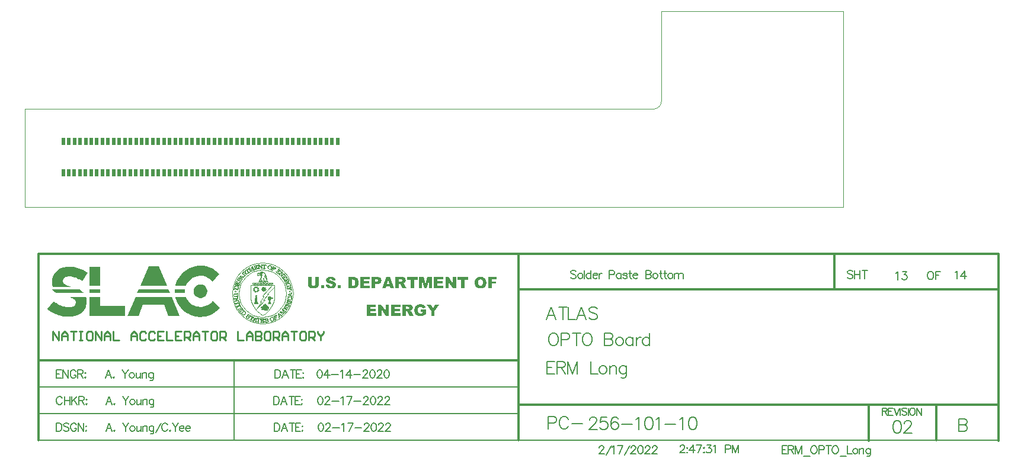
<source format=gbp>
G04*
G04 #@! TF.GenerationSoftware,Altium Limited,Altium Designer,21.3.2 (30)*
G04*
G04 Layer_Color=128*
%FSLAX25Y25*%
%MOIN*%
G70*
G04*
G04 #@! TF.SameCoordinates,0BA03C88-78D3-4CE0-B3B6-7A37467246DB*
G04*
G04*
G04 #@! TF.FilePolarity,Positive*
G04*
G01*
G75*
%ADD10C,0.00500*%
%ADD11C,0.00300*%
%ADD12C,0.00800*%
%ADD13C,0.01200*%
%ADD14C,0.00026*%
%ADD15C,0.00043*%
%ADD16C,0.00195*%
%ADD17C,0.00061*%
%ADD18C,0.00087*%
%ADD19C,0.00104*%
%ADD20C,0.00052*%
%ADD21C,0.00049*%
%ADD22C,0.00183*%
%ADD23C,0.00174*%
%ADD24C,0.00244*%
%ADD25C,0.00035*%
%ADD26C,0.01000*%
%ADD27R,0.06131X0.10864*%
%ADD28R,0.06131X0.02042*%
%ADD50R,0.02008X0.04370*%
G36*
X26368Y-33752D02*
X27377Y-33850D01*
X28659Y-34051D01*
X29751Y-34308D01*
X30805Y-34635D01*
X31823Y-35030D01*
X32803Y-35491D01*
X33746Y-36018D01*
X34651Y-36607D01*
X35518Y-37257D01*
X32333Y-41875D01*
X31340Y-41241D01*
X30805Y-40905D01*
X30278Y-40630D01*
X29393Y-40169D01*
X28659Y-39882D01*
X27942Y-39602D01*
X27222Y-39398D01*
X26864Y-39323D01*
X26437Y-39240D01*
X26046Y-39191D01*
X25795Y-39159D01*
X25481Y-39145D01*
X25167Y-39131D01*
X24752Y-39144D01*
X24379Y-39165D01*
X23701Y-39281D01*
X23124Y-39462D01*
X22812Y-39593D01*
X22645Y-39695D01*
X22415Y-39835D01*
X22090Y-40117D01*
X21829Y-40447D01*
X21639Y-40830D01*
X21536Y-41216D01*
X21505Y-41557D01*
X21536Y-42107D01*
X21639Y-42524D01*
X21835Y-42913D01*
X22098Y-43235D01*
X22477Y-43545D01*
X22970Y-43835D01*
X23588Y-44116D01*
X24341Y-44394D01*
X26296Y-44977D01*
X15810D01*
X15479Y-43405D01*
X15414Y-42114D01*
X15533Y-40650D01*
X15881Y-39299D01*
X16444Y-38070D01*
X17207Y-36973D01*
X18156Y-36018D01*
X19275Y-35215D01*
X20550Y-34573D01*
X21901Y-34124D01*
X23701Y-33802D01*
X25167Y-33714D01*
X26368Y-33752D01*
D02*
G37*
G36*
X99391Y-33119D02*
X100884Y-33248D01*
X102383Y-33540D01*
X103722Y-33941D01*
X105051Y-34490D01*
X106309Y-35164D01*
X107489Y-35954D01*
X108583Y-36854D01*
X109583Y-37855D01*
X105845Y-42174D01*
X104761Y-41040D01*
X104028Y-40444D01*
X103234Y-39928D01*
X102383Y-39500D01*
X101483Y-39164D01*
X100539Y-38927D01*
X99556Y-38796D01*
X98434Y-38782D01*
X97125Y-38947D01*
X95883Y-39298D01*
X94724Y-39820D01*
X93661Y-40498D01*
X92696Y-41333D01*
X91885Y-42263D01*
X91200Y-43321D01*
X90669Y-44477D01*
X84804D01*
X84866Y-44089D01*
X85197Y-42950D01*
X85616Y-41853D01*
X86120Y-40800D01*
X86704Y-39796D01*
X87035Y-39321D01*
X87365Y-38846D01*
X88098Y-37953D01*
X88898Y-37122D01*
X89763Y-36357D01*
X90687Y-35662D01*
X91666Y-35042D01*
X92711Y-34494D01*
X93774Y-34041D01*
X94894Y-33669D01*
X96053Y-33388D01*
X97246Y-33202D01*
X98434Y-33119D01*
X99391Y-33119D01*
D02*
G37*
G36*
X80045Y-44477D02*
X64977D01*
X69685Y-33414D01*
X75337D01*
X80045Y-44477D01*
D02*
G37*
G36*
X90170Y-46521D02*
X90144Y-46916D01*
X90119Y-47284D01*
Y-48003D01*
X90170Y-48542D01*
X84488D01*
X84469Y-47901D01*
X84451Y-47465D01*
X84454Y-47261D01*
X84488Y-46521D01*
X90170Y-46521D01*
D02*
G37*
G36*
X31849Y-47174D02*
X32165Y-47416D01*
X32482Y-47658D01*
X32863Y-48004D01*
X33375Y-48562D01*
X18203D01*
X17875Y-48392D01*
X17547Y-48222D01*
X17185Y-47998D01*
X16824Y-47774D01*
X16398Y-47436D01*
X15973Y-47097D01*
X15425Y-46520D01*
X30766D01*
X31849Y-47174D01*
D02*
G37*
G36*
X81784Y-48562D02*
X63238D01*
X64107Y-46520D01*
X80916D01*
X81784Y-48562D01*
D02*
G37*
G36*
X100020Y-43855D02*
X100717Y-44143D01*
X101343Y-44562D01*
X101876Y-45095D01*
X102295Y-45721D01*
X102583Y-46417D01*
X102730Y-47157D01*
Y-47533D01*
Y-47537D01*
Y-47913D01*
X102583Y-48652D01*
X102295Y-49349D01*
X101876Y-49975D01*
X101343Y-50508D01*
X100717Y-50927D01*
X100020Y-51215D01*
X99281Y-51362D01*
X98528D01*
X97790Y-51215D01*
X97095Y-50927D01*
X96469Y-50509D01*
X95937Y-49977D01*
X95519Y-49351D01*
X95231Y-48656D01*
X95085Y-47918D01*
Y-47542D01*
Y-47528D01*
Y-47152D01*
X95231Y-46414D01*
X95519Y-45719D01*
X95937Y-45093D01*
X96469Y-44561D01*
X97095Y-44143D01*
X97790Y-43855D01*
X98528Y-43708D01*
X99281D01*
X100020Y-43855D01*
D02*
G37*
G36*
X34673Y-51361D02*
X34760Y-51806D01*
X34820Y-52328D01*
X34837Y-52784D01*
X34854Y-53239D01*
X34790Y-54059D01*
X34730Y-54826D01*
X34550Y-55538D01*
X34367Y-56262D01*
X34000Y-57116D01*
X33781Y-57546D01*
X33382Y-58108D01*
X32984Y-58671D01*
X32489Y-59152D01*
X31993Y-59634D01*
X30821Y-60431D01*
X30152Y-60744D01*
X29484Y-61058D01*
X29123Y-61168D01*
X28621Y-61320D01*
X27976Y-61514D01*
X27693Y-61562D01*
X27119Y-61659D01*
X26717Y-61727D01*
X26335Y-61787D01*
X26123Y-61799D01*
X25464Y-61833D01*
X25103Y-61853D01*
X24588Y-61877D01*
X24195Y-61863D01*
X23803Y-61849D01*
X23356Y-61834D01*
X22895Y-61785D01*
X22494Y-61743D01*
X22014Y-61687D01*
X21587Y-61611D01*
X21160Y-61536D01*
X20840Y-61479D01*
X20328Y-61351D01*
X19964Y-61260D01*
X19517Y-61141D01*
X19120Y-61010D01*
X18723Y-60880D01*
X18382Y-60768D01*
X17945Y-60588D01*
X17567Y-60433D01*
X16806Y-60086D01*
X16422Y-59895D01*
X16030Y-59699D01*
X15469Y-59364D01*
X14908Y-59029D01*
X13829Y-58269D01*
X12799Y-57419D01*
X16422Y-53080D01*
X17190Y-53658D01*
X17567Y-53943D01*
X17945Y-54227D01*
X18382Y-54506D01*
X18723Y-54724D01*
X19120Y-54945D01*
X19601Y-55205D01*
X19964Y-55377D01*
X20328Y-55549D01*
X20584Y-55647D01*
X21000Y-55808D01*
X21587Y-55997D01*
X22094Y-56141D01*
X22494Y-56226D01*
X23125Y-56340D01*
X23580Y-56397D01*
X24195Y-56441D01*
X24682Y-56462D01*
X25103Y-56449D01*
X25464Y-56435D01*
X26123Y-56348D01*
X26352Y-56293D01*
X26717Y-56205D01*
X26997Y-56100D01*
X27387Y-55929D01*
X27693Y-55762D01*
X28070Y-55467D01*
X28368Y-55124D01*
X28546Y-54806D01*
X28621Y-54621D01*
X28728Y-54200D01*
X28763Y-53836D01*
X28738Y-53361D01*
X28621Y-52915D01*
X28438Y-52560D01*
X28278Y-52338D01*
X28033Y-52108D01*
X27825Y-51946D01*
X27534Y-51746D01*
X27241Y-51592D01*
X26857Y-51403D01*
X26543Y-51270D01*
X26229Y-51147D01*
X26123Y-51112D01*
X25464Y-50894D01*
X24622Y-50605D01*
X34485D01*
X34673Y-51361D01*
D02*
G37*
G36*
X42613Y-55906D02*
X56506D01*
Y-61479D01*
X36481D01*
Y-50605D01*
X42613D01*
Y-55906D01*
D02*
G37*
G36*
X87283Y-61480D02*
X80871D01*
X78324Y-55230D01*
X66540D01*
X63991Y-61480D01*
X57742D01*
X62369Y-50605D01*
X82654D01*
X87283Y-61480D01*
D02*
G37*
G36*
X90910Y-51195D02*
X91215Y-51750D01*
X91519Y-52306D01*
X91970Y-52903D01*
X92277Y-53312D01*
X92693Y-53727D01*
X93167Y-54198D01*
X93469Y-54423D01*
X93771Y-54648D01*
X94176Y-54950D01*
X94534Y-55144D01*
X94892Y-55338D01*
X95289Y-55553D01*
X95670Y-55692D01*
X96051Y-55831D01*
X96492Y-55992D01*
X97771Y-56253D01*
X98434Y-56312D01*
X98942Y-56305D01*
X99573Y-56296D01*
X100578Y-56159D01*
X101544Y-55910D01*
X102463Y-55558D01*
X103329Y-55109D01*
X103732Y-54839D01*
X104135Y-54569D01*
X104390Y-54355D01*
X104645Y-54141D01*
X104875Y-53946D01*
X105100Y-53711D01*
X105325Y-53475D01*
X105543Y-53246D01*
X105754Y-53003D01*
X105964Y-52760D01*
X109964Y-56798D01*
X108955Y-57888D01*
X107840Y-58868D01*
X106627Y-59732D01*
X105325Y-60469D01*
X104645Y-60787D01*
X103732Y-61129D01*
X103228Y-61318D01*
X101744Y-61699D01*
X100204Y-61923D01*
X99415Y-61974D01*
X98942Y-61975D01*
X98469Y-61977D01*
X98102Y-61951D01*
X97245Y-61891D01*
X96051Y-61705D01*
X95289Y-61520D01*
X94892Y-61424D01*
X93973Y-61119D01*
X93771Y-61052D01*
X93167Y-60794D01*
X92693Y-60592D01*
X91970Y-60211D01*
X91662Y-60049D01*
X91215Y-59766D01*
X90665Y-59415D01*
X90212Y-59074D01*
X89759Y-58733D01*
X89326Y-58350D01*
X88894Y-57967D01*
X88093Y-57135D01*
X87727Y-56688D01*
X87361Y-56242D01*
X87030Y-55766D01*
X86700Y-55290D01*
X86408Y-54788D01*
X86116Y-54286D01*
X85864Y-53759D01*
X85613Y-53232D01*
X85403Y-52682D01*
X85194Y-52133D01*
X84864Y-50993D01*
X84803Y-50605D01*
X90665D01*
X90910Y-51195D01*
D02*
G37*
G36*
X172474Y-39383D02*
X172578D01*
X172692Y-39393D01*
X172828Y-39414D01*
X172963Y-39424D01*
X173265Y-39487D01*
X173567Y-39570D01*
X173869Y-39674D01*
X174004Y-39747D01*
X174129Y-39830D01*
X174139D01*
X174160Y-39851D01*
X174191Y-39882D01*
X174233Y-39914D01*
X174285Y-39966D01*
X174337Y-40028D01*
X174400Y-40091D01*
X174472Y-40174D01*
X174535Y-40268D01*
X174597Y-40382D01*
X174670Y-40497D01*
X174722Y-40622D01*
X174785Y-40767D01*
X174826Y-40923D01*
X174868Y-41090D01*
X174899Y-41267D01*
X173057Y-41371D01*
Y-41350D01*
X173036Y-41298D01*
X173015Y-41225D01*
X172984Y-41132D01*
X172942Y-41028D01*
X172890Y-40923D01*
X172817Y-40830D01*
X172734Y-40747D01*
X172724Y-40736D01*
X172692Y-40715D01*
X172640Y-40684D01*
X172567Y-40642D01*
X172474Y-40611D01*
X172359Y-40580D01*
X172234Y-40559D01*
X172078Y-40549D01*
X172026D01*
X171964Y-40559D01*
X171880Y-40569D01*
X171714Y-40611D01*
X171631Y-40642D01*
X171558Y-40694D01*
X171547Y-40705D01*
X171537Y-40715D01*
X171506Y-40747D01*
X171474Y-40788D01*
X171422Y-40903D01*
X171402Y-40975D01*
X171391Y-41048D01*
Y-41059D01*
Y-41069D01*
X171412Y-41142D01*
X171453Y-41225D01*
X171485Y-41277D01*
X171537Y-41319D01*
X171547Y-41329D01*
X171568Y-41340D01*
X171610Y-41361D01*
X171672Y-41392D01*
X171755Y-41434D01*
X171870Y-41475D01*
X172016Y-41517D01*
X172193Y-41558D01*
X172203D01*
X172245Y-41569D01*
X172318Y-41590D01*
X172401Y-41600D01*
X172505Y-41631D01*
X172630Y-41662D01*
X172765Y-41694D01*
X172911Y-41725D01*
X173213Y-41819D01*
X173515Y-41912D01*
X173660Y-41964D01*
X173796Y-42017D01*
X173921Y-42068D01*
X174035Y-42121D01*
X174046D01*
X174056Y-42131D01*
X174087Y-42152D01*
X174129Y-42173D01*
X174223Y-42235D01*
X174347Y-42308D01*
X174483Y-42412D01*
X174618Y-42537D01*
X174743Y-42672D01*
X174847Y-42818D01*
X174858Y-42839D01*
X174889Y-42891D01*
X174931Y-42974D01*
X174983Y-43089D01*
X175024Y-43234D01*
X175066Y-43391D01*
X175097Y-43568D01*
X175107Y-43755D01*
Y-43765D01*
Y-43786D01*
Y-43817D01*
Y-43859D01*
X175087Y-43974D01*
X175066Y-44130D01*
X175024Y-44296D01*
X174962Y-44484D01*
X174878Y-44681D01*
X174764Y-44879D01*
Y-44890D01*
X174753Y-44900D01*
X174701Y-44962D01*
X174629Y-45056D01*
X174524Y-45171D01*
X174389Y-45296D01*
X174223Y-45421D01*
X174035Y-45546D01*
X173817Y-45660D01*
X173806D01*
X173785Y-45670D01*
X173754Y-45681D01*
X173713Y-45702D01*
X173650Y-45722D01*
X173577Y-45743D01*
X173494Y-45764D01*
X173400Y-45785D01*
X173296Y-45816D01*
X173182Y-45837D01*
X172921Y-45879D01*
X172619Y-45910D01*
X172286Y-45920D01*
X172130D01*
X172026Y-45910D01*
X171891Y-45899D01*
X171745Y-45889D01*
X171578Y-45868D01*
X171402Y-45847D01*
X171027Y-45774D01*
X170839Y-45722D01*
X170652Y-45660D01*
X170475Y-45587D01*
X170319Y-45504D01*
X170163Y-45410D01*
X170038Y-45306D01*
X170027Y-45296D01*
X170007Y-45275D01*
X169975Y-45244D01*
X169944Y-45191D01*
X169892Y-45129D01*
X169840Y-45056D01*
X169778Y-44973D01*
X169715Y-44869D01*
X169653Y-44765D01*
X169590Y-44640D01*
X169476Y-44380D01*
X169392Y-44067D01*
X169361Y-43901D01*
X169340Y-43724D01*
X171204Y-43599D01*
Y-43620D01*
X171214Y-43672D01*
X171235Y-43755D01*
X171256Y-43859D01*
X171287Y-43974D01*
X171329Y-44088D01*
X171381Y-44192D01*
X171443Y-44296D01*
X171453Y-44317D01*
X171506Y-44359D01*
X171568Y-44411D01*
X171672Y-44484D01*
X171797Y-44556D01*
X171943Y-44609D01*
X172120Y-44650D01*
X172318Y-44671D01*
X172390D01*
X172463Y-44661D01*
X172557Y-44650D01*
X172661Y-44629D01*
X172776Y-44588D01*
X172880Y-44546D01*
X172973Y-44484D01*
X172984Y-44473D01*
X173005Y-44452D01*
X173046Y-44411D01*
X173088Y-44348D01*
X173129Y-44286D01*
X173171Y-44203D01*
X173192Y-44119D01*
X173202Y-44026D01*
Y-44015D01*
Y-43984D01*
X173192Y-43932D01*
X173171Y-43880D01*
X173150Y-43807D01*
X173109Y-43734D01*
X173057Y-43661D01*
X172984Y-43588D01*
X172973Y-43578D01*
X172942Y-43557D01*
X172869Y-43516D01*
X172776Y-43464D01*
X172640Y-43411D01*
X172557Y-43380D01*
X172463Y-43349D01*
X172359Y-43318D01*
X172245Y-43276D01*
X172120Y-43245D01*
X171974Y-43214D01*
X171964D01*
X171922Y-43203D01*
X171849Y-43182D01*
X171766Y-43162D01*
X171662Y-43130D01*
X171537Y-43099D01*
X171402Y-43058D01*
X171256Y-43016D01*
X170954Y-42901D01*
X170652Y-42776D01*
X170506Y-42704D01*
X170371Y-42620D01*
X170246Y-42537D01*
X170132Y-42454D01*
X170121Y-42443D01*
X170111Y-42433D01*
X170079Y-42402D01*
X170048Y-42370D01*
X169955Y-42266D01*
X169861Y-42121D01*
X169757Y-41944D01*
X169663Y-41735D01*
X169600Y-41496D01*
X169590Y-41361D01*
X169580Y-41225D01*
Y-41215D01*
Y-41205D01*
Y-41142D01*
X169590Y-41048D01*
X169611Y-40923D01*
X169653Y-40788D01*
X169694Y-40632D01*
X169767Y-40476D01*
X169861Y-40309D01*
X169871Y-40288D01*
X169913Y-40236D01*
X169975Y-40153D01*
X170069Y-40059D01*
X170194Y-39945D01*
X170340Y-39830D01*
X170517Y-39726D01*
X170714Y-39622D01*
X170725D01*
X170746Y-39612D01*
X170777Y-39601D01*
X170818Y-39581D01*
X170881Y-39560D01*
X170943Y-39539D01*
X171027Y-39518D01*
X171120Y-39497D01*
X171235Y-39476D01*
X171349Y-39456D01*
X171474Y-39435D01*
X171620Y-39414D01*
X171766Y-39393D01*
X171922Y-39383D01*
X172276Y-39372D01*
X172390D01*
X172474Y-39383D01*
D02*
G37*
G36*
X242710Y-45816D02*
X240867D01*
X238494Y-42339D01*
Y-45816D01*
X236651D01*
Y-39476D01*
X238473D01*
X240867Y-42985D01*
Y-39476D01*
X242710D01*
Y-45816D01*
D02*
G37*
G36*
X228979D02*
X227376D01*
Y-40986D01*
X226137Y-45816D01*
X224680D01*
X223451Y-40986D01*
Y-45816D01*
X221848D01*
Y-39476D01*
X224430D01*
X225409Y-43339D01*
X226397Y-39476D01*
X228979D01*
Y-45816D01*
D02*
G37*
G36*
X165447Y-43255D02*
Y-43266D01*
Y-43276D01*
Y-43307D01*
Y-43349D01*
X165437Y-43464D01*
X165426Y-43599D01*
X165405Y-43765D01*
X165374Y-43942D01*
X165332Y-44130D01*
X165270Y-44317D01*
Y-44328D01*
X165260Y-44338D01*
X165239Y-44400D01*
X165197Y-44494D01*
X165135Y-44609D01*
X165062Y-44754D01*
X164968Y-44900D01*
X164854Y-45046D01*
X164718Y-45191D01*
X164697Y-45212D01*
X164656Y-45254D01*
X164583Y-45316D01*
X164479Y-45400D01*
X164364Y-45483D01*
X164229Y-45566D01*
X164083Y-45650D01*
X163927Y-45712D01*
X163917D01*
X163906Y-45722D01*
X163875Y-45733D01*
X163823Y-45743D01*
X163771Y-45764D01*
X163708Y-45774D01*
X163542Y-45816D01*
X163344Y-45858D01*
X163115Y-45889D01*
X162855Y-45910D01*
X162563Y-45920D01*
X162386D01*
X162261Y-45910D01*
X162105D01*
X161939Y-45889D01*
X161741Y-45879D01*
X161543Y-45858D01*
X161522D01*
X161491Y-45847D01*
X161450D01*
X161356Y-45827D01*
X161231Y-45806D01*
X161085Y-45764D01*
X160929Y-45722D01*
X160773Y-45670D01*
X160627Y-45608D01*
X160606Y-45597D01*
X160565Y-45566D01*
X160492Y-45525D01*
X160408Y-45462D01*
X160304Y-45389D01*
X160190Y-45296D01*
X160075Y-45181D01*
X159961Y-45056D01*
X159950Y-45035D01*
X159909Y-44994D01*
X159857Y-44921D01*
X159794Y-44827D01*
X159732Y-44723D01*
X159659Y-44598D01*
X159597Y-44463D01*
X159545Y-44328D01*
Y-44317D01*
X159534Y-44296D01*
X159524Y-44265D01*
X159513Y-44223D01*
X159492Y-44109D01*
X159461Y-43963D01*
X159420Y-43797D01*
X159399Y-43620D01*
X159378Y-43432D01*
X159368Y-43255D01*
Y-39476D01*
X161325D01*
Y-43349D01*
Y-43359D01*
Y-43370D01*
Y-43432D01*
X161335Y-43526D01*
X161356Y-43640D01*
X161398Y-43765D01*
X161439Y-43901D01*
X161512Y-44036D01*
X161606Y-44151D01*
X161616Y-44161D01*
X161658Y-44192D01*
X161720Y-44244D01*
X161814Y-44296D01*
X161928Y-44348D01*
X162064Y-44400D01*
X162230Y-44432D01*
X162407Y-44442D01*
X162490D01*
X162584Y-44432D01*
X162699Y-44411D01*
X162824Y-44369D01*
X162949Y-44328D01*
X163084Y-44255D01*
X163198Y-44161D01*
X163209Y-44151D01*
X163240Y-44109D01*
X163292Y-44036D01*
X163344Y-43953D01*
X163396Y-43838D01*
X163448Y-43692D01*
X163479Y-43536D01*
X163490Y-43349D01*
Y-39476D01*
X165447D01*
Y-43255D01*
D02*
G37*
G36*
X265612Y-40840D02*
X262728D01*
Y-41944D01*
X265196D01*
Y-43224D01*
X262728D01*
Y-45816D01*
X260761D01*
Y-39476D01*
X265612D01*
Y-40840D01*
D02*
G37*
G36*
X249529Y-41038D02*
X247530D01*
Y-45816D01*
X245573D01*
Y-41038D01*
X243574D01*
Y-39476D01*
X249529D01*
Y-41038D01*
D02*
G37*
G36*
X235485Y-40830D02*
X232196D01*
Y-41840D01*
X235246D01*
Y-43130D01*
X232196D01*
Y-44380D01*
X235579D01*
Y-45816D01*
X230228D01*
Y-39476D01*
X235485D01*
Y-40830D01*
D02*
G37*
G36*
X220984Y-41038D02*
X218986D01*
Y-45816D01*
X217028D01*
Y-41038D01*
X215030D01*
Y-39476D01*
X220984D01*
Y-41038D01*
D02*
G37*
G36*
X212177Y-39487D02*
X212386Y-39497D01*
X212604Y-39518D01*
X212844Y-39539D01*
X213062Y-39581D01*
X213260Y-39633D01*
X213270D01*
X213281Y-39643D01*
X213343Y-39664D01*
X213427Y-39706D01*
X213541Y-39768D01*
X213656Y-39841D01*
X213791Y-39945D01*
X213916Y-40070D01*
X214030Y-40216D01*
X214041Y-40236D01*
X214083Y-40288D01*
X214124Y-40382D01*
X214187Y-40497D01*
X214239Y-40653D01*
X214291Y-40830D01*
X214322Y-41028D01*
X214332Y-41246D01*
Y-41256D01*
Y-41267D01*
Y-41329D01*
X214322Y-41434D01*
X214301Y-41558D01*
X214280Y-41694D01*
X214239Y-41850D01*
X214176Y-42006D01*
X214103Y-42152D01*
X214093Y-42173D01*
X214062Y-42214D01*
X214010Y-42287D01*
X213937Y-42370D01*
X213854Y-42474D01*
X213739Y-42579D01*
X213624Y-42683D01*
X213479Y-42776D01*
X213468Y-42787D01*
X213437Y-42797D01*
X213375Y-42829D01*
X213302Y-42860D01*
X213198Y-42901D01*
X213083Y-42943D01*
X212948Y-42985D01*
X212792Y-43026D01*
X212802D01*
X212844Y-43047D01*
X212906Y-43068D01*
X212979Y-43099D01*
X213146Y-43172D01*
X213229Y-43214D01*
X213291Y-43255D01*
X213302D01*
X213312Y-43276D01*
X213343Y-43297D01*
X213375Y-43328D01*
X213416Y-43380D01*
X213468Y-43432D01*
X213531Y-43505D01*
X213604Y-43599D01*
X213614Y-43609D01*
X213635Y-43640D01*
X213677Y-43682D01*
X213718Y-43745D01*
X213812Y-43870D01*
X213854Y-43932D01*
X213885Y-43984D01*
X214842Y-45816D01*
X212625D01*
X211574Y-43890D01*
X211563Y-43870D01*
X211542Y-43828D01*
X211501Y-43765D01*
X211459Y-43682D01*
X211397Y-43599D01*
X211345Y-43526D01*
X211282Y-43453D01*
X211220Y-43401D01*
X211209Y-43391D01*
X211189Y-43380D01*
X211137Y-43349D01*
X211084Y-43318D01*
X211012Y-43297D01*
X210928Y-43266D01*
X210835Y-43255D01*
X210741Y-43245D01*
X210574D01*
Y-45816D01*
X208607D01*
Y-39476D01*
X212094D01*
X212177Y-39487D01*
D02*
G37*
G36*
X207951Y-45816D02*
X205890D01*
X205577Y-44765D01*
X203360D01*
X203048Y-45816D01*
X201049D01*
X203423Y-39476D01*
X205577D01*
X207951Y-45816D01*
D02*
G37*
G36*
X198707Y-39487D02*
X198790D01*
X198894Y-39508D01*
X199009Y-39518D01*
X199134Y-39539D01*
X199394Y-39601D01*
X199654Y-39695D01*
X199790Y-39747D01*
X199915Y-39820D01*
X200029Y-39893D01*
X200133Y-39987D01*
X200144Y-39997D01*
X200154Y-40007D01*
X200185Y-40039D01*
X200216Y-40080D01*
X200258Y-40132D01*
X200300Y-40195D01*
X200352Y-40268D01*
X200404Y-40361D01*
X200445Y-40455D01*
X200497Y-40559D01*
X200539Y-40684D01*
X200581Y-40809D01*
X200643Y-41090D01*
X200654Y-41256D01*
X200664Y-41423D01*
Y-41434D01*
Y-41465D01*
Y-41517D01*
X200654Y-41579D01*
X200643Y-41662D01*
X200633Y-41756D01*
X200612Y-41860D01*
X200591Y-41975D01*
X200518Y-42214D01*
X200414Y-42464D01*
X200352Y-42589D01*
X200279Y-42714D01*
X200185Y-42829D01*
X200081Y-42933D01*
X200071Y-42943D01*
X200050Y-42953D01*
X200019Y-42985D01*
X199977Y-43016D01*
X199915Y-43058D01*
X199842Y-43099D01*
X199748Y-43151D01*
X199644Y-43193D01*
X199529Y-43245D01*
X199404Y-43297D01*
X199259Y-43339D01*
X199102Y-43380D01*
X198925Y-43411D01*
X198738Y-43443D01*
X198540Y-43453D01*
X198322Y-43464D01*
X197249D01*
Y-45816D01*
X195282D01*
Y-39476D01*
X198634D01*
X198707Y-39487D01*
D02*
G37*
G36*
X194137Y-40830D02*
X190847D01*
Y-41840D01*
X193897D01*
Y-43130D01*
X190847D01*
Y-44380D01*
X194231D01*
Y-45816D01*
X188880D01*
Y-39476D01*
X194137D01*
Y-40830D01*
D02*
G37*
G36*
X185143Y-39487D02*
X185226D01*
X185413Y-39508D01*
X185642Y-39539D01*
X185871Y-39581D01*
X186100Y-39633D01*
X186309Y-39716D01*
X186319D01*
X186329Y-39726D01*
X186402Y-39757D01*
X186496Y-39810D01*
X186621Y-39882D01*
X186756Y-39976D01*
X186902Y-40091D01*
X187048Y-40226D01*
X187183Y-40382D01*
X187204Y-40403D01*
X187246Y-40455D01*
X187308Y-40549D01*
X187381Y-40674D01*
X187464Y-40819D01*
X187547Y-40996D01*
X187631Y-41194D01*
X187693Y-41402D01*
Y-41413D01*
X187704Y-41423D01*
Y-41465D01*
X187714Y-41506D01*
X187735Y-41558D01*
X187745Y-41621D01*
X187776Y-41777D01*
X187797Y-41954D01*
X187829Y-42162D01*
X187839Y-42391D01*
X187849Y-42631D01*
Y-42641D01*
Y-42672D01*
Y-42724D01*
Y-42797D01*
X187839Y-42880D01*
Y-42985D01*
X187829Y-43089D01*
X187818Y-43214D01*
X187787Y-43464D01*
X187745Y-43724D01*
X187693Y-43984D01*
X187652Y-44098D01*
X187610Y-44213D01*
Y-44223D01*
X187599Y-44234D01*
X187589Y-44265D01*
X187568Y-44307D01*
X187516Y-44411D01*
X187443Y-44536D01*
X187350Y-44681D01*
X187246Y-44838D01*
X187110Y-44994D01*
X186964Y-45150D01*
X186944Y-45171D01*
X186892Y-45212D01*
X186808Y-45275D01*
X186704Y-45348D01*
X186569Y-45441D01*
X186423Y-45514D01*
X186267Y-45587D01*
X186090Y-45650D01*
X186080D01*
X186059Y-45660D01*
X186028D01*
X185986Y-45670D01*
X185923Y-45691D01*
X185861Y-45702D01*
X185705Y-45733D01*
X185517Y-45764D01*
X185330Y-45785D01*
X185122Y-45806D01*
X184924Y-45816D01*
X182020D01*
Y-39476D01*
X185070D01*
X185143Y-39487D01*
D02*
G37*
G36*
X177866Y-45816D02*
X175982D01*
Y-44046D01*
X177866D01*
Y-45816D01*
D02*
G37*
G36*
X168518D02*
X166634D01*
Y-44046D01*
X168518D01*
Y-45816D01*
D02*
G37*
G36*
X256555Y-39383D02*
X256659D01*
X256795Y-39393D01*
X256941Y-39414D01*
X257117Y-39445D01*
X257294Y-39476D01*
X257492Y-39529D01*
X257690Y-39581D01*
X257888Y-39653D01*
X258096Y-39737D01*
X258294Y-39830D01*
X258481Y-39945D01*
X258668Y-40080D01*
X258835Y-40226D01*
X258845Y-40236D01*
X258877Y-40268D01*
X258918Y-40309D01*
X258970Y-40382D01*
X259033Y-40465D01*
X259106Y-40580D01*
X259189Y-40705D01*
X259272Y-40840D01*
X259345Y-41007D01*
X259428Y-41184D01*
X259501Y-41371D01*
X259564Y-41590D01*
X259616Y-41819D01*
X259658Y-42058D01*
X259689Y-42318D01*
X259699Y-42599D01*
Y-42610D01*
Y-42652D01*
Y-42704D01*
X259689Y-42787D01*
Y-42880D01*
X259678Y-42985D01*
X259668Y-43110D01*
X259658Y-43245D01*
X259605Y-43536D01*
X259543Y-43838D01*
X259449Y-44151D01*
X259324Y-44432D01*
Y-44442D01*
X259303Y-44463D01*
X259283Y-44494D01*
X259251Y-44546D01*
X259220Y-44609D01*
X259168Y-44671D01*
X259054Y-44838D01*
X258897Y-45015D01*
X258710Y-45191D01*
X258491Y-45379D01*
X258242Y-45535D01*
X258231D01*
X258210Y-45556D01*
X258169Y-45566D01*
X258117Y-45597D01*
X258044Y-45629D01*
X257961Y-45660D01*
X257867Y-45691D01*
X257752Y-45722D01*
X257638Y-45764D01*
X257503Y-45795D01*
X257357Y-45827D01*
X257201Y-45858D01*
X256857Y-45899D01*
X256472Y-45920D01*
X256368D01*
X256295Y-45910D01*
X256201D01*
X256097Y-45899D01*
X255972Y-45889D01*
X255847Y-45879D01*
X255566Y-45837D01*
X255264Y-45774D01*
X254973Y-45702D01*
X254692Y-45587D01*
X254681D01*
X254661Y-45566D01*
X254629Y-45546D01*
X254577Y-45525D01*
X254515Y-45483D01*
X254452Y-45441D01*
X254286Y-45327D01*
X254109Y-45171D01*
X253922Y-44983D01*
X253734Y-44765D01*
X253557Y-44504D01*
Y-44494D01*
X253536Y-44473D01*
X253516Y-44432D01*
X253495Y-44369D01*
X253464Y-44296D01*
X253422Y-44213D01*
X253380Y-44109D01*
X253349Y-43994D01*
X253307Y-43870D01*
X253266Y-43724D01*
X253235Y-43578D01*
X253193Y-43411D01*
X253172Y-43234D01*
X253151Y-43047D01*
X253130Y-42652D01*
Y-42631D01*
Y-42579D01*
X253141Y-42506D01*
Y-42391D01*
X253162Y-42266D01*
X253172Y-42110D01*
X253203Y-41944D01*
X253235Y-41767D01*
X253287Y-41579D01*
X253339Y-41381D01*
X253412Y-41184D01*
X253495Y-40975D01*
X253599Y-40778D01*
X253713Y-40590D01*
X253838Y-40403D01*
X253994Y-40236D01*
X254005Y-40226D01*
X254036Y-40195D01*
X254088Y-40153D01*
X254151Y-40101D01*
X254244Y-40039D01*
X254348Y-39966D01*
X254473Y-39882D01*
X254619Y-39799D01*
X254786Y-39726D01*
X254963Y-39643D01*
X255160Y-39570D01*
X255379Y-39508D01*
X255608Y-39456D01*
X255858Y-39414D01*
X256118Y-39383D01*
X256399Y-39372D01*
X256472D01*
X256555Y-39383D01*
D02*
G37*
G36*
X222879Y-54883D02*
X222983D01*
X223087Y-54893D01*
X223212D01*
X223462Y-54924D01*
X223722Y-54956D01*
X223972Y-55008D01*
X224087Y-55039D01*
X224191Y-55070D01*
X224201D01*
X224212Y-55080D01*
X224285Y-55101D01*
X224378Y-55153D01*
X224503Y-55216D01*
X224639Y-55299D01*
X224784Y-55403D01*
X224930Y-55518D01*
X225065Y-55664D01*
X225076Y-55684D01*
X225117Y-55736D01*
X225180Y-55820D01*
X225263Y-55934D01*
X225346Y-56080D01*
X225430Y-56257D01*
X225513Y-56455D01*
X225586Y-56673D01*
X223691Y-57006D01*
X223681Y-56986D01*
X223670Y-56944D01*
X223639Y-56881D01*
X223598Y-56809D01*
X223535Y-56715D01*
X223473Y-56632D01*
X223379Y-56538D01*
X223285Y-56465D01*
X223275Y-56455D01*
X223233Y-56434D01*
X223181Y-56403D01*
X223098Y-56361D01*
X222994Y-56330D01*
X222869Y-56299D01*
X222733Y-56278D01*
X222577Y-56267D01*
X222515D01*
X222473Y-56278D01*
X222348Y-56288D01*
X222203Y-56319D01*
X222046Y-56371D01*
X221869Y-56455D01*
X221703Y-56569D01*
X221620Y-56632D01*
X221547Y-56715D01*
X221526Y-56736D01*
X221515Y-56767D01*
X221484Y-56798D01*
X221463Y-56850D01*
X221432Y-56902D01*
X221391Y-56975D01*
X221359Y-57058D01*
X221328Y-57152D01*
X221287Y-57256D01*
X221255Y-57371D01*
X221234Y-57496D01*
X221203Y-57641D01*
X221193Y-57787D01*
X221172Y-57954D01*
Y-58131D01*
Y-58141D01*
Y-58172D01*
Y-58224D01*
X221182Y-58297D01*
Y-58381D01*
X221193Y-58485D01*
X221224Y-58703D01*
X221266Y-58943D01*
X221339Y-59182D01*
X221432Y-59411D01*
X221495Y-59505D01*
X221557Y-59598D01*
X221578Y-59619D01*
X221630Y-59671D01*
X221713Y-59734D01*
X221838Y-59817D01*
X221984Y-59900D01*
X222171Y-59963D01*
X222390Y-60015D01*
X222629Y-60036D01*
X222681D01*
X222754Y-60025D01*
X222838D01*
X222931Y-60015D01*
X223035Y-59994D01*
X223254Y-59942D01*
X223264D01*
X223306Y-59921D01*
X223369Y-59900D01*
X223452Y-59869D01*
X223556Y-59817D01*
X223681Y-59765D01*
X223806Y-59703D01*
X223952Y-59619D01*
Y-59026D01*
X222640D01*
Y-57704D01*
X225669D01*
Y-60410D01*
X225659Y-60421D01*
X225627Y-60431D01*
X225586Y-60462D01*
X225523Y-60504D01*
X225450Y-60556D01*
X225357Y-60608D01*
X225253Y-60671D01*
X225149Y-60733D01*
X224909Y-60858D01*
X224649Y-60993D01*
X224378Y-61118D01*
X224118Y-61212D01*
X224108D01*
X224087Y-61222D01*
X224056Y-61233D01*
X224004Y-61243D01*
X223941Y-61264D01*
X223858Y-61274D01*
X223775Y-61295D01*
X223670Y-61316D01*
X223556Y-61337D01*
X223441Y-61358D01*
X223171Y-61389D01*
X222869Y-61410D01*
X222536Y-61420D01*
X222432D01*
X222348Y-61410D01*
X222255D01*
X222140Y-61399D01*
X222015Y-61389D01*
X221880Y-61368D01*
X221588Y-61326D01*
X221287Y-61264D01*
X220974Y-61170D01*
X220693Y-61045D01*
X220683D01*
X220662Y-61025D01*
X220631Y-61004D01*
X220579Y-60973D01*
X220516Y-60931D01*
X220454Y-60879D01*
X220287Y-60754D01*
X220110Y-60598D01*
X219933Y-60400D01*
X219746Y-60171D01*
X219590Y-59900D01*
Y-59890D01*
X219569Y-59869D01*
X219558Y-59828D01*
X219527Y-59765D01*
X219496Y-59692D01*
X219465Y-59609D01*
X219433Y-59505D01*
X219402Y-59401D01*
X219361Y-59276D01*
X219329Y-59140D01*
X219267Y-58838D01*
X219225Y-58505D01*
X219204Y-58152D01*
Y-58141D01*
Y-58110D01*
Y-58047D01*
X219215Y-57974D01*
Y-57891D01*
X219225Y-57777D01*
X219236Y-57662D01*
X219257Y-57537D01*
X219309Y-57256D01*
X219381Y-56954D01*
X219486Y-56642D01*
X219631Y-56351D01*
X219642Y-56340D01*
X219652Y-56319D01*
X219673Y-56278D01*
X219715Y-56226D01*
X219756Y-56163D01*
X219808Y-56090D01*
X219944Y-55913D01*
X220121Y-55726D01*
X220339Y-55528D01*
X220589Y-55351D01*
X220881Y-55185D01*
X220891D01*
X220912Y-55174D01*
X220943Y-55153D01*
X220995Y-55133D01*
X221068Y-55112D01*
X221141Y-55080D01*
X221234Y-55060D01*
X221339Y-55028D01*
X221463Y-54997D01*
X221588Y-54966D01*
X221734Y-54945D01*
X221890Y-54924D01*
X222057Y-54904D01*
X222234Y-54883D01*
X222421Y-54872D01*
X222796D01*
X222879Y-54883D01*
D02*
G37*
G36*
X230624Y-58662D02*
Y-61316D01*
X228657D01*
Y-58662D01*
X226190Y-54976D01*
X228365D01*
X229646Y-57121D01*
X230916Y-54976D01*
X233091D01*
X230624Y-58662D01*
D02*
G37*
G36*
X204849Y-61316D02*
X203007D01*
X200633Y-57839D01*
Y-61316D01*
X198791D01*
Y-54976D01*
X200612D01*
X203007Y-58485D01*
Y-54976D01*
X204849D01*
Y-61316D01*
D02*
G37*
G36*
X216154Y-54987D02*
X216363Y-54997D01*
X216581Y-55018D01*
X216821Y-55039D01*
X217039Y-55080D01*
X217237Y-55133D01*
X217247D01*
X217258Y-55143D01*
X217320Y-55164D01*
X217404Y-55206D01*
X217518Y-55268D01*
X217633Y-55341D01*
X217768Y-55445D01*
X217893Y-55570D01*
X218007Y-55716D01*
X218018Y-55736D01*
X218059Y-55788D01*
X218101Y-55882D01*
X218163Y-55997D01*
X218215Y-56153D01*
X218268Y-56330D01*
X218299Y-56528D01*
X218309Y-56746D01*
Y-56757D01*
Y-56767D01*
Y-56829D01*
X218299Y-56933D01*
X218278Y-57058D01*
X218257Y-57194D01*
X218215Y-57350D01*
X218153Y-57506D01*
X218080Y-57652D01*
X218070Y-57673D01*
X218039Y-57714D01*
X217986Y-57787D01*
X217914Y-57870D01*
X217830Y-57974D01*
X217716Y-58079D01*
X217601Y-58183D01*
X217456Y-58276D01*
X217445Y-58287D01*
X217414Y-58297D01*
X217352Y-58328D01*
X217279Y-58360D01*
X217175Y-58401D01*
X217060Y-58443D01*
X216925Y-58485D01*
X216769Y-58526D01*
X216779D01*
X216821Y-58547D01*
X216883Y-58568D01*
X216956Y-58599D01*
X217123Y-58672D01*
X217206Y-58714D01*
X217268Y-58755D01*
X217279D01*
X217289Y-58776D01*
X217320Y-58797D01*
X217352Y-58828D01*
X217393Y-58880D01*
X217445Y-58932D01*
X217508Y-59005D01*
X217581Y-59099D01*
X217591Y-59109D01*
X217612Y-59140D01*
X217653Y-59182D01*
X217695Y-59245D01*
X217789Y-59369D01*
X217830Y-59432D01*
X217862Y-59484D01*
X218819Y-61316D01*
X216602D01*
X215551Y-59390D01*
X215540Y-59369D01*
X215519Y-59328D01*
X215478Y-59265D01*
X215436Y-59182D01*
X215374Y-59099D01*
X215322Y-59026D01*
X215259Y-58953D01*
X215197Y-58901D01*
X215186Y-58891D01*
X215165Y-58880D01*
X215113Y-58849D01*
X215061Y-58818D01*
X214988Y-58797D01*
X214905Y-58766D01*
X214811Y-58755D01*
X214718Y-58745D01*
X214551D01*
Y-61316D01*
X212584D01*
Y-54976D01*
X216071D01*
X216154Y-54987D01*
D02*
G37*
G36*
X211407Y-56330D02*
X208118D01*
Y-57340D01*
X211168D01*
Y-58630D01*
X208118D01*
Y-59879D01*
X211501D01*
Y-61316D01*
X206150D01*
Y-54976D01*
X211407D01*
Y-56330D01*
D02*
G37*
G36*
X197625D02*
X194335D01*
Y-57340D01*
X197385D01*
Y-58630D01*
X194335D01*
Y-59879D01*
X197718D01*
Y-61316D01*
X192367D01*
Y-54976D01*
X197625D01*
Y-56330D01*
D02*
G37*
%LPC*%
G36*
X211428Y-40757D02*
X210574D01*
Y-42048D01*
X211459D01*
X211511Y-42037D01*
X211584Y-42027D01*
X211678Y-42017D01*
X211782Y-41996D01*
X211917Y-41964D01*
X211928D01*
X211948Y-41954D01*
X211990Y-41944D01*
X212032Y-41923D01*
X212136Y-41860D01*
X212188Y-41819D01*
X212240Y-41767D01*
X212250Y-41756D01*
X212261Y-41735D01*
X212282Y-41704D01*
X212302Y-41662D01*
X212344Y-41548D01*
X212365Y-41475D01*
Y-41402D01*
Y-41392D01*
Y-41350D01*
X212354Y-41298D01*
X212344Y-41225D01*
X212313Y-41152D01*
X212282Y-41069D01*
X212229Y-40996D01*
X212167Y-40923D01*
X212157Y-40913D01*
X212125Y-40892D01*
X212073Y-40871D01*
X212000Y-40840D01*
X211896Y-40809D01*
X211771Y-40778D01*
X211615Y-40767D01*
X211428Y-40757D01*
D02*
G37*
G36*
X204474Y-41121D02*
X203787Y-43391D01*
X205161D01*
X204474Y-41121D01*
D02*
G37*
G36*
X197801Y-40767D02*
X197249D01*
Y-42183D01*
X197822D01*
X197916Y-42173D01*
X198041Y-42162D01*
X198166Y-42141D01*
X198301Y-42100D01*
X198415Y-42058D01*
X198520Y-41996D01*
X198530Y-41985D01*
X198561Y-41964D01*
X198592Y-41912D01*
X198644Y-41860D01*
X198686Y-41787D01*
X198717Y-41694D01*
X198749Y-41600D01*
X198759Y-41486D01*
Y-41475D01*
Y-41434D01*
X198749Y-41381D01*
X198738Y-41309D01*
X198707Y-41225D01*
X198676Y-41142D01*
X198624Y-41059D01*
X198551Y-40975D01*
X198540Y-40965D01*
X198509Y-40944D01*
X198457Y-40913D01*
X198384Y-40871D01*
X198280Y-40830D01*
X198155Y-40799D01*
X197989Y-40778D01*
X197801Y-40767D01*
D02*
G37*
G36*
X184456Y-40913D02*
X183977D01*
Y-44380D01*
X184549D01*
X184664Y-44369D01*
X184789Y-44359D01*
X184934Y-44348D01*
X185080Y-44317D01*
X185205Y-44286D01*
X185320Y-44244D01*
X185330Y-44234D01*
X185361Y-44213D01*
X185413Y-44182D01*
X185465Y-44130D01*
X185538Y-44067D01*
X185601Y-43984D01*
X185663Y-43890D01*
X185726Y-43776D01*
X185736Y-43755D01*
X185747Y-43713D01*
X185778Y-43630D01*
X185809Y-43505D01*
X185830Y-43359D01*
X185861Y-43162D01*
X185871Y-42933D01*
X185882Y-42672D01*
Y-42662D01*
Y-42631D01*
Y-42579D01*
Y-42506D01*
X185871Y-42423D01*
X185861Y-42329D01*
X185840Y-42121D01*
X185799Y-41892D01*
X185747Y-41662D01*
X185663Y-41454D01*
X185611Y-41361D01*
X185549Y-41288D01*
X185538Y-41267D01*
X185486Y-41225D01*
X185403Y-41173D01*
X185288Y-41100D01*
X185132Y-41028D01*
X184945Y-40975D01*
X184726Y-40934D01*
X184456Y-40913D01*
D02*
G37*
G36*
X256399Y-40861D02*
X256347D01*
X256305Y-40871D01*
X256191Y-40882D01*
X256056Y-40913D01*
X255910Y-40965D01*
X255743Y-41038D01*
X255587Y-41142D01*
X255441Y-41288D01*
X255431Y-41309D01*
X255410Y-41329D01*
X255389Y-41371D01*
X255358Y-41413D01*
X255327Y-41465D01*
X255296Y-41538D01*
X255264Y-41611D01*
X255233Y-41704D01*
X255202Y-41808D01*
X255171Y-41923D01*
X255139Y-42048D01*
X255119Y-42183D01*
X255098Y-42329D01*
X255087Y-42485D01*
Y-42662D01*
Y-42672D01*
Y-42704D01*
Y-42756D01*
X255098Y-42818D01*
Y-42901D01*
X255108Y-42985D01*
X255129Y-43193D01*
X255171Y-43422D01*
X255233Y-43640D01*
X255327Y-43859D01*
X255379Y-43953D01*
X255441Y-44036D01*
X255462Y-44057D01*
X255504Y-44098D01*
X255587Y-44171D01*
X255691Y-44244D01*
X255837Y-44317D01*
X256003Y-44390D01*
X256191Y-44432D01*
X256410Y-44452D01*
X256472D01*
X256514Y-44442D01*
X256628Y-44432D01*
X256774Y-44400D01*
X256930Y-44348D01*
X257086Y-44286D01*
X257253Y-44182D01*
X257388Y-44046D01*
X257399Y-44026D01*
X257419Y-44005D01*
X257440Y-43963D01*
X257471Y-43922D01*
X257503Y-43859D01*
X257534Y-43797D01*
X257565Y-43713D01*
X257596Y-43620D01*
X257628Y-43505D01*
X257659Y-43391D01*
X257690Y-43255D01*
X257711Y-43110D01*
X257732Y-42943D01*
X257742Y-42766D01*
Y-42579D01*
Y-42568D01*
Y-42537D01*
Y-42495D01*
X257732Y-42433D01*
Y-42360D01*
X257721Y-42277D01*
X257700Y-42079D01*
X257648Y-41871D01*
X257586Y-41652D01*
X257503Y-41454D01*
X257440Y-41361D01*
X257378Y-41277D01*
X257357Y-41256D01*
X257315Y-41215D01*
X257232Y-41142D01*
X257117Y-41069D01*
X256982Y-40996D01*
X256816Y-40923D01*
X256618Y-40882D01*
X256399Y-40861D01*
D02*
G37*
G36*
X215405Y-56257D02*
X214551D01*
Y-57548D01*
X215436D01*
X215488Y-57537D01*
X215561Y-57527D01*
X215655Y-57516D01*
X215759Y-57496D01*
X215894Y-57464D01*
X215904D01*
X215925Y-57454D01*
X215967Y-57444D01*
X216009Y-57423D01*
X216113Y-57360D01*
X216165Y-57319D01*
X216217Y-57267D01*
X216227Y-57256D01*
X216238Y-57235D01*
X216259Y-57204D01*
X216279Y-57162D01*
X216321Y-57048D01*
X216342Y-56975D01*
Y-56902D01*
Y-56892D01*
Y-56850D01*
X216331Y-56798D01*
X216321Y-56725D01*
X216290Y-56652D01*
X216259Y-56569D01*
X216206Y-56496D01*
X216144Y-56423D01*
X216134Y-56413D01*
X216102Y-56392D01*
X216050Y-56371D01*
X215977Y-56340D01*
X215873Y-56309D01*
X215748Y-56278D01*
X215592Y-56267D01*
X215405Y-56257D01*
D02*
G37*
%LPD*%
D10*
X310149Y-36441D02*
X309721Y-36013D01*
X309078Y-35798D01*
X308221D01*
X307578Y-36013D01*
X307150Y-36441D01*
Y-36870D01*
X307364Y-37298D01*
X307578Y-37512D01*
X308007Y-37727D01*
X309292Y-38155D01*
X309721Y-38369D01*
X309935Y-38583D01*
X310149Y-39012D01*
Y-39655D01*
X309721Y-40083D01*
X309078Y-40297D01*
X308221D01*
X307578Y-40083D01*
X307150Y-39655D01*
X312228Y-37298D02*
X311799Y-37512D01*
X311370Y-37941D01*
X311156Y-38583D01*
Y-39012D01*
X311370Y-39655D01*
X311799Y-40083D01*
X312228Y-40297D01*
X312870D01*
X313299Y-40083D01*
X313727Y-39655D01*
X313941Y-39012D01*
Y-38583D01*
X313727Y-37941D01*
X313299Y-37512D01*
X312870Y-37298D01*
X312228D01*
X314927Y-35798D02*
Y-40297D01*
X318440Y-35798D02*
Y-40297D01*
Y-37941D02*
X318012Y-37512D01*
X317583Y-37298D01*
X316941D01*
X316512Y-37512D01*
X316084Y-37941D01*
X315870Y-38583D01*
Y-39012D01*
X316084Y-39655D01*
X316512Y-40083D01*
X316941Y-40297D01*
X317583D01*
X318012Y-40083D01*
X318440Y-39655D01*
X319640Y-38583D02*
X322211D01*
Y-38155D01*
X321997Y-37727D01*
X321783Y-37512D01*
X321354Y-37298D01*
X320711D01*
X320283Y-37512D01*
X319854Y-37941D01*
X319640Y-38583D01*
Y-39012D01*
X319854Y-39655D01*
X320283Y-40083D01*
X320711Y-40297D01*
X321354D01*
X321783Y-40083D01*
X322211Y-39655D01*
X323175Y-37298D02*
Y-40297D01*
Y-38583D02*
X323389Y-37941D01*
X323818Y-37512D01*
X324246Y-37298D01*
X324889D01*
X328831Y-38155D02*
X330759D01*
X331402Y-37941D01*
X331616Y-37727D01*
X331830Y-37298D01*
Y-36655D01*
X331616Y-36227D01*
X331402Y-36013D01*
X330759Y-35798D01*
X328831D01*
Y-40297D01*
X335408Y-37298D02*
Y-40297D01*
Y-37941D02*
X334980Y-37512D01*
X334551Y-37298D01*
X333909D01*
X333480Y-37512D01*
X333052Y-37941D01*
X332837Y-38583D01*
Y-39012D01*
X333052Y-39655D01*
X333480Y-40083D01*
X333909Y-40297D01*
X334551D01*
X334980Y-40083D01*
X335408Y-39655D01*
X338965Y-37941D02*
X338750Y-37512D01*
X338108Y-37298D01*
X337465D01*
X336822Y-37512D01*
X336608Y-37941D01*
X336822Y-38369D01*
X337251Y-38583D01*
X338322Y-38798D01*
X338750Y-39012D01*
X338965Y-39440D01*
Y-39655D01*
X338750Y-40083D01*
X338108Y-40297D01*
X337465D01*
X336822Y-40083D01*
X336608Y-39655D01*
X340550Y-35798D02*
Y-39440D01*
X340764Y-40083D01*
X341193Y-40297D01*
X341621D01*
X339907Y-37298D02*
X341407D01*
X342264Y-38583D02*
X344835D01*
Y-38155D01*
X344620Y-37727D01*
X344406Y-37512D01*
X343978Y-37298D01*
X343335D01*
X342907Y-37512D01*
X342478Y-37941D01*
X342264Y-38583D01*
Y-39012D01*
X342478Y-39655D01*
X342907Y-40083D01*
X343335Y-40297D01*
X343978D01*
X344406Y-40083D01*
X344835Y-39655D01*
X349334Y-35798D02*
Y-40297D01*
Y-35798D02*
X351262D01*
X351905Y-36013D01*
X352119Y-36227D01*
X352333Y-36655D01*
Y-37084D01*
X352119Y-37512D01*
X351905Y-37727D01*
X351262Y-37941D01*
X349334D02*
X351262D01*
X351905Y-38155D01*
X352119Y-38369D01*
X352333Y-38798D01*
Y-39440D01*
X352119Y-39869D01*
X351905Y-40083D01*
X351262Y-40297D01*
X349334D01*
X354411Y-37298D02*
X353983Y-37512D01*
X353554Y-37941D01*
X353340Y-38583D01*
Y-39012D01*
X353554Y-39655D01*
X353983Y-40083D01*
X354411Y-40297D01*
X355054D01*
X355483Y-40083D01*
X355911Y-39655D01*
X356125Y-39012D01*
Y-38583D01*
X355911Y-37941D01*
X355483Y-37512D01*
X355054Y-37298D01*
X354411D01*
X357753Y-35798D02*
Y-39440D01*
X357968Y-40083D01*
X358396Y-40297D01*
X358825D01*
X357111Y-37298D02*
X358610D01*
X360110Y-35798D02*
Y-39440D01*
X360324Y-40083D01*
X360753Y-40297D01*
X361181D01*
X359467Y-37298D02*
X360967D01*
X362895D02*
X362467Y-37512D01*
X362038Y-37941D01*
X361824Y-38583D01*
Y-39012D01*
X362038Y-39655D01*
X362467Y-40083D01*
X362895Y-40297D01*
X363538D01*
X363966Y-40083D01*
X364395Y-39655D01*
X364609Y-39012D01*
Y-38583D01*
X364395Y-37941D01*
X363966Y-37512D01*
X363538Y-37298D01*
X362895D01*
X365595D02*
Y-40297D01*
Y-38155D02*
X366237Y-37512D01*
X366666Y-37298D01*
X367308D01*
X367737Y-37512D01*
X367951Y-38155D01*
Y-40297D01*
Y-38155D02*
X368594Y-37512D01*
X369022Y-37298D01*
X369665D01*
X370094Y-37512D01*
X370308Y-38155D01*
Y-40297D01*
X490000Y-37335D02*
X490428Y-37121D01*
X491071Y-36478D01*
Y-40977D01*
X493728Y-36478D02*
X496084D01*
X494799Y-38192D01*
X495442D01*
X495870Y-38407D01*
X496084Y-38621D01*
X496299Y-39263D01*
Y-39692D01*
X496084Y-40335D01*
X495656Y-40763D01*
X495013Y-40977D01*
X494371D01*
X493728Y-40763D01*
X493513Y-40549D01*
X493299Y-40120D01*
X368725Y-135134D02*
Y-134920D01*
X368939Y-134491D01*
X369153Y-134277D01*
X369582Y-134063D01*
X370439D01*
X370867Y-134277D01*
X371082Y-134491D01*
X371296Y-134920D01*
Y-135348D01*
X371082Y-135777D01*
X370653Y-136420D01*
X368511Y-138562D01*
X371510D01*
X372731Y-135563D02*
X372517Y-135777D01*
X372731Y-135991D01*
X372946Y-135777D01*
X372731Y-135563D01*
Y-138134D02*
X372517Y-138348D01*
X372731Y-138562D01*
X372946Y-138348D01*
X372731Y-138134D01*
X376074Y-134063D02*
X373931Y-137062D01*
X377145D01*
X376074Y-134063D02*
Y-138562D01*
X380937Y-134063D02*
X378794Y-138562D01*
X377937Y-134063D02*
X380937D01*
X382158Y-135563D02*
X381944Y-135777D01*
X382158Y-135991D01*
X382372Y-135777D01*
X382158Y-135563D01*
Y-138134D02*
X381944Y-138348D01*
X382158Y-138562D01*
X382372Y-138348D01*
X382158Y-138134D01*
X383786Y-134063D02*
X386143D01*
X384857Y-135777D01*
X385500D01*
X385929Y-135991D01*
X386143Y-136205D01*
X386357Y-136848D01*
Y-137276D01*
X386143Y-137919D01*
X385714Y-138348D01*
X385071Y-138562D01*
X384429D01*
X383786Y-138348D01*
X383572Y-138134D01*
X383358Y-137705D01*
X387364Y-134920D02*
X387792Y-134706D01*
X388435Y-134063D01*
Y-138562D01*
X394198Y-136420D02*
X396126D01*
X396769Y-136205D01*
X396983Y-135991D01*
X397198Y-135563D01*
Y-134920D01*
X396983Y-134491D01*
X396769Y-134277D01*
X396126Y-134063D01*
X394198D01*
Y-138562D01*
X398204Y-134063D02*
Y-138562D01*
Y-134063D02*
X399918Y-138562D01*
X401632Y-134063D02*
X399918Y-138562D01*
X401632Y-134063D02*
Y-138562D01*
X323225Y-135634D02*
Y-135420D01*
X323439Y-134991D01*
X323654Y-134777D01*
X324082Y-134563D01*
X324939D01*
X325367Y-134777D01*
X325582Y-134991D01*
X325796Y-135420D01*
Y-135848D01*
X325582Y-136277D01*
X325153Y-136920D01*
X323011Y-139062D01*
X326010D01*
X327017Y-139705D02*
X330016Y-134563D01*
X330316Y-135420D02*
X330745Y-135206D01*
X331388Y-134563D01*
Y-139062D01*
X336615Y-134563D02*
X334473Y-139062D01*
X333616Y-134563D02*
X336615D01*
X337622Y-139705D02*
X340621Y-134563D01*
X341136Y-135634D02*
Y-135420D01*
X341350Y-134991D01*
X341564Y-134777D01*
X341992Y-134563D01*
X342849D01*
X343278Y-134777D01*
X343492Y-134991D01*
X343706Y-135420D01*
Y-135848D01*
X343492Y-136277D01*
X343064Y-136920D01*
X340921Y-139062D01*
X343921D01*
X346213Y-134563D02*
X345570Y-134777D01*
X345142Y-135420D01*
X344928Y-136491D01*
Y-137134D01*
X345142Y-138205D01*
X345570Y-138848D01*
X346213Y-139062D01*
X346641D01*
X347284Y-138848D01*
X347713Y-138205D01*
X347927Y-137134D01*
Y-136491D01*
X347713Y-135420D01*
X347284Y-134777D01*
X346641Y-134563D01*
X346213D01*
X349148Y-135634D02*
Y-135420D01*
X349362Y-134991D01*
X349576Y-134777D01*
X350005Y-134563D01*
X350862D01*
X351290Y-134777D01*
X351505Y-134991D01*
X351719Y-135420D01*
Y-135848D01*
X351505Y-136277D01*
X351076Y-136920D01*
X348934Y-139062D01*
X351933D01*
X353154Y-135634D02*
Y-135420D01*
X353369Y-134991D01*
X353583Y-134777D01*
X354011Y-134563D01*
X354868D01*
X355297Y-134777D01*
X355511Y-134991D01*
X355725Y-135420D01*
Y-135848D01*
X355511Y-136277D01*
X355083Y-136920D01*
X352940Y-139062D01*
X355939D01*
X166453Y-121817D02*
X165810Y-122031D01*
X165382Y-122674D01*
X165167Y-123745D01*
Y-124388D01*
X165382Y-125459D01*
X165810Y-126102D01*
X166453Y-126316D01*
X166881D01*
X167524Y-126102D01*
X167953Y-125459D01*
X168167Y-124388D01*
Y-123745D01*
X167953Y-122674D01*
X167524Y-122031D01*
X166881Y-121817D01*
X166453D01*
X169388Y-122888D02*
Y-122674D01*
X169602Y-122246D01*
X169817Y-122031D01*
X170245Y-121817D01*
X171102D01*
X171530Y-122031D01*
X171745Y-122246D01*
X171959Y-122674D01*
Y-123102D01*
X171745Y-123531D01*
X171316Y-124174D01*
X169174Y-126316D01*
X172173D01*
X173180Y-124388D02*
X177036D01*
X178365Y-122674D02*
X178793Y-122460D01*
X179436Y-121817D01*
Y-126316D01*
X184663Y-121817D02*
X182521Y-126316D01*
X181664Y-121817D02*
X184663D01*
X185670Y-124388D02*
X189526D01*
X191069Y-122888D02*
Y-122674D01*
X191283Y-122246D01*
X191498Y-122031D01*
X191926Y-121817D01*
X192783D01*
X193211Y-122031D01*
X193426Y-122246D01*
X193640Y-122674D01*
Y-123102D01*
X193426Y-123531D01*
X192997Y-124174D01*
X190855Y-126316D01*
X193854D01*
X196147Y-121817D02*
X195504Y-122031D01*
X195075Y-122674D01*
X194861Y-123745D01*
Y-124388D01*
X195075Y-125459D01*
X195504Y-126102D01*
X196147Y-126316D01*
X196575D01*
X197218Y-126102D01*
X197646Y-125459D01*
X197860Y-124388D01*
Y-123745D01*
X197646Y-122674D01*
X197218Y-122031D01*
X196575Y-121817D01*
X196147D01*
X199082Y-122888D02*
Y-122674D01*
X199296Y-122246D01*
X199510Y-122031D01*
X199939Y-121817D01*
X200796D01*
X201224Y-122031D01*
X201438Y-122246D01*
X201653Y-122674D01*
Y-123102D01*
X201438Y-123531D01*
X201010Y-124174D01*
X198867Y-126316D01*
X201867D01*
X203088Y-122888D02*
Y-122674D01*
X203302Y-122246D01*
X203516Y-122031D01*
X203945Y-121817D01*
X204802D01*
X205230Y-122031D01*
X205445Y-122246D01*
X205659Y-122674D01*
Y-123102D01*
X205445Y-123531D01*
X205016Y-124174D01*
X202874Y-126316D01*
X205873D01*
X166053Y-106817D02*
X165410Y-107031D01*
X164982Y-107674D01*
X164768Y-108745D01*
Y-109388D01*
X164982Y-110459D01*
X165410Y-111102D01*
X166053Y-111316D01*
X166481D01*
X167124Y-111102D01*
X167553Y-110459D01*
X167767Y-109388D01*
Y-108745D01*
X167553Y-107674D01*
X167124Y-107031D01*
X166481Y-106817D01*
X166053D01*
X168988Y-107888D02*
Y-107674D01*
X169202Y-107246D01*
X169416Y-107031D01*
X169845Y-106817D01*
X170702D01*
X171130Y-107031D01*
X171345Y-107246D01*
X171559Y-107674D01*
Y-108103D01*
X171345Y-108531D01*
X170916Y-109174D01*
X168774Y-111316D01*
X171773D01*
X172780Y-109388D02*
X176636D01*
X177965Y-107674D02*
X178393Y-107460D01*
X179036Y-106817D01*
Y-111316D01*
X184263Y-106817D02*
X182121Y-111316D01*
X181264Y-106817D02*
X184263D01*
X185270Y-109388D02*
X189127D01*
X190669Y-107888D02*
Y-107674D01*
X190883Y-107246D01*
X191097Y-107031D01*
X191526Y-106817D01*
X192383D01*
X192811Y-107031D01*
X193026Y-107246D01*
X193240Y-107674D01*
Y-108103D01*
X193026Y-108531D01*
X192597Y-109174D01*
X190455Y-111316D01*
X193454D01*
X195747Y-106817D02*
X195104Y-107031D01*
X194675Y-107674D01*
X194461Y-108745D01*
Y-109388D01*
X194675Y-110459D01*
X195104Y-111102D01*
X195747Y-111316D01*
X196175D01*
X196818Y-111102D01*
X197246Y-110459D01*
X197460Y-109388D01*
Y-108745D01*
X197246Y-107674D01*
X196818Y-107031D01*
X196175Y-106817D01*
X195747D01*
X198682Y-107888D02*
Y-107674D01*
X198896Y-107246D01*
X199110Y-107031D01*
X199539Y-106817D01*
X200395D01*
X200824Y-107031D01*
X201038Y-107246D01*
X201253Y-107674D01*
Y-108103D01*
X201038Y-108531D01*
X200610Y-109174D01*
X198467Y-111316D01*
X201467D01*
X202688Y-107888D02*
Y-107674D01*
X202902Y-107246D01*
X203116Y-107031D01*
X203545Y-106817D01*
X204402D01*
X204830Y-107031D01*
X205045Y-107246D01*
X205259Y-107674D01*
Y-108103D01*
X205045Y-108531D01*
X204616Y-109174D01*
X202474Y-111316D01*
X205473D01*
X140167Y-106817D02*
Y-111316D01*
Y-106817D02*
X141667D01*
X142310Y-107031D01*
X142738Y-107460D01*
X142953Y-107888D01*
X143167Y-108531D01*
Y-109602D01*
X142953Y-110245D01*
X142738Y-110673D01*
X142310Y-111102D01*
X141667Y-111316D01*
X140167D01*
X147602D02*
X145888Y-106817D01*
X144174Y-111316D01*
X144817Y-109816D02*
X146959D01*
X150151Y-106817D02*
Y-111316D01*
X148651Y-106817D02*
X151651D01*
X154971D02*
X152186D01*
Y-111316D01*
X154971D01*
X152186Y-108959D02*
X153900D01*
X155936Y-108317D02*
X155721Y-108531D01*
X155936Y-108745D01*
X156150Y-108531D01*
X155936Y-108317D01*
Y-110888D02*
X155721Y-111102D01*
X155936Y-111316D01*
X156150Y-111102D01*
X155936Y-110888D01*
X49195Y-111316D02*
X47481Y-106817D01*
X45768Y-111316D01*
X46410Y-109816D02*
X48553D01*
X50459Y-110888D02*
X50245Y-111102D01*
X50459Y-111316D01*
X50674Y-111102D01*
X50459Y-110888D01*
X55194Y-106817D02*
X56908Y-108959D01*
Y-111316D01*
X58622Y-106817D02*
X56908Y-108959D01*
X60272Y-108317D02*
X59843Y-108531D01*
X59414Y-108959D01*
X59200Y-109602D01*
Y-110031D01*
X59414Y-110673D01*
X59843Y-111102D01*
X60272Y-111316D01*
X60914D01*
X61343Y-111102D01*
X61771Y-110673D01*
X61985Y-110031D01*
Y-109602D01*
X61771Y-108959D01*
X61343Y-108531D01*
X60914Y-108317D01*
X60272D01*
X62971D02*
Y-110459D01*
X63185Y-111102D01*
X63614Y-111316D01*
X64256D01*
X64685Y-111102D01*
X65328Y-110459D01*
Y-108317D02*
Y-111316D01*
X66506Y-108317D02*
Y-111316D01*
Y-109174D02*
X67149Y-108531D01*
X67577Y-108317D01*
X68220D01*
X68648Y-108531D01*
X68862Y-109174D01*
Y-111316D01*
X72612Y-108317D02*
Y-111745D01*
X72398Y-112387D01*
X72183Y-112601D01*
X71755Y-112816D01*
X71112D01*
X70684Y-112601D01*
X72612Y-108959D02*
X72183Y-108531D01*
X71755Y-108317D01*
X71112D01*
X70684Y-108531D01*
X70255Y-108959D01*
X70041Y-109602D01*
Y-110031D01*
X70255Y-110673D01*
X70684Y-111102D01*
X71112Y-111316D01*
X71755D01*
X72183Y-111102D01*
X72612Y-110673D01*
X21081Y-107888D02*
X20867Y-107460D01*
X20438Y-107031D01*
X20010Y-106817D01*
X19153D01*
X18724Y-107031D01*
X18296Y-107460D01*
X18082Y-107888D01*
X17867Y-108531D01*
Y-109602D01*
X18082Y-110245D01*
X18296Y-110673D01*
X18724Y-111102D01*
X19153Y-111316D01*
X20010D01*
X20438Y-111102D01*
X20867Y-110673D01*
X21081Y-110245D01*
X22345Y-106817D02*
Y-111316D01*
X25344Y-106817D02*
Y-111316D01*
X22345Y-108959D02*
X25344D01*
X26587Y-106817D02*
Y-111316D01*
X29586Y-106817D02*
X26587Y-109816D01*
X27658Y-108745D02*
X29586Y-111316D01*
X30593Y-106817D02*
Y-111316D01*
Y-106817D02*
X32522D01*
X33164Y-107031D01*
X33378Y-107246D01*
X33593Y-107674D01*
Y-108103D01*
X33378Y-108531D01*
X33164Y-108745D01*
X32522Y-108959D01*
X30593D01*
X32093D02*
X33593Y-111316D01*
X34814Y-108317D02*
X34600Y-108531D01*
X34814Y-108745D01*
X35028Y-108531D01*
X34814Y-108317D01*
Y-110888D02*
X34600Y-111102D01*
X34814Y-111316D01*
X35028Y-111102D01*
X34814Y-110888D01*
X140468Y-121817D02*
Y-126316D01*
Y-121817D02*
X141967D01*
X142610Y-122031D01*
X143038Y-122460D01*
X143253Y-122888D01*
X143467Y-123531D01*
Y-124602D01*
X143253Y-125245D01*
X143038Y-125673D01*
X142610Y-126102D01*
X141967Y-126316D01*
X140468D01*
X147902D02*
X146188Y-121817D01*
X144474Y-126316D01*
X145116Y-124816D02*
X147259D01*
X150451Y-121817D02*
Y-126316D01*
X148951Y-121817D02*
X151951D01*
X155271D02*
X152486D01*
Y-126316D01*
X155271D01*
X152486Y-123959D02*
X154200D01*
X156236Y-123317D02*
X156021Y-123531D01*
X156236Y-123745D01*
X156450Y-123531D01*
X156236Y-123317D01*
Y-125888D02*
X156021Y-126102D01*
X156236Y-126316D01*
X156450Y-126102D01*
X156236Y-125888D01*
X428796Y-134563D02*
X426011D01*
Y-139062D01*
X428796D01*
X426011Y-136705D02*
X427725D01*
X429546Y-134563D02*
Y-139062D01*
Y-134563D02*
X431474D01*
X432117Y-134777D01*
X432331Y-134991D01*
X432545Y-135420D01*
Y-135848D01*
X432331Y-136277D01*
X432117Y-136491D01*
X431474Y-136705D01*
X429546D01*
X431045D02*
X432545Y-139062D01*
X433552Y-134563D02*
Y-139062D01*
Y-134563D02*
X435266Y-139062D01*
X436980Y-134563D02*
X435266Y-139062D01*
X436980Y-134563D02*
Y-139062D01*
X438265Y-140562D02*
X441693D01*
X443557Y-134563D02*
X443129Y-134777D01*
X442700Y-135206D01*
X442486Y-135634D01*
X442272Y-136277D01*
Y-137348D01*
X442486Y-137991D01*
X442700Y-138419D01*
X443129Y-138848D01*
X443557Y-139062D01*
X444414D01*
X444842Y-138848D01*
X445271Y-138419D01*
X445485Y-137991D01*
X445700Y-137348D01*
Y-136277D01*
X445485Y-135634D01*
X445271Y-135206D01*
X444842Y-134777D01*
X444414Y-134563D01*
X443557D01*
X446749Y-136919D02*
X448677D01*
X449320Y-136705D01*
X449534Y-136491D01*
X449749Y-136063D01*
Y-135420D01*
X449534Y-134991D01*
X449320Y-134777D01*
X448677Y-134563D01*
X446749D01*
Y-139062D01*
X452255Y-134563D02*
Y-139062D01*
X450756Y-134563D02*
X453755D01*
X455576D02*
X455147Y-134777D01*
X454719Y-135206D01*
X454505Y-135634D01*
X454290Y-136277D01*
Y-137348D01*
X454505Y-137991D01*
X454719Y-138419D01*
X455147Y-138848D01*
X455576Y-139062D01*
X456433D01*
X456861Y-138848D01*
X457290Y-138419D01*
X457504Y-137991D01*
X457718Y-137348D01*
Y-136277D01*
X457504Y-135634D01*
X457290Y-135206D01*
X456861Y-134777D01*
X456433Y-134563D01*
X455576D01*
X458768Y-140562D02*
X462196D01*
X462774Y-134563D02*
Y-139062D01*
X465345D01*
X466909Y-136063D02*
X466481Y-136277D01*
X466052Y-136705D01*
X465838Y-137348D01*
Y-137777D01*
X466052Y-138419D01*
X466481Y-138848D01*
X466909Y-139062D01*
X467552D01*
X467980Y-138848D01*
X468409Y-138419D01*
X468623Y-137777D01*
Y-137348D01*
X468409Y-136705D01*
X467980Y-136277D01*
X467552Y-136063D01*
X466909D01*
X469609D02*
Y-139062D01*
Y-136919D02*
X470251Y-136277D01*
X470680Y-136063D01*
X471322D01*
X471751Y-136277D01*
X471965Y-136919D01*
Y-139062D01*
X475714Y-136063D02*
Y-139490D01*
X475500Y-140133D01*
X475286Y-140347D01*
X474858Y-140562D01*
X474215D01*
X473786Y-140347D01*
X475714Y-136705D02*
X475286Y-136277D01*
X474858Y-136063D01*
X474215D01*
X473786Y-136277D01*
X473358Y-136705D01*
X473144Y-137348D01*
Y-137777D01*
X473358Y-138419D01*
X473786Y-138848D01*
X474215Y-139062D01*
X474858D01*
X475286Y-138848D01*
X475714Y-138419D01*
X165753Y-91817D02*
X165110Y-92031D01*
X164682Y-92674D01*
X164468Y-93745D01*
Y-94388D01*
X164682Y-95459D01*
X165110Y-96102D01*
X165753Y-96316D01*
X166181D01*
X166824Y-96102D01*
X167253Y-95459D01*
X167467Y-94388D01*
Y-93745D01*
X167253Y-92674D01*
X166824Y-92031D01*
X166181Y-91817D01*
X165753D01*
X170616D02*
X168474Y-94816D01*
X171687D01*
X170616Y-91817D02*
Y-96316D01*
X172480Y-94388D02*
X176336D01*
X177665Y-92674D02*
X178093Y-92460D01*
X178736Y-91817D01*
Y-96316D01*
X183106Y-91817D02*
X180964Y-94816D01*
X184177D01*
X183106Y-91817D02*
Y-96316D01*
X184970Y-94388D02*
X188827D01*
X190369Y-92888D02*
Y-92674D01*
X190583Y-92246D01*
X190797Y-92031D01*
X191226Y-91817D01*
X192083D01*
X192511Y-92031D01*
X192726Y-92246D01*
X192940Y-92674D01*
Y-93103D01*
X192726Y-93531D01*
X192297Y-94174D01*
X190155Y-96316D01*
X193154D01*
X195447Y-91817D02*
X194804Y-92031D01*
X194375Y-92674D01*
X194161Y-93745D01*
Y-94388D01*
X194375Y-95459D01*
X194804Y-96102D01*
X195447Y-96316D01*
X195875D01*
X196518Y-96102D01*
X196946Y-95459D01*
X197160Y-94388D01*
Y-93745D01*
X196946Y-92674D01*
X196518Y-92031D01*
X195875Y-91817D01*
X195447D01*
X198382Y-92888D02*
Y-92674D01*
X198596Y-92246D01*
X198810Y-92031D01*
X199239Y-91817D01*
X200096D01*
X200524Y-92031D01*
X200738Y-92246D01*
X200953Y-92674D01*
Y-93103D01*
X200738Y-93531D01*
X200310Y-94174D01*
X198167Y-96316D01*
X201167D01*
X203459Y-91817D02*
X202816Y-92031D01*
X202388Y-92674D01*
X202174Y-93745D01*
Y-94388D01*
X202388Y-95459D01*
X202816Y-96102D01*
X203459Y-96316D01*
X203888D01*
X204530Y-96102D01*
X204959Y-95459D01*
X205173Y-94388D01*
Y-93745D01*
X204959Y-92674D01*
X204530Y-92031D01*
X203888Y-91817D01*
X203459D01*
X49195Y-126316D02*
X47481Y-121817D01*
X45768Y-126316D01*
X46410Y-124816D02*
X48553D01*
X50459Y-125888D02*
X50245Y-126102D01*
X50459Y-126316D01*
X50674Y-126102D01*
X50459Y-125888D01*
X55194Y-121817D02*
X56908Y-123959D01*
Y-126316D01*
X58622Y-121817D02*
X56908Y-123959D01*
X60272Y-123317D02*
X59843Y-123531D01*
X59414Y-123959D01*
X59200Y-124602D01*
Y-125031D01*
X59414Y-125673D01*
X59843Y-126102D01*
X60272Y-126316D01*
X60914D01*
X61343Y-126102D01*
X61771Y-125673D01*
X61985Y-125031D01*
Y-124602D01*
X61771Y-123959D01*
X61343Y-123531D01*
X60914Y-123317D01*
X60272D01*
X62971D02*
Y-125459D01*
X63185Y-126102D01*
X63614Y-126316D01*
X64256D01*
X64685Y-126102D01*
X65328Y-125459D01*
Y-123317D02*
Y-126316D01*
X66506Y-123317D02*
Y-126316D01*
Y-124174D02*
X67149Y-123531D01*
X67577Y-123317D01*
X68220D01*
X68648Y-123531D01*
X68862Y-124174D01*
Y-126316D01*
X72612Y-123317D02*
Y-126745D01*
X72398Y-127387D01*
X72183Y-127602D01*
X71755Y-127816D01*
X71112D01*
X70684Y-127602D01*
X72612Y-123959D02*
X72183Y-123531D01*
X71755Y-123317D01*
X71112D01*
X70684Y-123531D01*
X70255Y-123959D01*
X70041Y-124602D01*
Y-125031D01*
X70255Y-125673D01*
X70684Y-126102D01*
X71112Y-126316D01*
X71755D01*
X72183Y-126102D01*
X72612Y-125673D01*
X73812Y-126959D02*
X76811Y-121817D01*
X80324Y-122888D02*
X80110Y-122460D01*
X79682Y-122031D01*
X79253Y-121817D01*
X78396D01*
X77968Y-122031D01*
X77539Y-122460D01*
X77325Y-122888D01*
X77111Y-123531D01*
Y-124602D01*
X77325Y-125245D01*
X77539Y-125673D01*
X77968Y-126102D01*
X78396Y-126316D01*
X79253D01*
X79682Y-126102D01*
X80110Y-125673D01*
X80324Y-125245D01*
X81803Y-125888D02*
X81588Y-126102D01*
X81803Y-126316D01*
X82017Y-126102D01*
X81803Y-125888D01*
X83002Y-121817D02*
X84716Y-123959D01*
Y-126316D01*
X86430Y-121817D02*
X84716Y-123959D01*
X87009Y-124602D02*
X89579D01*
Y-124174D01*
X89365Y-123745D01*
X89151Y-123531D01*
X88722Y-123317D01*
X88080D01*
X87651Y-123531D01*
X87223Y-123959D01*
X87009Y-124602D01*
Y-125031D01*
X87223Y-125673D01*
X87651Y-126102D01*
X88080Y-126316D01*
X88722D01*
X89151Y-126102D01*
X89579Y-125673D01*
X90544Y-124602D02*
X93115D01*
Y-124174D01*
X92900Y-123745D01*
X92686Y-123531D01*
X92257Y-123317D01*
X91615D01*
X91186Y-123531D01*
X90758Y-123959D01*
X90544Y-124602D01*
Y-125031D01*
X90758Y-125673D01*
X91186Y-126102D01*
X91615Y-126316D01*
X92257D01*
X92686Y-126102D01*
X93115Y-125673D01*
X48895Y-96316D02*
X47181Y-91817D01*
X45467Y-96316D01*
X46110Y-94816D02*
X48253D01*
X50159Y-95888D02*
X49945Y-96102D01*
X50159Y-96316D01*
X50374Y-96102D01*
X50159Y-95888D01*
X54894Y-91817D02*
X56608Y-93959D01*
Y-96316D01*
X58322Y-91817D02*
X56608Y-93959D01*
X59971Y-93317D02*
X59543Y-93531D01*
X59114Y-93959D01*
X58900Y-94602D01*
Y-95031D01*
X59114Y-95673D01*
X59543Y-96102D01*
X59971Y-96316D01*
X60614D01*
X61043Y-96102D01*
X61471Y-95673D01*
X61685Y-95031D01*
Y-94602D01*
X61471Y-93959D01*
X61043Y-93531D01*
X60614Y-93317D01*
X59971D01*
X62671D02*
Y-95459D01*
X62885Y-96102D01*
X63314Y-96316D01*
X63956D01*
X64385Y-96102D01*
X65028Y-95459D01*
Y-93317D02*
Y-96316D01*
X66206Y-93317D02*
Y-96316D01*
Y-94174D02*
X66849Y-93531D01*
X67277Y-93317D01*
X67920D01*
X68348Y-93531D01*
X68563Y-94174D01*
Y-96316D01*
X72312Y-93317D02*
Y-96745D01*
X72097Y-97387D01*
X71883Y-97601D01*
X71455Y-97816D01*
X70812D01*
X70384Y-97601D01*
X72312Y-93959D02*
X71883Y-93531D01*
X71455Y-93317D01*
X70812D01*
X70384Y-93531D01*
X69955Y-93959D01*
X69741Y-94602D01*
Y-95031D01*
X69955Y-95673D01*
X70384Y-96102D01*
X70812Y-96316D01*
X71455D01*
X71883Y-96102D01*
X72312Y-95673D01*
X509153Y-36317D02*
X508724Y-36531D01*
X508296Y-36960D01*
X508082Y-37388D01*
X507867Y-38031D01*
Y-39102D01*
X508082Y-39745D01*
X508296Y-40173D01*
X508724Y-40602D01*
X509153Y-40816D01*
X510010D01*
X510438Y-40602D01*
X510867Y-40173D01*
X511081Y-39745D01*
X511295Y-39102D01*
Y-38031D01*
X511081Y-37388D01*
X510867Y-36960D01*
X510438Y-36531D01*
X510010Y-36317D01*
X509153D01*
X512345D02*
Y-40816D01*
Y-36317D02*
X515130D01*
X512345Y-38460D02*
X514059D01*
X465867Y-36460D02*
X465438Y-36031D01*
X464796Y-35817D01*
X463939D01*
X463296Y-36031D01*
X462867Y-36460D01*
Y-36888D01*
X463082Y-37317D01*
X463296Y-37531D01*
X463725Y-37745D01*
X465010Y-38174D01*
X465438Y-38388D01*
X465653Y-38602D01*
X465867Y-39031D01*
Y-39673D01*
X465438Y-40102D01*
X464796Y-40316D01*
X463939D01*
X463296Y-40102D01*
X462867Y-39673D01*
X466874Y-35817D02*
Y-40316D01*
X469873Y-35817D02*
Y-40316D01*
X466874Y-37960D02*
X469873D01*
X472615Y-35817D02*
Y-40316D01*
X471116Y-35817D02*
X474115D01*
X317701Y-119984D02*
Y-119651D01*
X318034Y-118984D01*
X318367Y-118651D01*
X319034Y-118318D01*
X320367D01*
X321033Y-118651D01*
X321367Y-118984D01*
X321700Y-119651D01*
Y-120317D01*
X321367Y-120984D01*
X320700Y-121984D01*
X317368Y-125316D01*
X322033D01*
X327599Y-118318D02*
X324266D01*
X323933Y-121317D01*
X324266Y-120984D01*
X325266Y-120650D01*
X326266D01*
X327265Y-120984D01*
X327932Y-121650D01*
X328265Y-122650D01*
Y-123317D01*
X327932Y-124316D01*
X327265Y-124983D01*
X326266Y-125316D01*
X325266D01*
X324266Y-124983D01*
X323933Y-124650D01*
X323600Y-123983D01*
X333831Y-119317D02*
X333497Y-118651D01*
X332498Y-118318D01*
X331831D01*
X330831Y-118651D01*
X330165Y-119651D01*
X329832Y-121317D01*
Y-122983D01*
X330165Y-124316D01*
X330831Y-124983D01*
X331831Y-125316D01*
X332164D01*
X333164Y-124983D01*
X333831Y-124316D01*
X334164Y-123317D01*
Y-122983D01*
X333831Y-121984D01*
X333164Y-121317D01*
X332164Y-120984D01*
X331831D01*
X330831Y-121317D01*
X330165Y-121984D01*
X329832Y-122983D01*
X335697Y-122317D02*
X341696D01*
X343762Y-119651D02*
X344428Y-119317D01*
X345428Y-118318D01*
Y-125316D01*
X350894Y-118318D02*
X349894Y-118651D01*
X349227Y-119651D01*
X348894Y-121317D01*
Y-122317D01*
X349227Y-123983D01*
X349894Y-124983D01*
X350894Y-125316D01*
X351560D01*
X352560Y-124983D01*
X353226Y-123983D01*
X353560Y-122317D01*
Y-121317D01*
X353226Y-119651D01*
X352560Y-118651D01*
X351560Y-118318D01*
X350894D01*
X355126Y-119651D02*
X355793Y-119317D01*
X356792Y-118318D01*
Y-125316D01*
X360258Y-122317D02*
X366257D01*
X368323Y-119651D02*
X368990Y-119317D01*
X369990Y-118318D01*
Y-125316D01*
X375455Y-118318D02*
X374455Y-118651D01*
X373789Y-119651D01*
X373456Y-121317D01*
Y-122317D01*
X373789Y-123983D01*
X374455Y-124983D01*
X375455Y-125316D01*
X376122D01*
X377121Y-124983D01*
X377788Y-123983D01*
X378121Y-122317D01*
Y-121317D01*
X377788Y-119651D01*
X377121Y-118651D01*
X376122Y-118318D01*
X375455D01*
X140867Y-91817D02*
Y-96316D01*
Y-91817D02*
X142367D01*
X143010Y-92031D01*
X143438Y-92460D01*
X143653Y-92888D01*
X143867Y-93531D01*
Y-94602D01*
X143653Y-95245D01*
X143438Y-95673D01*
X143010Y-96102D01*
X142367Y-96316D01*
X140867D01*
X148302D02*
X146588Y-91817D01*
X144874Y-96316D01*
X145517Y-94816D02*
X147659D01*
X150851Y-91817D02*
Y-96316D01*
X149351Y-91817D02*
X152351D01*
X155671D02*
X152886D01*
Y-96316D01*
X155671D01*
X152886Y-93959D02*
X154600D01*
X156635Y-93317D02*
X156421Y-93531D01*
X156635Y-93745D01*
X156850Y-93531D01*
X156635Y-93317D01*
Y-95888D02*
X156421Y-96102D01*
X156635Y-96316D01*
X156850Y-96102D01*
X156635Y-95888D01*
X20653Y-91817D02*
X17867D01*
Y-96316D01*
X20653D01*
X17867Y-93959D02*
X19581D01*
X21402Y-91817D02*
Y-96316D01*
Y-91817D02*
X24402Y-96316D01*
Y-91817D02*
Y-96316D01*
X28858Y-92888D02*
X28644Y-92460D01*
X28215Y-92031D01*
X27787Y-91817D01*
X26930D01*
X26501Y-92031D01*
X26073Y-92460D01*
X25859Y-92888D01*
X25644Y-93531D01*
Y-94602D01*
X25859Y-95245D01*
X26073Y-95673D01*
X26501Y-96102D01*
X26930Y-96316D01*
X27787D01*
X28215Y-96102D01*
X28644Y-95673D01*
X28858Y-95245D01*
Y-94602D01*
X27787D02*
X28858D01*
X29886Y-91817D02*
Y-96316D01*
Y-91817D02*
X31815D01*
X32457Y-92031D01*
X32671Y-92246D01*
X32886Y-92674D01*
Y-93103D01*
X32671Y-93531D01*
X32457Y-93745D01*
X31815Y-93959D01*
X29886D01*
X31386D02*
X32886Y-96316D01*
X34107Y-93317D02*
X33893Y-93531D01*
X34107Y-93745D01*
X34321Y-93531D01*
X34107Y-93317D01*
Y-95888D02*
X33893Y-96102D01*
X34107Y-96316D01*
X34321Y-96102D01*
X34107Y-95888D01*
X17867Y-121817D02*
Y-126316D01*
Y-121817D02*
X19367D01*
X20010Y-122031D01*
X20438Y-122460D01*
X20653Y-122888D01*
X20867Y-123531D01*
Y-124602D01*
X20653Y-125245D01*
X20438Y-125673D01*
X20010Y-126102D01*
X19367Y-126316D01*
X17867D01*
X24873Y-122460D02*
X24445Y-122031D01*
X23802Y-121817D01*
X22945D01*
X22302Y-122031D01*
X21874Y-122460D01*
Y-122888D01*
X22088Y-123317D01*
X22302Y-123531D01*
X22731Y-123745D01*
X24016Y-124174D01*
X24445Y-124388D01*
X24659Y-124602D01*
X24873Y-125031D01*
Y-125673D01*
X24445Y-126102D01*
X23802Y-126316D01*
X22945D01*
X22302Y-126102D01*
X21874Y-125673D01*
X29094Y-122888D02*
X28879Y-122460D01*
X28451Y-122031D01*
X28022Y-121817D01*
X27165D01*
X26737Y-122031D01*
X26309Y-122460D01*
X26094Y-122888D01*
X25880Y-123531D01*
Y-124602D01*
X26094Y-125245D01*
X26309Y-125673D01*
X26737Y-126102D01*
X27165Y-126316D01*
X28022D01*
X28451Y-126102D01*
X28879Y-125673D01*
X29094Y-125245D01*
Y-124602D01*
X28022D02*
X29094D01*
X30122Y-121817D02*
Y-126316D01*
Y-121817D02*
X33121Y-126316D01*
Y-121817D02*
Y-126316D01*
X34578Y-123317D02*
X34364Y-123531D01*
X34578Y-123745D01*
X34792Y-123531D01*
X34578Y-123317D01*
Y-125888D02*
X34364Y-126102D01*
X34578Y-126316D01*
X34792Y-126102D01*
X34578Y-125888D01*
X298700Y-63316D02*
X296034Y-56318D01*
X293368Y-63316D01*
X294367Y-60983D02*
X297700D01*
X302665Y-56318D02*
Y-63316D01*
X300333Y-56318D02*
X304998D01*
X305832D02*
Y-63316D01*
X309831D01*
X315929D02*
X313263Y-56318D01*
X310597Y-63316D01*
X311597Y-60983D02*
X314930D01*
X322228Y-57317D02*
X321562Y-56651D01*
X320562Y-56318D01*
X319229D01*
X318229Y-56651D01*
X317562Y-57317D01*
Y-57984D01*
X317896Y-58650D01*
X318229Y-58984D01*
X318895Y-59317D01*
X320895Y-59983D01*
X321562Y-60317D01*
X321895Y-60650D01*
X322228Y-61317D01*
Y-62316D01*
X321562Y-62983D01*
X320562Y-63316D01*
X319229D01*
X318229Y-62983D01*
X317562Y-62316D01*
X296960Y-71230D02*
X296294Y-71563D01*
X295627Y-72230D01*
X295294Y-72896D01*
X294961Y-73896D01*
Y-75562D01*
X295294Y-76562D01*
X295627Y-77229D01*
X296294Y-77895D01*
X296960Y-78228D01*
X298293D01*
X298960Y-77895D01*
X299626Y-77229D01*
X299960Y-76562D01*
X300293Y-75562D01*
Y-73896D01*
X299960Y-72896D01*
X299626Y-72230D01*
X298960Y-71563D01*
X298293Y-71230D01*
X296960D01*
X301926Y-74896D02*
X304925D01*
X305925Y-74563D01*
X306258Y-74229D01*
X306592Y-73563D01*
Y-72563D01*
X306258Y-71896D01*
X305925Y-71563D01*
X304925Y-71230D01*
X301926D01*
Y-78228D01*
X310491Y-71230D02*
Y-78228D01*
X308158Y-71230D02*
X312824D01*
X315656D02*
X314990Y-71563D01*
X314323Y-72230D01*
X313990Y-72896D01*
X313657Y-73896D01*
Y-75562D01*
X313990Y-76562D01*
X314323Y-77229D01*
X314990Y-77895D01*
X315656Y-78228D01*
X316989D01*
X317656Y-77895D01*
X318322Y-77229D01*
X318655Y-76562D01*
X318989Y-75562D01*
Y-73896D01*
X318655Y-72896D01*
X318322Y-72230D01*
X317656Y-71563D01*
X316989Y-71230D01*
X315656D01*
X326121D02*
Y-78228D01*
Y-71230D02*
X329120D01*
X330120Y-71563D01*
X330453Y-71896D01*
X330786Y-72563D01*
Y-73229D01*
X330453Y-73896D01*
X330120Y-74229D01*
X329120Y-74563D01*
X326121D02*
X329120D01*
X330120Y-74896D01*
X330453Y-75229D01*
X330786Y-75896D01*
Y-76895D01*
X330453Y-77562D01*
X330120Y-77895D01*
X329120Y-78228D01*
X326121D01*
X334019Y-73563D02*
X333352Y-73896D01*
X332686Y-74563D01*
X332353Y-75562D01*
Y-76229D01*
X332686Y-77229D01*
X333352Y-77895D01*
X334019Y-78228D01*
X335019D01*
X335685Y-77895D01*
X336352Y-77229D01*
X336685Y-76229D01*
Y-75562D01*
X336352Y-74563D01*
X335685Y-73896D01*
X335019Y-73563D01*
X334019D01*
X342217D02*
Y-78228D01*
Y-74563D02*
X341551Y-73896D01*
X340884Y-73563D01*
X339884D01*
X339218Y-73896D01*
X338551Y-74563D01*
X338218Y-75562D01*
Y-76229D01*
X338551Y-77229D01*
X339218Y-77895D01*
X339884Y-78228D01*
X340884D01*
X341551Y-77895D01*
X342217Y-77229D01*
X344083Y-73563D02*
Y-78228D01*
Y-75562D02*
X344417Y-74563D01*
X345083Y-73896D01*
X345750Y-73563D01*
X346749D01*
X351382Y-71230D02*
Y-78228D01*
Y-74563D02*
X350715Y-73896D01*
X350049Y-73563D01*
X349049D01*
X348382Y-73896D01*
X347716Y-74563D01*
X347383Y-75562D01*
Y-76229D01*
X347716Y-77229D01*
X348382Y-77895D01*
X349049Y-78228D01*
X350049D01*
X350715Y-77895D01*
X351382Y-77229D01*
X298232Y-87249D02*
X293900D01*
Y-94247D01*
X298232D01*
X293900Y-90582D02*
X296566D01*
X299399Y-87249D02*
Y-94247D01*
Y-87249D02*
X302398D01*
X303398Y-87582D01*
X303731Y-87915D01*
X304064Y-88582D01*
Y-89249D01*
X303731Y-89915D01*
X303398Y-90248D01*
X302398Y-90582D01*
X299399D01*
X301732D02*
X304064Y-94247D01*
X305631Y-87249D02*
Y-94247D01*
Y-87249D02*
X308297Y-94247D01*
X310963Y-87249D02*
X308297Y-94247D01*
X310963Y-87249D02*
Y-94247D01*
X318461Y-87249D02*
Y-94247D01*
X322461D01*
X324893Y-89582D02*
X324227Y-89915D01*
X323560Y-90582D01*
X323227Y-91581D01*
Y-92248D01*
X323560Y-93248D01*
X324227Y-93914D01*
X324893Y-94247D01*
X325893D01*
X326560Y-93914D01*
X327226Y-93248D01*
X327559Y-92248D01*
Y-91581D01*
X327226Y-90582D01*
X326560Y-89915D01*
X325893Y-89582D01*
X324893D01*
X329093D02*
Y-94247D01*
Y-90915D02*
X330092Y-89915D01*
X330759Y-89582D01*
X331759D01*
X332425Y-89915D01*
X332758Y-90915D01*
Y-94247D01*
X338590Y-89582D02*
Y-94914D01*
X338257Y-95914D01*
X337924Y-96247D01*
X337257Y-96580D01*
X336258D01*
X335591Y-96247D01*
X338590Y-90582D02*
X337924Y-89915D01*
X337257Y-89582D01*
X336258D01*
X335591Y-89915D01*
X334925Y-90582D01*
X334591Y-91581D01*
Y-92248D01*
X334925Y-93248D01*
X335591Y-93914D01*
X336258Y-94247D01*
X337257D01*
X337924Y-93914D01*
X338590Y-93248D01*
X525367Y-119318D02*
Y-126316D01*
Y-119318D02*
X528367D01*
X529367Y-119651D01*
X529700Y-119984D01*
X530033Y-120651D01*
Y-121317D01*
X529700Y-121984D01*
X529367Y-122317D01*
X528367Y-122650D01*
X525367D02*
X528367D01*
X529367Y-122984D01*
X529700Y-123317D01*
X530033Y-123983D01*
Y-124983D01*
X529700Y-125650D01*
X529367Y-125983D01*
X528367Y-126316D01*
X525367D01*
X490367Y-120318D02*
X489367Y-120651D01*
X488701Y-121651D01*
X488368Y-123317D01*
Y-124317D01*
X488701Y-125983D01*
X489367Y-126983D01*
X490367Y-127316D01*
X491034D01*
X492033Y-126983D01*
X492700Y-125983D01*
X493033Y-124317D01*
Y-123317D01*
X492700Y-121651D01*
X492033Y-120651D01*
X491034Y-120318D01*
X490367D01*
X494933Y-121984D02*
Y-121651D01*
X495266Y-120984D01*
X495599Y-120651D01*
X496266Y-120318D01*
X497599D01*
X498265Y-120651D01*
X498599Y-120984D01*
X498932Y-121651D01*
Y-122317D01*
X498599Y-122984D01*
X497932Y-123984D01*
X494599Y-127316D01*
X499265D01*
X482368Y-113317D02*
Y-117316D01*
Y-113317D02*
X484081D01*
X484653Y-113507D01*
X484843Y-113698D01*
X485034Y-114079D01*
Y-114460D01*
X484843Y-114840D01*
X484653Y-115031D01*
X484081Y-115221D01*
X482368D01*
X483701D02*
X485034Y-117316D01*
X488404Y-113317D02*
X485929D01*
Y-117316D01*
X488404D01*
X485929Y-115221D02*
X487452D01*
X489071Y-113317D02*
X490594Y-117316D01*
X492118Y-113317D02*
X490594Y-117316D01*
X492632Y-113317D02*
Y-117316D01*
X496136Y-113888D02*
X495755Y-113507D01*
X495184Y-113317D01*
X494422D01*
X493851Y-113507D01*
X493470Y-113888D01*
Y-114269D01*
X493660Y-114650D01*
X493851Y-114840D01*
X494232Y-115031D01*
X495374Y-115412D01*
X495755Y-115602D01*
X495946Y-115793D01*
X496136Y-116174D01*
Y-116745D01*
X495755Y-117126D01*
X495184Y-117316D01*
X494422D01*
X493851Y-117126D01*
X493470Y-116745D01*
X497031Y-113317D02*
Y-117316D01*
X499012Y-113317D02*
X498631Y-113507D01*
X498250Y-113888D01*
X498059Y-114269D01*
X497869Y-114840D01*
Y-115793D01*
X498059Y-116364D01*
X498250Y-116745D01*
X498631Y-117126D01*
X499012Y-117316D01*
X499773D01*
X500154Y-117126D01*
X500535Y-116745D01*
X500726Y-116364D01*
X500916Y-115793D01*
Y-114840D01*
X500726Y-114269D01*
X500535Y-113888D01*
X500154Y-113507D01*
X499773Y-113317D01*
X499012D01*
X501849D02*
Y-117316D01*
Y-113317D02*
X504515Y-117316D01*
Y-113317D02*
Y-117316D01*
X294560Y-121795D02*
X297559D01*
X298559Y-121461D01*
X298892Y-121128D01*
X299226Y-120462D01*
Y-119462D01*
X298892Y-118795D01*
X298559Y-118462D01*
X297559Y-118129D01*
X294560D01*
Y-125127D01*
X305791Y-119795D02*
X305458Y-119129D01*
X304791Y-118462D01*
X304125Y-118129D01*
X302792D01*
X302125Y-118462D01*
X301459Y-119129D01*
X301125Y-119795D01*
X300792Y-120795D01*
Y-122461D01*
X301125Y-123461D01*
X301459Y-124128D01*
X302125Y-124794D01*
X302792Y-125127D01*
X304125D01*
X304791Y-124794D01*
X305458Y-124128D01*
X305791Y-123461D01*
X307757Y-122128D02*
X313756D01*
X523300Y-36865D02*
X523729Y-36651D01*
X524371Y-36008D01*
Y-40507D01*
X528742Y-36008D02*
X526599Y-39008D01*
X529813D01*
X528742Y-36008D02*
Y-40507D01*
D11*
X353937Y55118D02*
G03*
X358268Y59808I-404J4718D01*
G01*
X0Y-0D02*
X460630D01*
Y110236D01*
X358268Y110236D02*
X460630Y110236D01*
X358268Y59836D02*
Y110236D01*
X0Y55118D02*
X353937D01*
X0Y-0D02*
Y55118D01*
D12*
X8367Y-131316D02*
X278367D01*
X117868D02*
Y-86316D01*
X7868Y-101316D02*
X277868D01*
X7868Y-116316D02*
X277868D01*
Y-131316D02*
X547867D01*
D13*
Y-131816D02*
Y-26816D01*
X7868Y-86316D02*
X277868D01*
X455368Y-46316D02*
Y-26316D01*
X277868Y-131316D02*
Y-26316D01*
X7868D02*
X547867D01*
X7868Y-131316D02*
Y-26316D01*
X277868Y-46316D02*
X547867D01*
X277868Y-111316D02*
X547867D01*
X512867Y-131316D02*
Y-111316D01*
X474867Y-131816D02*
Y-111816D01*
D14*
X136248Y-56805D02*
X136314Y-56998D01*
X136218Y-56468D02*
X136248Y-56805D01*
X136218Y-56468D02*
X136254Y-56095D01*
X136362Y-55939D01*
X136434Y-56035D01*
X136507Y-56276D01*
D15*
X136410Y-56613D02*
X136700D01*
X135254Y-56853D02*
X135495Y-56805D01*
X135013Y-54640D02*
X135061Y-54735D01*
X135013Y-54640D02*
X135061Y-54495D01*
Y-54640D02*
Y-54495D01*
Y-54735D02*
Y-54640D01*
X134244Y-47462D02*
X134386Y-47564D01*
X134121Y-47185D02*
X134244Y-47462D01*
X134034Y-46772D02*
X134121Y-47185D01*
X134000Y-46264D02*
X134034Y-46772D01*
X134000Y-46264D02*
X134034Y-45757D01*
X134121Y-45344D01*
X134244Y-45066D01*
X134386Y-44965D01*
X134528Y-45066D01*
X134651Y-45344D01*
X134739Y-45757D01*
X134772Y-46264D01*
X134739Y-46772D02*
X134772Y-46264D01*
X134651Y-47185D02*
X134739Y-46772D01*
X134528Y-47462D02*
X134651Y-47185D01*
X134386Y-47564D02*
X134528Y-47462D01*
X134217D02*
X134386Y-47564D01*
X134079Y-47185D02*
X134217Y-47462D01*
X133986Y-46772D02*
X134079Y-47185D01*
X133952Y-46264D02*
X133986Y-46772D01*
X133952Y-46264D02*
X133986Y-45757D01*
X134079Y-45344D01*
X134217Y-45066D01*
X134386Y-44965D01*
X134520Y-45066D01*
X134627Y-45344D01*
X134698Y-45757D01*
X134724Y-46264D01*
X134698Y-46772D02*
X134724Y-46264D01*
X134627Y-47185D02*
X134698Y-46772D01*
X134520Y-47462D02*
X134627Y-47185D01*
X134386Y-47564D02*
X134520Y-47462D01*
X133440Y-47005D02*
X133470Y-47179D01*
X133440Y-47005D02*
X133549Y-46727D01*
X133775Y-46387D01*
X134097Y-46023D01*
X134489Y-45674D01*
X134844Y-45434D01*
X135127Y-45320D01*
X135302Y-45350D01*
X135333Y-45531D01*
X135224Y-45825D02*
X135333Y-45531D01*
X134997Y-46182D02*
X135224Y-45825D01*
X134675Y-46553D02*
X134997Y-46182D01*
X134284Y-46874D02*
X134675Y-46553D01*
X133928Y-47100D02*
X134284Y-46874D01*
X133645Y-47210D02*
X133928Y-47100D01*
X133470Y-47179D02*
X133645Y-47210D01*
X133433Y-46997D02*
X133470Y-47179D01*
X133433Y-46997D02*
X133531Y-46703D01*
X133755Y-46346D01*
X134097Y-45976D01*
X134461Y-45654D01*
X134808Y-45428D01*
X135100Y-45319D01*
X135302Y-45350D01*
X135332Y-45523D01*
X135218Y-45801D02*
X135332Y-45523D01*
X134976Y-46142D02*
X135218Y-45801D01*
X134627Y-46505D02*
X134976Y-46142D01*
X134263Y-46854D02*
X134627Y-46505D01*
X133922Y-47095D02*
X134263Y-46854D01*
X133644Y-47209D02*
X133922Y-47095D01*
X133470Y-47179D02*
X133644Y-47209D01*
X135586Y-46406D02*
X135688Y-46264D01*
X135308Y-46529D02*
X135586Y-46406D01*
X134895Y-46616D02*
X135308Y-46529D01*
X134386Y-46649D02*
X134895Y-46616D01*
X133878D02*
X134386Y-46649D01*
X133464Y-46529D02*
X133878Y-46616D01*
X133186Y-46406D02*
X133464Y-46529D01*
X133085Y-46264D02*
X133186Y-46406D01*
X133085Y-46264D02*
X133186Y-46095D01*
X133464Y-45957D01*
X133878Y-45865D01*
X134386Y-45831D01*
X134895Y-45865D01*
X135308Y-45957D01*
X135586Y-46095D01*
X135688Y-46264D01*
X135586Y-46433D02*
X135688Y-46264D01*
X135308Y-46571D02*
X135586Y-46433D01*
X134895Y-46663D02*
X135308Y-46571D01*
X134386Y-46698D02*
X134895Y-46663D01*
X133878D02*
X134386Y-46698D01*
X133464Y-46571D02*
X133878Y-46663D01*
X133186Y-46433D02*
X133464Y-46571D01*
X133085Y-46264D02*
X133186Y-46433D01*
X133085Y-46264D02*
X133186Y-46123D01*
X133464Y-46000D01*
X133878Y-45912D01*
X134386Y-45879D01*
X134895Y-45912D01*
X135308Y-46000D01*
X135586Y-46123D01*
X135688Y-46264D01*
X135127Y-47209D02*
X135302Y-47179D01*
X134844Y-47095D02*
X135127Y-47209D01*
X134489Y-46854D02*
X134844Y-47095D01*
X134097Y-46505D02*
X134489Y-46854D01*
X133775Y-46142D02*
X134097Y-46505D01*
X133549Y-45801D02*
X133775Y-46142D01*
X133440Y-45523D02*
X133549Y-45801D01*
X133440Y-45523D02*
X133470Y-45350D01*
X133645Y-45319D01*
X133928Y-45428D01*
X134284Y-45654D01*
X134675Y-45976D01*
X134997Y-46346D01*
X135224Y-46703D01*
X135333Y-46997D01*
X135302Y-47179D02*
X135333Y-46997D01*
X135100Y-47210D02*
X135302Y-47179D01*
X134808Y-47100D02*
X135100Y-47210D01*
X134461Y-46874D02*
X134808Y-47100D01*
X134097Y-46553D02*
X134461Y-46874D01*
X133755Y-46182D02*
X134097Y-46553D01*
X133531Y-45825D02*
X133755Y-46182D01*
X133433Y-45531D02*
X133531Y-45825D01*
X133433Y-45531D02*
X133470Y-45350D01*
X133644Y-45320D01*
X133922Y-45434D01*
X134263Y-45674D01*
X134627Y-46023D01*
X134976Y-46387D01*
X135218Y-46727D01*
X135332Y-47005D01*
X135302Y-47179D02*
X135332Y-47005D01*
D16*
X136459Y-56805D02*
X136700D01*
Y-57094D02*
Y-56805D01*
X136459Y-57094D02*
X136700D01*
X136459D02*
Y-56805D01*
X136218Y-57287D02*
X136507Y-56661D01*
X135977Y-57287D02*
X136218D01*
X135832Y-56853D02*
X135977Y-57287D01*
X135832Y-56853D02*
X135880D01*
X135977D01*
X135989Y-56938D01*
X136073Y-57094D01*
X136158Y-57154D01*
X136314Y-57142D01*
X136459Y-56998D01*
X136501Y-56866D01*
X136507Y-56661D01*
X136170Y-56468D02*
X136748Y-56516D01*
X136170Y-56468D02*
X136194Y-56577D01*
X136218Y-56757D01*
X136362Y-56950D01*
X136453Y-56853D01*
X136507Y-56757D01*
Y-56661D01*
X136362D02*
X136507D01*
X136314Y-56589D02*
X136362Y-56661D01*
X136266Y-56516D02*
X136314Y-56589D01*
X136266Y-56516D02*
X136748D01*
X134820Y-57527D02*
Y-56661D01*
Y-57527D02*
X135157Y-57239D01*
X135073Y-57257D02*
X135157Y-57239D01*
X134916Y-57094D02*
X135073Y-57257D01*
X134832Y-56823D02*
X134916Y-57094D01*
X134820Y-56661D02*
X134832Y-56823D01*
X134338Y-57479D02*
Y-56613D01*
Y-57479D02*
X134483Y-57383D01*
X134452Y-57317D02*
X134483Y-57383D01*
X134386Y-57142D02*
X134452Y-57317D01*
X134344Y-56805D02*
X134386Y-57142D01*
X134338Y-56613D02*
X134344Y-56805D01*
X136748Y-57142D02*
Y-56661D01*
X136459D02*
X136748D01*
X136459Y-57094D02*
Y-56661D01*
Y-57094D02*
X136748Y-57142D01*
X136314Y-56950D02*
X136362D01*
X136218Y-56661D02*
X136314Y-56950D01*
X136025Y-56661D02*
X136218D01*
X136025D02*
X136103Y-56926D01*
X136218Y-57046D01*
X136362Y-56950D01*
X135630Y-55449D02*
X135832Y-55217D01*
X135513Y-55771D02*
X135630Y-55449D01*
X135459Y-56056D02*
X135513Y-55771D01*
X135447Y-56180D02*
X135459Y-56056D01*
X135447Y-56180D02*
X135484Y-56731D01*
X135567Y-57052D01*
X135650Y-57202D01*
X135688Y-57239D01*
X135639Y-57257D02*
X135688Y-57239D01*
X135591D02*
X135639Y-57257D01*
X135444Y-57178D02*
X135591Y-57239D01*
X135350Y-57004D02*
X135444Y-57178D01*
X135293Y-56731D02*
X135350Y-57004D01*
X135254Y-56372D02*
X135293Y-56731D01*
X135254Y-56372D02*
X135288Y-55933D01*
X135380Y-55530D01*
X135518Y-55235D01*
X135688Y-55121D01*
X135832Y-55217D01*
X136989Y-56613D02*
X137085Y-56516D01*
X136844Y-56661D02*
X136989Y-56613D01*
X136796Y-56516D02*
X136844Y-56661D01*
X136796Y-56516D02*
X136844Y-56372D01*
Y-56516D02*
Y-56372D01*
Y-56516D02*
X137085D01*
X134772Y-39092D02*
X134820Y-39381D01*
X134868Y-39267D01*
X134772Y-38900D02*
X134868Y-39267D01*
X134754Y-38960D02*
X134772Y-38900D01*
X134754Y-38960D02*
X134772Y-39092D01*
X134290Y-41162D02*
X134296Y-41024D01*
X134338Y-40777D01*
X134320Y-40657D02*
X134338Y-40777D01*
X134320Y-40657D02*
X134338Y-40536D01*
X134386Y-40621D01*
X134434Y-40777D01*
X134362Y-41006D02*
X134434Y-40777D01*
X134290Y-41162D02*
X134362Y-41006D01*
X135157Y-39429D02*
X135212Y-39483D01*
X135302Y-39574D01*
X135404Y-39869D01*
X135398Y-40055D02*
X135404Y-39869D01*
X135314Y-39971D02*
X135398Y-40055D01*
X135302Y-39814D02*
X135314Y-39971D01*
X135212Y-39586D02*
X135302Y-39814D01*
X135157Y-39429D02*
X135212Y-39586D01*
X133229Y-40873D02*
Y-40681D01*
Y-41066D02*
Y-40873D01*
X133181Y-41258D02*
X133229Y-41066D01*
X133085Y-41306D02*
X133181Y-41258D01*
X133061Y-41325D02*
X133085Y-41306D01*
X133037D02*
X133061Y-41325D01*
X133037Y-41306D02*
Y-41210D01*
X133067Y-41198D01*
X133133Y-41114D01*
X133181Y-40879D01*
X133229Y-40681D01*
X134290Y-39959D02*
X134332Y-39995D01*
X134338Y-40103D01*
X134332Y-40139D02*
X134338Y-40103D01*
X134290Y-40248D02*
X134332Y-40139D01*
X134229Y-40338D02*
X134290Y-40248D01*
X134229Y-40338D02*
X134241Y-40103D01*
X134290Y-39959D01*
X132506Y-37696D02*
Y-37552D01*
X132410Y-37636D02*
X132506Y-37696D01*
X132313Y-37504D02*
X132410Y-37636D01*
X132313Y-37504D02*
X132392Y-37528D01*
X132506Y-37552D01*
X132651Y-37408D02*
X132844Y-37504D01*
X133085Y-37955D01*
X133326Y-38226D01*
X133314Y-38388D02*
X133326Y-38226D01*
X133258Y-38476D02*
X133314Y-38388D01*
X133229Y-38515D02*
X133258Y-38476D01*
X133229Y-38515D02*
X133410Y-38298D01*
X133338Y-38118D02*
X133410Y-38298D01*
X133175Y-37919D02*
X133338Y-38118D01*
X133085Y-37648D02*
X133175Y-37919D01*
X133085Y-37648D02*
X133145Y-37534D01*
X133277Y-37600D01*
X133259Y-37552D02*
X133277Y-37600D01*
X133259Y-37552D02*
X133277Y-37504D01*
X133374Y-37552D01*
X133283Y-37498D02*
X133374Y-37552D01*
X133229Y-37408D02*
X133283Y-37498D01*
X133229Y-37408D02*
X133320Y-37330D01*
X133374Y-37215D01*
X133597Y-37119D01*
X133856Y-37167D01*
X133760Y-37071D02*
X133856Y-37167D01*
X133760Y-37071D02*
X133826Y-37059D01*
X133711Y-37119D02*
X133826Y-37059D01*
X133537Y-37077D02*
X133711Y-37119D01*
X133470Y-37071D02*
X133537Y-37077D01*
X133314Y-37023D02*
X133470Y-37071D01*
X133085Y-36975D02*
X133314Y-37023D01*
X132976Y-36987D02*
X133085Y-36975D01*
X132796Y-37071D02*
X132976Y-36987D01*
X132579Y-37131D02*
X132796Y-37071D01*
X132506Y-36975D02*
X132579Y-37131D01*
X132506Y-36975D02*
X132707Y-36829D01*
X132998Y-36750D01*
X133349Y-36733D01*
X133729Y-36770D01*
X134107Y-36857D01*
X134452Y-36988D01*
X134732Y-37157D01*
X134916Y-37360D01*
X135139Y-37811D01*
X135254Y-38370D01*
X135302Y-38400D01*
X135350Y-38467D01*
X135362Y-38605D01*
X135302Y-38707D02*
X135362Y-38605D01*
X135254Y-38659D02*
X135302Y-38707D01*
X135254Y-38659D02*
X135356Y-39034D01*
X135531Y-39381D01*
X135688Y-39729D01*
X135736Y-40103D01*
X135591Y-40199D02*
X135736Y-40103D01*
X135591Y-40199D02*
X135736Y-40488D01*
X135784Y-40440D01*
X135989Y-41234D01*
X136266Y-42028D01*
X135892Y-41704D02*
X136266Y-42028D01*
X135591Y-41306D02*
X135892Y-41704D01*
X135442Y-41774D02*
X135591Y-41306D01*
X135302Y-42046D02*
X135442Y-41774D01*
X135157Y-42173D02*
X135302Y-42046D01*
X134983Y-41764D02*
X135157Y-42173D01*
X134627Y-41355D02*
X134983Y-41764D01*
X134536Y-41721D02*
X134627Y-41355D01*
X134368Y-41974D02*
X134536Y-41721D01*
X134173Y-42147D02*
X134368Y-41974D01*
X134000Y-42269D02*
X134173Y-42147D01*
X133966Y-42208D02*
X134000Y-42269D01*
X133904Y-41998D02*
X133966Y-42208D01*
X133770Y-41707D02*
X133904Y-41998D01*
X133519Y-41403D02*
X133770Y-41707D01*
X133485Y-41467D02*
X133519Y-41403D01*
X133398Y-41625D02*
X133485Y-41467D01*
X133274Y-41829D02*
X133398Y-41625D01*
X133133Y-42028D02*
X133274Y-41829D01*
X133032Y-42114D02*
X133133Y-42028D01*
X132904Y-42203D02*
X133032Y-42114D01*
X132747Y-42269D02*
X132904Y-42203D01*
X132699Y-41902D02*
X132747Y-42269D01*
X132651Y-41499D02*
X132699Y-41902D01*
X132507Y-41614D02*
X132651Y-41499D01*
X132404Y-41698D02*
X132507Y-41614D01*
X132292Y-41790D02*
X132404Y-41698D01*
X132121Y-41932D02*
X132292Y-41790D01*
X131880Y-42041D02*
X132121Y-41932D01*
X131783Y-42077D02*
X131880Y-42041D01*
X131783Y-42077D02*
X132121Y-41419D01*
X132458Y-40789D01*
X132759Y-40141D01*
X132988Y-39429D01*
Y-39279D01*
Y-39092D01*
X133017Y-39070D01*
X133165Y-39079D01*
X133085Y-38948D02*
X133165Y-39079D01*
X132801Y-38593D02*
X133085Y-38948D01*
X132410Y-38274D02*
X132801Y-38593D01*
X132410Y-38274D02*
X132717Y-38232D01*
X132988Y-38370D01*
X133063Y-38449D01*
X133104Y-38391D01*
X132988Y-38226D02*
X133104Y-38391D01*
X132559Y-38094D02*
X132988Y-38226D01*
X131976Y-38034D02*
X132559Y-38094D01*
X131429Y-38118D02*
X131976Y-38034D01*
X131109Y-38419D02*
X131429Y-38118D01*
X130929D02*
X131109Y-38419D01*
X130929Y-38118D02*
X130940Y-37781D01*
X131095Y-37498D01*
X131349Y-37360D01*
X131964Y-37330D01*
X132651Y-37408D01*
X135109Y-42462D02*
X135218Y-42341D01*
X135398Y-42221D01*
X135489Y-42101D01*
X135543Y-41980D01*
X135676Y-41722D01*
X135736Y-41643D01*
X135920Y-41883D01*
X136163Y-42113D01*
X136434Y-42253D01*
X136700Y-42221D01*
X136260Y-41619D02*
X136700Y-42221D01*
X136073Y-40873D02*
X136260Y-41619D01*
X135676Y-39195D02*
X136073Y-40873D01*
X135205Y-37552D02*
X135676Y-39195D01*
X134916Y-37167D02*
X135205Y-37552D01*
X134506Y-36847D02*
X134916Y-37167D01*
X134025Y-36662D02*
X134506Y-36847D01*
X133506Y-36585D02*
X134025Y-36662D01*
X132988Y-36590D02*
X133506Y-36585D01*
X132572Y-36740D02*
X132988Y-36590D01*
X132265Y-37071D02*
X132572Y-36740D01*
X132157Y-37137D02*
X132265Y-37071D01*
X131976Y-37167D02*
X132157Y-37137D01*
X131392Y-37173D02*
X131976Y-37167D01*
X130916Y-37504D02*
X131392Y-37173D01*
X130770Y-37815D02*
X130916Y-37504D01*
X130759Y-38148D02*
X130770Y-37815D01*
X130759Y-38148D02*
X130875Y-38472D01*
X131109Y-38756D01*
X131241Y-38449D01*
X131446Y-38322D01*
X131915Y-38259D01*
X132343Y-38394D01*
X132673Y-38674D01*
X132844Y-39044D01*
X132783Y-39754D02*
X132844Y-39044D01*
X132506Y-40392D02*
X132783Y-39754D01*
X131735Y-41788D02*
X132506Y-40392D01*
X131633Y-42022D02*
X131735Y-41788D01*
X131494Y-42221D02*
X131633Y-42022D01*
X131494Y-42221D02*
X132078Y-42095D01*
X132554Y-41788D01*
X132603Y-42149D01*
X132651Y-42510D01*
X133217Y-42095D01*
X133567Y-41643D01*
X133645Y-41772D01*
X133687Y-41842D01*
X133729Y-41921D01*
X133808Y-42077D01*
X133898Y-42287D01*
X133952Y-42462D01*
X134012Y-42417D01*
X134145Y-42317D01*
X134278Y-42218D01*
X134338Y-42173D01*
X134500Y-41989D01*
X134585Y-41890D01*
X134643Y-41800D01*
X134724Y-41643D01*
X134802Y-41770D01*
X134916Y-41932D01*
X135049Y-42197D01*
X135109Y-42462D01*
X148702Y-47516D02*
X148792Y-47714D01*
X148991Y-47805D01*
X149190Y-47714D01*
X149280Y-47516D01*
X149190Y-47317D02*
X149280Y-47516D01*
X148991Y-47227D02*
X149190Y-47317D01*
X148792D02*
X148991Y-47227D01*
X148702Y-47516D02*
X148792Y-47317D01*
X118191Y-47516D02*
X118281Y-47714D01*
X118480Y-47805D01*
X118679Y-47714D01*
X118769Y-47516D01*
X118679Y-47317D02*
X118769Y-47516D01*
X118480Y-47227D02*
X118679Y-47317D01*
X118281D02*
X118480Y-47227D01*
X118191Y-47516D02*
X118281Y-47317D01*
X145810Y-59790D02*
X145906Y-59693D01*
X144990Y-57720D02*
X145906Y-59693D01*
X144990Y-57720D02*
X146051Y-58731D01*
X146292Y-58971D01*
X146195Y-59212D02*
X146292Y-58971D01*
X146195Y-59212D02*
X146244Y-59308D01*
X146870Y-58635D01*
X146822Y-58538D02*
X146870Y-58635D01*
X146774Y-58586D02*
X146822Y-58538D01*
X146515Y-58665D02*
X146774Y-58586D01*
X146292Y-58490D02*
X146515Y-58665D01*
X145376Y-57672D02*
X146292Y-58490D01*
X145183Y-57479D02*
X145376Y-57672D01*
X145183Y-57479D02*
X145280Y-57239D01*
Y-57191D01*
X145231Y-57142D02*
X145280Y-57191D01*
X144701Y-57672D02*
X145231Y-57142D01*
X144701Y-57672D02*
X145472Y-59308D01*
X143833Y-58635D02*
X145472Y-59308D01*
X143303Y-59212D02*
X143833Y-58635D01*
X143303Y-59212D02*
X143351Y-59308D01*
X143400Y-59260D01*
X143659Y-59182D01*
X143882Y-59356D01*
X144798Y-60175D01*
X144990Y-60415D01*
X144978Y-60536D02*
X144990Y-60415D01*
X144894Y-60656D02*
X144978Y-60536D01*
X144894Y-60656D02*
X144942Y-60752D01*
X145520Y-60126D01*
X145424Y-60030D02*
X145520Y-60126D01*
X145376Y-60078D02*
X145424Y-60030D01*
X145292Y-60181D02*
X145376Y-60078D01*
X145135Y-60175D02*
X145292Y-60181D01*
X145032Y-60120D02*
X145135Y-60175D01*
X144894Y-60030D02*
X145032Y-60120D01*
X143737Y-58971D02*
X144894Y-60030D01*
X143737Y-58971D02*
X145810Y-59790D01*
X149184Y-49778D02*
X149232Y-49056D01*
X148268Y-49345D02*
X149184Y-49778D01*
X148268Y-49345D02*
X149232Y-49056D01*
X147979Y-49104D02*
X149762Y-48526D01*
X147979Y-49393D02*
Y-49104D01*
Y-49393D02*
X149328Y-50019D01*
X149810Y-50307D01*
X149961Y-50434D01*
X150003Y-50596D01*
Y-50644D02*
Y-50596D01*
Y-50644D02*
X150100D01*
X150196Y-49778D01*
X150100D02*
X150196D01*
X150015Y-49970D02*
X150100Y-49778D01*
X149859Y-50019D02*
X150015Y-49970D01*
X149569Y-49922D02*
X149859Y-50019D01*
X149328Y-49826D02*
X149569Y-49922D01*
X149328Y-49826D02*
X149377Y-49008D01*
X149810Y-48863D01*
X149955Y-48815D01*
X150087Y-48942D01*
X150148Y-49104D01*
X150244D01*
X150292Y-48190D01*
X150196D02*
X150292D01*
X150033Y-48430D02*
X150196Y-48190D01*
X149762Y-48526D02*
X150033Y-48430D01*
X147979Y-50452D02*
X148798Y-50500D01*
X147930Y-50548D02*
X147979Y-50452D01*
X147930Y-50548D02*
X148075Y-50692D01*
X147852Y-50945D02*
X148075Y-50692D01*
X147738Y-51270D02*
X147852Y-50945D01*
X147731Y-51724D02*
X147738Y-51270D01*
X147731Y-51724D02*
X147900Y-52118D01*
X148205Y-52414D01*
X148605Y-52570D01*
X149088Y-52590D01*
X149503Y-52443D01*
X149819Y-52143D01*
X150003Y-51703D01*
X149997Y-51095D02*
X150003Y-51703D01*
X149666Y-50596D02*
X149997Y-51095D01*
X149569Y-50740D02*
X149666Y-50596D01*
X149569Y-50740D02*
X149840Y-51138D01*
X149859Y-51607D01*
X149714Y-51950D02*
X149859Y-51607D01*
X149425Y-52185D02*
X149714Y-51950D01*
X149087Y-52263D02*
X149425Y-52185D01*
X148750Y-52233D02*
X149087Y-52263D01*
X148075Y-51896D02*
X148750Y-52233D01*
X147888Y-51601D02*
X148075Y-51896D01*
X147882Y-51270D02*
X147888Y-51601D01*
X147882Y-51270D02*
X147997Y-50975D01*
X148220Y-50789D01*
X148750Y-50596D01*
X148798Y-50500D01*
X147882Y-53051D02*
X149039Y-53388D01*
X149316Y-53502D01*
X149377Y-53725D01*
Y-53773D02*
Y-53725D01*
Y-53773D02*
X149473Y-53821D01*
X149714Y-52955D01*
X149617D02*
X149714D01*
X149617Y-53003D02*
Y-52955D01*
X149431Y-53141D02*
X149617Y-53003D01*
X149135Y-53099D02*
X149431Y-53141D01*
X147979Y-52762D02*
X149135Y-53099D01*
X147720Y-52624D02*
X147979Y-52762D01*
X147641Y-52377D02*
X147720Y-52624D01*
X147641Y-52377D02*
X147690D01*
X147593Y-52329D02*
X147690Y-52377D01*
X147304Y-53195D02*
X147593Y-52329D01*
X147304Y-53195D02*
X147400D01*
X147449Y-53147D01*
X147629Y-52991D01*
X147882Y-53051D01*
X147641Y-55024D02*
X147834Y-54591D01*
X147015Y-54735D02*
X147641Y-55024D01*
X146918Y-54591D02*
X147015Y-54735D01*
X146918Y-54591D02*
X146930Y-54399D01*
X147015Y-54206D01*
X147134Y-54025D01*
X147280Y-53875D01*
X147462Y-53807D01*
X147690Y-53869D01*
X147864Y-53977D01*
X147930Y-54158D01*
X147936Y-54393D01*
X147834Y-54591D02*
X147936Y-54393D01*
X148075Y-54351D02*
X148991Y-54158D01*
X148075Y-54351D02*
X148135Y-53869D01*
X147834Y-53532D02*
X148135Y-53869D01*
X147563Y-53479D02*
X147834Y-53532D01*
X147328Y-53574D02*
X147563Y-53479D01*
X147129Y-53769D02*
X147328Y-53574D01*
X146966Y-54014D02*
X147129Y-53769D01*
X146436Y-55169D02*
X146966Y-54014D01*
X146436Y-55169D02*
X146484Y-55217D01*
X146533Y-55169D01*
X146756Y-55018D01*
X147015Y-55121D01*
X148123Y-55650D01*
X148244Y-55704D01*
X148364Y-55795D01*
Y-56035D02*
Y-55795D01*
Y-56083D02*
Y-56035D01*
Y-56083D02*
X148413Y-56132D01*
X148846Y-55265D01*
X148750Y-55217D02*
X148846Y-55265D01*
X148750D02*
Y-55217D01*
X148527Y-55440D02*
X148750Y-55265D01*
X148268Y-55361D02*
X148527Y-55440D01*
X147738Y-55121D02*
X148268Y-55361D01*
X147738Y-55121D02*
X147979Y-54688D01*
X149232Y-54495D01*
X149473Y-54014D01*
X149377Y-53966D02*
X149473Y-54014D01*
X149220Y-54116D02*
X149377Y-53966D01*
X148991Y-54158D02*
X149220Y-54116D01*
X146388Y-55361D02*
X147015Y-55506D01*
X145376Y-56950D02*
X146388Y-55361D01*
X145376Y-56950D02*
X145424Y-56998D01*
X145472Y-56950D01*
X145695Y-56847D01*
X145954Y-56998D01*
X146966Y-57624D01*
X147207Y-57864D01*
X147220Y-57967D01*
X147159Y-58105D02*
X147220Y-57967D01*
X147159Y-58105D02*
X147256Y-58153D01*
X148268Y-56565D01*
X147882Y-55939D02*
X148268Y-56565D01*
X147786Y-55987D02*
X147882Y-55939D01*
X147786Y-55987D02*
X147882Y-56649D01*
X147690Y-57239D02*
X147882Y-56649D01*
X147545Y-57395D02*
X147690Y-57239D01*
X147400Y-57479D02*
X147545Y-57395D01*
X147207Y-57383D02*
X147400Y-57479D01*
X146629Y-57046D02*
X147207Y-57383D01*
X146629Y-57046D02*
X146774Y-56853D01*
X146882Y-56721D01*
X147063Y-56661D01*
X147352Y-56709D01*
X147400Y-56613D01*
X146581Y-56083D02*
X147400Y-56613D01*
X146533Y-56180D02*
X146581Y-56083D01*
X146533Y-56180D02*
X146744Y-56468D01*
X146629Y-56757D02*
X146744Y-56468D01*
X146533Y-56950D02*
X146629Y-56757D01*
X146099Y-56661D02*
X146533Y-56950D01*
X145966Y-56583D02*
X146099Y-56661D01*
X145906Y-56468D02*
X145966Y-56583D01*
X145906Y-56468D02*
X145960Y-56306D01*
X146051Y-56180D01*
X146454Y-55765D01*
X146966Y-55602D01*
X147015Y-55506D01*
X142966Y-61089D02*
X143544Y-60656D01*
X142629Y-60078D02*
X142966Y-61089D01*
X142629Y-60078D02*
X143544Y-60656D01*
X142629Y-59741D02*
X144219Y-60656D01*
X142387Y-59934D02*
X142629Y-59741D01*
X142387Y-59934D02*
X142821Y-61378D01*
X142912Y-61643D01*
X142966Y-61908D01*
X142972Y-62076D01*
X142870Y-62244D02*
X142972Y-62076D01*
X142870Y-62293D02*
Y-62244D01*
Y-62293D02*
X142918Y-62341D01*
X143593Y-61811D01*
X143544Y-61715D02*
X143593Y-61811D01*
X143358D02*
X143544Y-61715D01*
X143207Y-61763D02*
X143358Y-61811D01*
X143062Y-61474D02*
X143207Y-61763D01*
X143014Y-61234D02*
X143062Y-61474D01*
X143014Y-61234D02*
X143689Y-60704D01*
X144026Y-60945D01*
X144171Y-61041D01*
X144195Y-61185D01*
X144074Y-61330D02*
X144195Y-61185D01*
X144074Y-61330D02*
X144123Y-61426D01*
X144846Y-60849D01*
X144798Y-60752D02*
X144846Y-60849D01*
X144508Y-60812D02*
X144798Y-60752D01*
X144219Y-60656D02*
X144508Y-60812D01*
X141231Y-60849D02*
X141713Y-61234D01*
X139640Y-61667D02*
X141231Y-60849D01*
X139640Y-61763D02*
Y-61667D01*
Y-61763D02*
X139688D01*
X139864Y-61713D01*
X139977Y-61757D01*
X140054Y-61865D01*
X140122Y-62004D01*
X140652Y-63063D01*
X140718Y-63225D01*
X140749Y-63352D01*
X140604Y-63544D02*
X140749Y-63352D01*
X140604Y-63592D02*
Y-63544D01*
Y-63592D02*
X140652Y-63688D01*
X141472Y-63255D01*
X141423Y-63159D02*
X141472Y-63255D01*
X141375Y-63159D02*
X141423D01*
X141104Y-63165D02*
X141375Y-63159D01*
X140942Y-62918D02*
X141104Y-63165D01*
X140700Y-62389D02*
X140942Y-62918D01*
X140700Y-62389D02*
X140845Y-62293D01*
X141188Y-62226D01*
X141423Y-62485D01*
X141520Y-62437D01*
X141086Y-61570D02*
X141520Y-62437D01*
X140989Y-61619D02*
X141086Y-61570D01*
X140989Y-61619D02*
X141056Y-61938D01*
X140797Y-62148D02*
X141056Y-61938D01*
X140604Y-62244D02*
X140797Y-62148D01*
X140411Y-61860D02*
X140604Y-62244D01*
X140327Y-61697D02*
X140411Y-61860D01*
X140315Y-61570D02*
X140327Y-61697D01*
X140315Y-61570D02*
X140417Y-61432D01*
X140556Y-61330D01*
X141104Y-61221D01*
X141616Y-61330D01*
X141713Y-61234D01*
X138256Y-62940D02*
X138339Y-63352D01*
X138256Y-62940D02*
X138296Y-62587D01*
X138454Y-62316D01*
X138724Y-62148D01*
X139093Y-62105D01*
X139399Y-62238D01*
X139632Y-62507D01*
X139785Y-62870D01*
X139873Y-63234D01*
X139839Y-63580D02*
X139873Y-63234D01*
X139669Y-63872D02*
X139839Y-63580D01*
X139351Y-64073D02*
X139669Y-63872D01*
X138989Y-64082D02*
X139351Y-64073D01*
X138700Y-63929D02*
X138989Y-64082D01*
X138483Y-63667D02*
X138700Y-63929D01*
X138339Y-63352D02*
X138483Y-63667D01*
X139951Y-62335D02*
X140170Y-62774D01*
X139610Y-62040D02*
X139951Y-62335D01*
X139187Y-61908D02*
X139610Y-62040D01*
X138724Y-61955D02*
X139187Y-61908D01*
X138312Y-62202D02*
X138724Y-61955D01*
X138031Y-62557D02*
X138312Y-62202D01*
X137904Y-62984D02*
X138031Y-62557D01*
X137904Y-62984D02*
X137953Y-63448D01*
X138172Y-63859D01*
X138513Y-64140D01*
X138936Y-64267D01*
X139399Y-64218D01*
X139811Y-63999D01*
X140092Y-63658D01*
X140219Y-63236D01*
X140170Y-62774D02*
X140219Y-63236D01*
X136459Y-62678D02*
X136748Y-63255D01*
X136362Y-62678D02*
X136459D01*
X136314Y-62822D02*
X136362Y-62678D01*
X136019Y-62720D02*
X136314Y-62822D01*
X135688Y-62726D02*
X136019Y-62720D01*
X135447Y-62768D02*
X135688Y-62726D01*
X135205Y-62918D02*
X135447Y-62768D01*
X135055Y-63141D02*
X135205Y-62918D01*
X135013Y-63399D02*
X135055Y-63141D01*
X135013Y-63399D02*
X135121Y-63646D01*
X135302Y-63785D01*
X135543Y-63875D01*
X135784Y-63929D01*
X136170Y-63977D01*
X136507Y-64037D01*
X136700Y-64314D01*
X136561Y-64669D02*
X136700Y-64314D01*
X136170Y-64844D02*
X136561Y-64669D01*
X135855Y-64821D02*
X136170Y-64844D01*
X135573Y-64699D02*
X135855Y-64821D01*
X135336Y-64505D02*
X135573Y-64699D01*
X135157Y-64266D02*
X135336Y-64505D01*
X135013Y-64362D02*
X135157Y-64266D01*
X135013Y-64362D02*
X135350Y-65084D01*
X135447Y-65036D01*
X135495Y-64892D01*
X135838Y-64994D01*
X136218Y-64988D01*
X136535Y-64907D01*
X136802Y-64741D01*
X136970Y-64494D01*
X136989Y-64170D01*
X136896Y-63911D02*
X136989Y-64170D01*
X136712Y-63761D02*
X136896Y-63911D01*
X136474Y-63682D02*
X136712Y-63761D01*
X136218Y-63640D02*
X136474Y-63682D01*
X135880Y-63592D02*
X136218Y-63640D01*
X135696Y-63560D02*
X135880Y-63592D01*
X135525Y-63514D02*
X135696Y-63560D01*
X135399Y-63423D02*
X135525Y-63514D01*
X135350Y-63255D02*
X135399Y-63423D01*
X135350Y-63255D02*
X135459Y-62972D01*
X135784Y-62870D01*
X136254Y-62960D01*
X136652Y-63303D01*
X136748Y-63255D01*
X132410Y-62870D02*
X132458Y-63496D01*
X130530Y-62533D02*
X132410Y-62870D01*
X130241Y-63111D02*
X130530Y-62533D01*
X130241Y-63111D02*
X130337Y-63159D01*
X130693Y-62840D01*
X131157Y-62774D01*
X131241Y-62852D01*
X131253Y-62966D01*
X131012Y-64410D02*
X131253Y-62966D01*
X130964Y-64537D02*
X131012Y-64410D01*
X130916Y-64699D02*
X130964Y-64537D01*
X130626Y-64747D02*
X130916Y-64699D01*
X130578Y-64747D02*
X130626D01*
X130578Y-64844D02*
Y-64747D01*
Y-64844D02*
X131590Y-64988D01*
Y-64892D01*
X131542D02*
X131590D01*
X131386Y-64855D02*
X131542Y-64892D01*
X131301Y-64747D02*
X131386Y-64855D01*
X131283Y-64585D02*
X131301Y-64747D01*
X131283Y-64585D02*
X131301Y-64459D01*
X131542Y-63063D01*
X131603Y-62930D01*
X131735Y-62870D01*
X132121Y-63111D01*
X132362Y-63496D01*
X132458D01*
X128891Y-63399D02*
X129614Y-63640D01*
X128891Y-63399D02*
X129566Y-62581D01*
X129614Y-63640D01*
X129855Y-62389D02*
X130000Y-64218D01*
X129566Y-62293D02*
X129855Y-62389D01*
X128602Y-63448D02*
X129566Y-62293D01*
X128433Y-63682D02*
X128602Y-63448D01*
X128265Y-63881D02*
X128433Y-63682D01*
X128096Y-63983D02*
X128265Y-63881D01*
X127927Y-63977D02*
X128096Y-63983D01*
X127879Y-63977D02*
X127927D01*
X127831Y-64073D02*
X127879Y-63977D01*
X127831Y-64073D02*
X128699Y-64362D01*
Y-64266D01*
X128530Y-64158D02*
X128699Y-64266D01*
X128506Y-63977D02*
X128530Y-64158D01*
X128506Y-63977D02*
X128560Y-63839D01*
X128650Y-63737D01*
X128795Y-63544D01*
X129614Y-63785D01*
X129663Y-64170D01*
Y-64362D02*
Y-64170D01*
X129530Y-64465D02*
X129663Y-64362D01*
X129325Y-64459D02*
X129530Y-64465D01*
X129325Y-64555D02*
Y-64459D01*
Y-64555D02*
X130193Y-64844D01*
X130241Y-64747D01*
X130030Y-64537D02*
X130241Y-64747D01*
X130000Y-64218D02*
X130030Y-64537D01*
X128747Y-62678D02*
X128843Y-62052D01*
X127108Y-61234D02*
X128843Y-62052D01*
X126674Y-61715D02*
X127108Y-61234D01*
X126674Y-61715D02*
X126770Y-61763D01*
X127186Y-61565D01*
X127638Y-61619D01*
X127734Y-61739D01*
X127686Y-61860D02*
X127734Y-61739D01*
X127108Y-63159D02*
X127686Y-61860D01*
X127030Y-63279D02*
X127108Y-63159D01*
X126915Y-63399D02*
X127030Y-63279D01*
X126674Y-63399D02*
X126915D01*
X126626Y-63352D02*
X126674Y-63399D01*
X126578Y-63448D02*
X126626Y-63352D01*
X126578Y-63448D02*
X127493Y-63881D01*
X127542Y-63785D01*
X127445D02*
X127542D01*
X127355Y-63700D02*
X127445Y-63785D01*
X127301Y-63544D02*
X127355Y-63700D01*
X127301Y-63544D02*
X127331Y-63424D01*
X127397Y-63303D01*
X127975Y-62004D01*
X128054Y-61883D01*
X128168Y-61908D01*
X128500Y-62196D01*
X128650Y-62629D01*
X128747Y-62678D01*
X126578Y-61667D02*
X126722Y-61089D01*
X126626Y-60993D02*
X126722Y-61089D01*
X126529D02*
X126626Y-60993D01*
X126373Y-60812D02*
X126529Y-61089D01*
X126144Y-60608D02*
X126373Y-60812D01*
X125897Y-60482D02*
X126144Y-60608D01*
X125614Y-60464D02*
X125897Y-60482D01*
X125361Y-60530D02*
X125614Y-60464D01*
X125180Y-60704D02*
X125361Y-60530D01*
X125101Y-60945D02*
X125180Y-60704D01*
X125101Y-60945D02*
X125132Y-61185D01*
X125258Y-61396D01*
X125421Y-61570D01*
X125662Y-61860D01*
X125903Y-62130D01*
X125855Y-62437D02*
X125903Y-62130D01*
X125707Y-62594D02*
X125855Y-62437D01*
X125505Y-62647D02*
X125707Y-62594D01*
X125285Y-62620D02*
X125505Y-62647D01*
X125083Y-62533D02*
X125285Y-62620D01*
X124746Y-62058D02*
X125083Y-62533D01*
X124698Y-61474D02*
X124746Y-62058D01*
X124553Y-61426D02*
X124698Y-61474D01*
X124312Y-62148D02*
X124553Y-61426D01*
X124312Y-62148D02*
X124457Y-62244D01*
X124601Y-62148D01*
X124764Y-62449D01*
X125035Y-62678D01*
X125345Y-62818D01*
X125668Y-62864D01*
X125964Y-62793D01*
X126192Y-62581D01*
X126290Y-62309D01*
X126252Y-62064D02*
X126290Y-62309D01*
X126124Y-61837D02*
X126252Y-62064D01*
X125951Y-61619D02*
X126124Y-61837D01*
X125710Y-61378D02*
X125951Y-61619D01*
X125481Y-61107D02*
X125710Y-61378D01*
X125469Y-60800D02*
X125481Y-61107D01*
X125469Y-60800D02*
X125764Y-60668D01*
X126095Y-60752D01*
X126397Y-61137D01*
X126481Y-61667D01*
X126578D01*
X122239Y-59790D02*
X123155Y-58875D01*
X123258Y-58785D01*
X123396Y-58731D01*
X123559Y-58809D01*
X123686Y-58923D01*
X123926Y-59242D01*
X124023Y-59597D01*
X123902Y-59952D02*
X124023Y-59597D01*
X123637Y-60271D02*
X123902Y-59952D01*
X123304Y-60522D02*
X123637Y-60271D01*
X122962Y-60620D02*
X123304Y-60522D01*
X122621Y-60555D02*
X122962Y-60620D01*
X122288Y-60319D02*
X122621Y-60555D01*
X122173Y-60175D02*
X122288Y-60319D01*
X122095Y-60030D02*
X122173Y-60175D01*
X122095Y-60030D02*
X122149Y-59892D01*
X122239Y-59790D01*
X121468Y-59693D02*
X121517Y-59597D01*
X121468Y-59693D02*
X122143Y-60367D01*
X122523Y-60704D01*
X123011Y-60897D01*
X123505Y-60836D01*
X123927Y-60560D01*
X124204Y-60157D01*
X124264Y-59645D01*
X124071Y-59176D02*
X124264Y-59645D01*
X123734Y-58779D02*
X124071Y-59176D01*
X123059Y-58105D02*
X123734Y-58779D01*
X123011Y-58153D02*
X123059Y-58105D01*
X123011Y-58201D02*
Y-58153D01*
Y-58201D02*
X123089Y-58460D01*
X122914Y-58683D02*
X123089Y-58460D01*
X122047Y-59501D02*
X122914Y-58683D01*
X121944Y-59633D02*
X122047Y-59501D01*
X121806Y-59693D02*
X121944Y-59633D01*
X121667Y-59699D02*
X121806Y-59693D01*
X121565Y-59597D02*
X121667Y-59699D01*
X121517Y-59597D02*
X121565D01*
X122480Y-58297D02*
X122866Y-57816D01*
X121758Y-56276D02*
X122866Y-57816D01*
X121709Y-56324D02*
X121758Y-56276D01*
X121709Y-56372D02*
Y-56324D01*
Y-56372D02*
X121739Y-56607D01*
X121517Y-56805D02*
X121739Y-56607D01*
X120504Y-57479D02*
X121517Y-56805D01*
X120402Y-57570D02*
X120504Y-57479D01*
X120263Y-57624D02*
X120402Y-57570D01*
X120022Y-57527D02*
X120263Y-57624D01*
X120022Y-57527D02*
Y-57479D01*
X119926Y-57527D02*
X120022Y-57479D01*
X119926Y-57527D02*
X121035Y-59116D01*
X121758Y-58923D01*
Y-58827D01*
X121131Y-58706D02*
X121758Y-58827D01*
X120649Y-58297D02*
X121131Y-58706D01*
X120504Y-57960D02*
X120649Y-58297D01*
X120504Y-57960D02*
X120697Y-57768D01*
X121227Y-57383D01*
X121324Y-57576D01*
X121426Y-57750D01*
X121420Y-57960D02*
X121426Y-57750D01*
X121227Y-58201D02*
X121420Y-57960D01*
X121227Y-58201D02*
X121324Y-58249D01*
X122095Y-57720D01*
X122047Y-57624D02*
X122095Y-57720D01*
X121721Y-57714D02*
X122047Y-57624D01*
X121468Y-57479D02*
X121721Y-57714D01*
X121324Y-57335D02*
X121468Y-57479D01*
X121324Y-57335D02*
X121758Y-57046D01*
X121878Y-56944D01*
X121999Y-56950D01*
X122239Y-57191D01*
X122456Y-57702D01*
X122384Y-58249D02*
X122456Y-57702D01*
X122384Y-58249D02*
X122480Y-58297D01*
X121179Y-56516D02*
X121613Y-56083D01*
X120745Y-54399D02*
X121613Y-56083D01*
X120167Y-54495D02*
X120745Y-54399D01*
X120167Y-54591D02*
Y-54495D01*
Y-54591D02*
X120625Y-54700D01*
X120938Y-55024D01*
X120944Y-55157D01*
X120842Y-55217D02*
X120944Y-55157D01*
X119588Y-55891D02*
X120842Y-55217D01*
X119299Y-55987D02*
X119588Y-55891D01*
X119185Y-55927D02*
X119299Y-55987D01*
X119107Y-55795D02*
X119185Y-55927D01*
X119058Y-55746D02*
X119107Y-55795D01*
X118962D02*
X119058Y-55746D01*
X118962Y-55795D02*
X119444Y-56709D01*
X119492Y-56661D01*
Y-56613D01*
X119438Y-56468D02*
X119492Y-56613D01*
X119438Y-56468D02*
X119492Y-56324D01*
X119595Y-56234D01*
X119733Y-56180D01*
X120986Y-55554D01*
X121107Y-55482D01*
X121227Y-55554D01*
X121282Y-56005D01*
X121083Y-56420D02*
X121282Y-56005D01*
X121083Y-56420D02*
X121179Y-56516D01*
X118817Y-54158D02*
X119926Y-53677D01*
X118558Y-54218D02*
X118817Y-54158D01*
X118335Y-54062D02*
X118558Y-54218D01*
X118335Y-54062D02*
Y-54014D01*
X118239Y-54062D02*
X118335Y-54014D01*
X118239Y-54062D02*
X118576Y-54880D01*
X118673Y-54832D01*
X118624Y-54784D02*
X118673Y-54832D01*
X118624Y-54784D02*
X118685Y-54561D01*
X118962Y-54447D01*
X120071Y-53966D01*
X120330Y-53905D01*
X120553Y-54062D01*
Y-54110D02*
Y-54062D01*
Y-54110D02*
X120649Y-54062D01*
X120311Y-53243D02*
X120649Y-54062D01*
X120215Y-53292D02*
X120311Y-53243D01*
X120197Y-53538D02*
X120215Y-53292D01*
X119926Y-53677D02*
X120197Y-53538D01*
X118143Y-51655D02*
X119588Y-51366D01*
X117902Y-53003D02*
X119588Y-51366D01*
X117902Y-53003D02*
X117950Y-53243D01*
X119637Y-52907D01*
X119974Y-52858D01*
X120064Y-52961D01*
X120119Y-53099D01*
X120215D01*
X120022Y-52329D02*
X120215Y-53099D01*
X119926Y-52329D02*
X120022D01*
X119926D02*
X119974Y-52377D01*
X119968Y-52545D02*
X119974Y-52377D01*
X119890Y-52636D02*
X119968Y-52545D01*
X119757Y-52682D02*
X119890Y-52636D01*
X119588Y-52714D02*
X119757Y-52682D01*
X118384Y-53003D02*
X119588Y-52714D01*
X118384Y-53003D02*
X119878Y-51559D01*
X119733Y-50837D02*
X119878Y-51559D01*
X119637Y-50885D02*
X119733Y-50837D01*
X119637Y-50933D02*
Y-50885D01*
X119558Y-51174D02*
X119637Y-50933D01*
X119299Y-51270D02*
X119558Y-51174D01*
X118094Y-51511D02*
X119299Y-51270D01*
X117968Y-51529D02*
X118094Y-51511D01*
X117805D02*
X117968Y-51529D01*
X117697Y-51451D02*
X117805Y-51511D01*
X117660Y-51318D02*
X117697Y-51451D01*
X117564Y-51318D02*
X117660D01*
X117564D02*
X117709Y-52088D01*
X117805D01*
Y-51992D01*
X117883Y-51751D01*
X118143Y-51655D01*
X134531Y-62918D02*
X134772Y-63496D01*
X132651Y-62870D02*
X134531Y-62918D01*
X132651Y-62966D02*
Y-62870D01*
Y-62966D02*
X132699D01*
X132928Y-63111D01*
X132940Y-63399D01*
X132892Y-64603D02*
X132940Y-63399D01*
X132892Y-64892D02*
Y-64603D01*
X132790Y-64976D02*
X132892Y-64892D01*
X132651Y-64988D02*
X132790Y-64976D01*
X132603Y-64988D02*
X132651D01*
X132603Y-65084D02*
Y-64988D01*
Y-65084D02*
X134531Y-65132D01*
X134820Y-64459D01*
X134724Y-64410D02*
X134820Y-64459D01*
X134241Y-64844D02*
X134724Y-64410D01*
X133615Y-64988D02*
X134241Y-64844D01*
X133428Y-64976D02*
X133615Y-64988D01*
X133277Y-64892D02*
X133428Y-64976D01*
X133235Y-64771D02*
X133277Y-64892D01*
X133229Y-64651D02*
X133235Y-64771D01*
X133229Y-64651D02*
X133277Y-63977D01*
X133470Y-64025D01*
X133675Y-64043D01*
X133808Y-64170D01*
X133904Y-64459D01*
X134000D01*
X134049Y-63448D01*
X133904D02*
X134049D01*
X133863Y-63657D02*
X133904Y-63448D01*
X133796Y-63785D02*
X133863Y-63657D01*
X133674Y-63840D02*
X133796Y-63785D01*
X133470Y-63833D02*
X133674Y-63840D01*
X133277Y-63833D02*
X133470D01*
X133277D02*
Y-63352D01*
X133290Y-63213D01*
X133374Y-63111D01*
X133525Y-63026D01*
X133711Y-63015D01*
X134241Y-63171D01*
X134627Y-63544D01*
X134772Y-63496D01*
X119685Y-50692D02*
Y-49874D01*
X119540D02*
X119685D01*
X119540Y-49970D02*
Y-49874D01*
X119438Y-50199D02*
X119540Y-49970D01*
X119155Y-50211D02*
X119438Y-50199D01*
X118384Y-50259D02*
X119155Y-50211D01*
X118052Y-50265D02*
X118384Y-50259D01*
X117757Y-50163D02*
X118052Y-50265D01*
X117564Y-49934D02*
X117757Y-50163D01*
X117516Y-49634D02*
X117564Y-49934D01*
X117516Y-49634D02*
X117558Y-49327D01*
X117709Y-49056D01*
X118022Y-48972D01*
X118335Y-48960D01*
X119107D01*
X119275Y-48941D01*
X119444Y-48960D01*
X119528Y-49062D01*
X119540Y-49200D01*
Y-49248D02*
Y-49200D01*
Y-49248D02*
X119637D01*
X119588Y-48286D02*
X119637Y-49248D01*
X119492Y-48286D02*
X119588D01*
X119492Y-48382D02*
Y-48286D01*
X119390Y-48593D02*
X119492Y-48382D01*
X119107Y-48623D02*
X119390Y-48593D01*
X118094Y-48671D02*
X119107Y-48623D01*
X117745Y-48725D02*
X118094Y-48671D01*
X117468Y-48960D02*
X117745Y-48725D01*
X117383Y-49273D02*
X117468Y-48960D01*
X117371Y-49585D02*
X117383Y-49273D01*
X117371Y-49585D02*
X117413Y-49940D01*
X117564Y-50259D01*
X117817Y-50428D01*
X118143Y-50452D01*
X119155Y-50404D01*
X119492Y-50452D01*
X119588Y-50644D01*
Y-50692D02*
Y-50644D01*
Y-50692D02*
X119685D01*
X131687Y-32787D02*
X131832Y-34231D01*
X131687Y-32787D02*
X133133Y-34616D01*
X133374D01*
X133229Y-32883D02*
X133374Y-34616D01*
X133211Y-32721D02*
X133229Y-32883D01*
X133211Y-32721D02*
X133229Y-32594D01*
X133470Y-32450D01*
Y-32354D01*
X132699Y-32450D02*
X133470Y-32354D01*
X132699Y-32546D02*
Y-32450D01*
Y-32546D02*
X132747Y-32498D01*
X133000Y-32625D01*
X133037Y-32931D01*
X133181Y-34183D01*
X131928Y-32498D02*
X133181Y-34183D01*
X131205Y-32594D02*
X131928Y-32498D01*
X131205Y-32691D02*
Y-32594D01*
Y-32691D02*
X131253D01*
X131420Y-32697D01*
X131506Y-32775D01*
X131538Y-32907D01*
X131542Y-33076D01*
X131639Y-34279D01*
X131675Y-34405D01*
X131639Y-34568D02*
X131675Y-34405D01*
X131578Y-34658D02*
X131639Y-34568D01*
X131446Y-34712D02*
X131578Y-34658D01*
X131398Y-34712D02*
X131446D01*
X131398Y-34808D02*
Y-34712D01*
Y-34808D02*
X132217Y-34712D01*
Y-34616D01*
X132121D02*
X132217D01*
X131904Y-34514D02*
X132121Y-34616D01*
X131832Y-34231D02*
X131904Y-34514D01*
X130675Y-32642D02*
X131012Y-33124D01*
X128843D02*
X130675Y-32642D01*
X128843Y-33172D02*
Y-33124D01*
Y-33172D02*
X128891D01*
X129059Y-33177D01*
X129150Y-33250D01*
X129196Y-33368D01*
X129229Y-33509D01*
X129566Y-34712D01*
X129584Y-34839D01*
X129566Y-35001D02*
X129584Y-34839D01*
X129506Y-35109D02*
X129566Y-35001D01*
X129373Y-35146D02*
X129506Y-35109D01*
X129373Y-35242D02*
Y-35146D01*
Y-35242D02*
X131253Y-34808D01*
X131349Y-34038D01*
X131253D02*
X131349D01*
X130904Y-34574D02*
X131253Y-34038D01*
X130337Y-34857D02*
X130904Y-34574D01*
X130150Y-34911D02*
X130337Y-34857D01*
X130000D02*
X130150Y-34911D01*
X129910Y-34760D02*
X130000Y-34857D01*
X129855Y-34664D02*
X129910Y-34760D01*
X129711Y-34038D02*
X129855Y-34664D01*
X129711Y-34038D02*
X129903Y-33990D01*
X130114Y-33942D01*
X130289Y-34038D01*
X130434Y-34279D01*
X130578Y-34231D01*
X130337Y-33316D02*
X130578Y-34231D01*
X130193Y-33316D02*
X130337D01*
X130175Y-33665D02*
X130193Y-33316D01*
X129903Y-33798D02*
X130175Y-33665D01*
X129663Y-33894D02*
X129903Y-33798D01*
X129566Y-33364D02*
X129663Y-33894D01*
X129566Y-33364D02*
Y-33124D01*
X129692Y-33015D01*
X129855Y-32979D01*
X130422Y-32973D01*
X130916Y-33220D01*
X131012Y-33124D01*
X127734Y-36012D02*
X127879Y-35964D01*
X127734Y-33798D02*
X127879Y-35964D01*
X127734Y-33798D02*
X128409Y-35146D01*
X128476Y-35272D01*
X128506Y-35434D01*
X128451Y-35549D02*
X128506Y-35434D01*
X128361Y-35627D02*
X128451Y-35549D01*
X128313Y-35627D02*
X128361D01*
X128313D02*
X128361Y-35723D01*
X129180Y-35338D01*
X129132Y-35242D02*
X129180Y-35338D01*
X129084Y-35242D02*
X129132D01*
X128837Y-35230D02*
X129084Y-35242D01*
X128699Y-35001D02*
X128837Y-35230D01*
X128168Y-33894D02*
X128699Y-35001D01*
X128072Y-33605D02*
X128168Y-33894D01*
X128072Y-33605D02*
X128216Y-33413D01*
X128265D01*
X128216Y-33316D02*
X128265Y-33413D01*
X127542Y-33653D02*
X128216Y-33316D01*
X127542Y-33653D02*
X127638Y-35434D01*
X126337Y-34231D02*
X127638Y-35434D01*
X125662Y-34568D02*
X126337Y-34231D01*
X125662Y-34568D02*
X125710Y-34616D01*
X125758D01*
X126005Y-34628D01*
X126144Y-34857D01*
X126674Y-35964D01*
X126770Y-36253D01*
X126716Y-36367D02*
X126770Y-36253D01*
X126626Y-36445D02*
X126716Y-36367D01*
X126578Y-36445D02*
X126626D01*
X126578D02*
X126626Y-36541D01*
X127349Y-36204D01*
Y-36108D01*
X127252D02*
X127349D01*
X127150Y-36162D02*
X127252Y-36108D01*
X127011D02*
X127150Y-36162D01*
X126921Y-36006D02*
X127011Y-36108D01*
X126867Y-35868D02*
X126921Y-36006D01*
X126144Y-34472D02*
X126867Y-35868D01*
X126144Y-34472D02*
X127734Y-36012D01*
X125469Y-34712D02*
X125951Y-35049D01*
X123878Y-35771D02*
X125469Y-34712D01*
X123878Y-35771D02*
X124071Y-36349D01*
X124168Y-36301D01*
X124210Y-35855D01*
X124505Y-35482D01*
X124619Y-35476D01*
X124698Y-35579D01*
X125517Y-36734D01*
X125662Y-37023D01*
X125608Y-37137D02*
X125662Y-37023D01*
X125517Y-37215D02*
X125608Y-37137D01*
X125469Y-37263D02*
X125517Y-37215D01*
X125469Y-37263D02*
X125517Y-37360D01*
X126337Y-36782D01*
X126288Y-36686D02*
X126337Y-36782D01*
X126240Y-36734D02*
X126288Y-36686D01*
X125951Y-36782D02*
X126240Y-36734D01*
X125758Y-36541D02*
X125951Y-36782D01*
X124987Y-35386D02*
X125758Y-36541D01*
X124933Y-35266D02*
X124987Y-35386D01*
X124933Y-35266D02*
X124987Y-35146D01*
X125421Y-35037D01*
X125855Y-35146D01*
X125951Y-35049D01*
X123155Y-37793D02*
X123541Y-37456D01*
X122722Y-37311D02*
X123155Y-37793D01*
X122655Y-37215D02*
X122722Y-37311D01*
X122625Y-37119D02*
X122655Y-37215D01*
X122625Y-37119D02*
X122746Y-36950D01*
X122866Y-36782D01*
X123054Y-36645D01*
X123252Y-36553D01*
X123449Y-36552D01*
X123637Y-36686D01*
X123782Y-36860D01*
Y-37071D02*
Y-36860D01*
X123679Y-37299D02*
X123782Y-37071D01*
X123541Y-37456D02*
X123679Y-37299D01*
X123878Y-37263D02*
X124746Y-37456D01*
X123878Y-37263D02*
X124047Y-36854D01*
X123927Y-36445D02*
X124047Y-36854D01*
X123667Y-36285D02*
X123927Y-36445D01*
X123408Y-36283D02*
X123667Y-36285D01*
X123167Y-36398D02*
X123408Y-36283D01*
X122963Y-36590D02*
X123167Y-36398D01*
X121999Y-37456D02*
X122963Y-36590D01*
X121999Y-37456D02*
X122047Y-37552D01*
X122095Y-37504D01*
X122372Y-37432D01*
X122577Y-37648D01*
X123396Y-38515D01*
X123511Y-38617D01*
X123589Y-38756D01*
X123577Y-38876D02*
X123589Y-38756D01*
X123493Y-38996D02*
X123577Y-38876D01*
X123444Y-38996D02*
X123493D01*
X123444D02*
X123541Y-39092D01*
X124216Y-38419D01*
X124168Y-38370D02*
X124216Y-38419D01*
X124119D02*
X124168Y-38370D01*
X123860Y-38455D02*
X124119Y-38419D01*
X123637Y-38274D02*
X123860Y-38455D01*
X123252Y-37889D02*
X123637Y-38274D01*
X123252Y-37889D02*
X123589Y-37552D01*
X124842Y-37841D01*
X125276Y-37456D01*
X125180Y-37408D02*
X125276Y-37456D01*
X124981Y-37486D02*
X125180Y-37408D01*
X124746Y-37456D02*
X124981Y-37486D01*
X121661Y-39911D02*
X122095Y-39333D01*
X121083Y-39044D02*
X121661Y-39911D01*
X121083Y-39044D02*
X122095Y-39333D01*
X120986Y-38707D02*
X122770Y-39189D01*
X120794Y-38948D02*
X120986Y-38707D01*
X120794Y-38948D02*
X121613Y-40248D01*
X121751Y-40446D01*
X121854Y-40681D01*
X121926Y-40873D01*
X121854Y-41066D02*
X121926Y-40873D01*
X121854Y-41114D02*
Y-41066D01*
Y-41114D02*
X121950Y-41162D01*
X122480Y-40440D01*
X122384Y-40392D02*
X122480Y-40440D01*
X122233Y-40512D02*
X122384Y-40392D01*
X122047Y-40488D02*
X122233Y-40512D01*
X121854Y-40296D02*
X122047Y-40488D01*
X121709Y-40055D02*
X121854Y-40296D01*
X121709Y-40055D02*
X122239Y-39381D01*
X122625Y-39477D01*
X122818Y-39574D01*
X122848Y-39700D01*
X122770Y-39862D02*
X122848Y-39700D01*
X122770Y-39862D02*
X122866Y-39911D01*
X123396Y-39189D01*
X123348Y-39141D02*
X123396Y-39189D01*
X123077Y-39255D02*
X123348Y-39141D01*
X122770Y-39189D02*
X123077Y-39255D01*
X120601Y-41210D02*
X120794Y-40873D01*
X119926D02*
X120601Y-41210D01*
X119781Y-40729D02*
X119926Y-40873D01*
X119781Y-40729D02*
X119836Y-40536D01*
X119926Y-40344D01*
X120034Y-40187D01*
X120215Y-40103D01*
X120649Y-40151D01*
X120890Y-40440D01*
X120794Y-40873D02*
X120890Y-40440D01*
X120697Y-41258D02*
X121083Y-41499D01*
X120697Y-41258D02*
X120938Y-40873D01*
X121065Y-40602D01*
X121083Y-40296D01*
X120992Y-40043D02*
X121083Y-40296D01*
X120794Y-39862D02*
X120992Y-40043D01*
X120504Y-39754D02*
X120794Y-39862D01*
X120215D02*
X120504Y-39754D01*
X119986Y-40037D02*
X120215Y-39862D01*
X119829Y-40248D02*
X119986Y-40037D01*
X119299Y-41210D02*
X119829Y-40248D01*
X119299Y-41210D02*
X119396Y-41258D01*
Y-41210D01*
X119619Y-41084D01*
X119878Y-41210D01*
X120938Y-41788D01*
X121179Y-41980D01*
Y-42221D02*
Y-41980D01*
Y-42269D02*
Y-42221D01*
Y-42269D02*
X121227Y-42317D01*
X121709Y-41451D01*
X121613Y-41403D02*
X121709Y-41451D01*
X121613D02*
Y-41403D01*
X121511Y-41583D02*
X121613Y-41451D01*
X121372Y-41643D02*
X121511Y-41583D01*
X121083Y-41499D02*
X121372Y-41643D01*
X118866Y-41884D02*
X119492D01*
X118239Y-43665D02*
X118866Y-41884D01*
X118239Y-43665D02*
X118287Y-43713D01*
X118335Y-43665D01*
X118522Y-43491D01*
X118817Y-43569D01*
X119926Y-44002D01*
X120089Y-44038D01*
X120215Y-44146D01*
Y-44387D02*
Y-44146D01*
Y-44387D02*
X120311Y-44435D01*
X120986Y-42654D01*
X120456Y-42125D02*
X120986Y-42654D01*
X120360Y-42221D02*
X120456Y-42125D01*
X120360Y-42221D02*
X120601Y-42811D01*
X120553Y-43472D02*
X120601Y-42811D01*
X120468Y-43629D02*
X120553Y-43472D01*
X120311Y-43713D02*
X120468Y-43629D01*
X120209Y-43731D02*
X120311Y-43713D01*
X120071D02*
X120209Y-43731D01*
X119492Y-43472D02*
X120071Y-43713D01*
X119492Y-43472D02*
X119540Y-43280D01*
X119631Y-43099D01*
X119829Y-42991D01*
X120119D01*
X120167Y-42895D01*
X119203Y-42558D02*
X120167Y-42895D01*
X119203Y-42654D02*
Y-42558D01*
Y-42654D02*
X119462Y-42865D01*
X119396Y-43184D02*
X119462Y-42865D01*
X119347Y-43424D02*
X119396Y-43184D01*
X118866Y-43232D02*
X119347Y-43424D01*
X118733Y-43178D02*
X118866Y-43232D01*
X118673Y-43088D02*
X118733Y-43178D01*
X118661Y-42919D02*
X118673Y-43088D01*
X118661Y-42919D02*
X118721Y-42750D01*
X119016Y-42263D01*
X119492Y-42028D01*
Y-41884D01*
X118191Y-45735D02*
X119444Y-46023D01*
X118070Y-45705D02*
X118191Y-45735D01*
X117950Y-45638D02*
X118070Y-45705D01*
X117895Y-45470D02*
X117950Y-45638D01*
X117895Y-45470D02*
X117950Y-45302D01*
X118064Y-44929D01*
X118287Y-44628D01*
X118673Y-44507D01*
X119058Y-44531D01*
X119464Y-44685D01*
X119739Y-44929D01*
X119878Y-45263D01*
X119878Y-45687D02*
X119878Y-45263D01*
X119805Y-45831D02*
X119878Y-45687D01*
X119733Y-45976D02*
X119805Y-45831D01*
X119444Y-46023D02*
X119733Y-45976D01*
X119685Y-46698D02*
X119781D01*
X119974Y-45735D01*
X120064Y-45254D01*
X119974Y-44772D02*
X120064Y-45254D01*
X119643Y-44375D02*
X119974Y-44772D01*
X119203Y-44195D02*
X119643Y-44375D01*
X118661Y-44188D02*
X119203Y-44195D01*
X118191Y-44435D02*
X118661Y-44188D01*
X117926Y-44832D02*
X118191Y-44435D01*
X117805Y-45302D02*
X117926Y-44832D01*
X117612Y-46264D02*
X117805Y-45302D01*
X117612Y-46264D02*
X117709D01*
Y-46216D01*
X117871Y-46036D01*
X118143Y-46072D01*
X119347Y-46312D01*
X119510Y-46360D01*
X119637Y-46409D01*
X119685Y-46649D01*
Y-46698D02*
Y-46649D01*
X148171Y-46023D02*
X148557Y-45976D01*
X149425Y-46360D01*
X149720Y-46499D01*
X149907Y-46745D01*
X150003D01*
X149907Y-45927D02*
X150003Y-46745D01*
X149810Y-45976D02*
X149907Y-45927D01*
X149774Y-46132D02*
X149810Y-45976D01*
X149666Y-46216D02*
X149774Y-46132D01*
X149521Y-46168D02*
X149666Y-46216D01*
X148750Y-45879D02*
X149521Y-46168D01*
X148750Y-45879D02*
X149377Y-45302D01*
X149521Y-45205D01*
X149636Y-45289D01*
X149714Y-45446D01*
X149810Y-45398D01*
X149617Y-44483D02*
X149810Y-45398D01*
X149521Y-44531D02*
X149617Y-44483D01*
X149449Y-44784D02*
X149521Y-44531D01*
X149232Y-44965D02*
X149449Y-44784D01*
X148509Y-45638D02*
X149232Y-44965D01*
X148075Y-45687D02*
X148509Y-45638D01*
X147949Y-45729D02*
X148075Y-45687D01*
X147786Y-45735D02*
X147949Y-45729D01*
X147641Y-45494D02*
X147786Y-45735D01*
X147641Y-45494D02*
Y-45446D01*
X147545D02*
X147641D01*
X147545D02*
X147690Y-46457D01*
X147786D01*
Y-46360D01*
X147792Y-46193D01*
X147870Y-46102D01*
X148003Y-46056D01*
X148171Y-46023D01*
X148895Y-44579D02*
X149473Y-44146D01*
X149425Y-44050D02*
X149473Y-44146D01*
X149280Y-44050D02*
X149425D01*
X149280D02*
X149316Y-43713D01*
X149280Y-43376D02*
X149316Y-43713D01*
X149039Y-42991D02*
X149280Y-43376D01*
X148653Y-42750D02*
X149039Y-42991D01*
X148262Y-42636D02*
X148653Y-42750D01*
X147834Y-42702D02*
X148262Y-42636D01*
X147422Y-42942D02*
X147834Y-42702D01*
X147141Y-43280D02*
X147422Y-42942D01*
X147014Y-43691D02*
X147141Y-43280D01*
X147014Y-43691D02*
X147063Y-44146D01*
X147250Y-44513D01*
X147545Y-44772D01*
X147352Y-44965D02*
X147545Y-44772D01*
X147352Y-44965D02*
X147449Y-45109D01*
X147930Y-44916D01*
X148099Y-44856D01*
X148268Y-44868D01*
X148358Y-44923D01*
X148413Y-45013D01*
Y-45061D02*
Y-45013D01*
Y-45061D02*
X148509Y-45013D01*
X148220Y-44146D02*
X148509Y-45013D01*
X148123Y-44195D02*
X148220Y-44146D01*
X148123Y-44195D02*
X148135Y-44441D01*
X147930Y-44579D02*
X148135Y-44441D01*
X147689Y-44613D02*
X147930Y-44579D01*
X147479Y-44525D02*
X147689Y-44613D01*
X147314Y-44356D02*
X147479Y-44525D01*
X147207Y-44146D02*
X147314Y-44356D01*
X147207Y-44146D02*
Y-43791D01*
X147352Y-43472D01*
X147623Y-43244D01*
X147930Y-43088D01*
X148275Y-43012D01*
X148623Y-43027D01*
X148927Y-43169D01*
X149135Y-43472D01*
X149093Y-43996D02*
X149135Y-43472D01*
X148798Y-44483D02*
X149093Y-43996D01*
X148798Y-44483D02*
X148895Y-44579D01*
X147159Y-41162D02*
X147352Y-41595D01*
X147159Y-41162D02*
X147738Y-40873D01*
X147930D01*
X148069Y-41018D01*
X148171Y-41162D01*
X148265Y-41384D01*
X148304Y-41601D01*
X148253Y-41791D02*
X148304Y-41601D01*
X148075Y-41932D02*
X148253Y-41791D01*
X147641Y-41932D02*
X148075D01*
X147479Y-41800D02*
X147641Y-41932D01*
X147352Y-41595D02*
X147479Y-41800D01*
X147015Y-42799D02*
X147449Y-41980D01*
X147780Y-42287D01*
X148220Y-42269D01*
X148452Y-42065D01*
X148527Y-41824D01*
X148484Y-41565D02*
X148527Y-41824D01*
X148364Y-41306D02*
X148484Y-41565D01*
X147786Y-40151D02*
X148364Y-41306D01*
X147690Y-40199D02*
X147786Y-40151D01*
X147690Y-40199D02*
X147738Y-40248D01*
X147720Y-40494D02*
X147738Y-40248D01*
X147449Y-40633D02*
X147720Y-40494D01*
X146388Y-41210D02*
X147449Y-40633D01*
X146099Y-41306D02*
X146388Y-41210D01*
X145984Y-41252D02*
X146099Y-41306D01*
X145906Y-41162D02*
X145984Y-41252D01*
X145858Y-41114D02*
X145906Y-41162D01*
X145810D02*
X145858Y-41114D01*
X145810Y-41162D02*
X146244Y-42028D01*
X146340Y-41980D01*
X146292Y-41884D02*
X146340Y-41980D01*
X146292Y-41884D02*
X146304Y-41637D01*
X146533Y-41499D01*
X147015Y-41258D01*
X147256Y-41643D01*
X146629Y-42799D02*
X147256Y-41643D01*
X146629Y-42799D02*
X146870Y-43280D01*
X146966Y-43232D01*
X146936Y-42997D02*
X146966Y-43232D01*
X146936Y-42997D02*
X147015Y-42799D01*
Y-40103D02*
X147352Y-39574D01*
X146244Y-38081D02*
X147352Y-39574D01*
X146195Y-38130D02*
X146244Y-38081D01*
X146195Y-38178D02*
Y-38130D01*
Y-38178D02*
X146225Y-38431D01*
X146002Y-38611D02*
X146225Y-38431D01*
X145038Y-39333D02*
X146002Y-38611D01*
X144912Y-39423D02*
X145038Y-39333D01*
X144749Y-39477D02*
X144912Y-39423D01*
X144556Y-39381D02*
X144749Y-39477D01*
X144508Y-39333D02*
X144556Y-39381D01*
X144460D02*
X144508Y-39333D01*
X144460Y-39381D02*
X145569Y-40921D01*
X146340Y-40777D01*
X146292Y-40633D02*
X146340Y-40777D01*
X145659Y-40530D02*
X146292Y-40633D01*
X145135Y-40103D02*
X145659Y-40530D01*
X145051Y-39977D02*
X145135Y-40103D01*
X145038Y-39814D02*
X145051Y-39977D01*
X145038Y-39814D02*
X145093Y-39700D01*
X145183Y-39622D01*
X145713Y-39237D01*
X145858Y-39381D01*
X145960Y-39574D01*
X145954Y-39766D02*
X145960Y-39574D01*
X145761Y-40007D02*
X145954Y-39766D01*
X145761Y-40007D02*
X145858Y-40103D01*
X146629Y-39526D01*
X146581Y-39429D02*
X146629Y-39526D01*
X146256Y-39525D02*
X146581Y-39429D01*
X146002Y-39333D02*
X146256Y-39525D01*
X145858Y-39141D02*
X146002Y-39333D01*
X145858Y-39141D02*
X146244Y-38852D01*
X146533Y-38756D01*
X146774Y-38996D01*
X146991Y-39507D01*
X146918Y-40055D02*
X146991Y-39507D01*
X146918Y-40055D02*
X147015Y-40103D01*
X143544Y-37841D02*
X144556Y-36782D01*
X144074Y-39044D02*
X144556Y-36782D01*
X144074Y-39044D02*
X144267Y-39237D01*
X145472Y-38034D01*
X145575Y-37919D01*
X145713Y-37841D01*
X145834Y-37829D01*
X145954Y-37889D01*
Y-37937D02*
Y-37889D01*
Y-37937D02*
X146051Y-37889D01*
X145472Y-37311D02*
X146051Y-37889D01*
X145376Y-37360D02*
X145472Y-37311D01*
X145376Y-37360D02*
X145424Y-37408D01*
X145502Y-37685D01*
X145328Y-37889D02*
X145502Y-37685D01*
X144460Y-38804D02*
X145328Y-37889D01*
X144460Y-38804D02*
X144942Y-36782D01*
X144412Y-36253D02*
X144942Y-36782D01*
X144364Y-36349D02*
X144412Y-36253D01*
X144364Y-36397D02*
Y-36349D01*
Y-36397D02*
X144442Y-36632D01*
X144267Y-36830D02*
X144442Y-36632D01*
X143400Y-37696D02*
X144267Y-36830D01*
X143297Y-37811D02*
X143400Y-37696D01*
X143159Y-37889D02*
X143297Y-37811D01*
X143038Y-37895D02*
X143159Y-37889D01*
X142918Y-37793D02*
X143038Y-37895D01*
X142821Y-37841D02*
X142918Y-37793D01*
X142821Y-37841D02*
X143400Y-38419D01*
X143496Y-38370D01*
X143448Y-38322D02*
X143496Y-38370D01*
X143369Y-38045D02*
X143448Y-38322D01*
X143369Y-38045D02*
X143544Y-37841D01*
X143785Y-36493D02*
X143930Y-35916D01*
X142387Y-34808D02*
X143930Y-35916D01*
X142339Y-34857D02*
X142387Y-34808D01*
X142339Y-34857D02*
X142387Y-34905D01*
X142490Y-35145D01*
X142339Y-35386D02*
X142490Y-35145D01*
X141665Y-36349D02*
X142339Y-35386D01*
X141423Y-36590D02*
X141665Y-36349D01*
X141303Y-36602D02*
X141423Y-36590D01*
X141182Y-36541D02*
X141303Y-36602D01*
X141086Y-36590D02*
X141182Y-36541D01*
X141086Y-36590D02*
X142676Y-37745D01*
X143303Y-37311D01*
X143255Y-37215D02*
X143303Y-37311D01*
X142610Y-37323D02*
X143255Y-37215D01*
X142002Y-37071D02*
X142610Y-37323D01*
X141869Y-36969D02*
X142002Y-37071D01*
X141809Y-36830D02*
X141869Y-36969D01*
X141809Y-36830D02*
X141905Y-36590D01*
X142243Y-36060D01*
X142436Y-36204D01*
X142604Y-36313D01*
X142629Y-36493D01*
X142532Y-36782D02*
X142629Y-36493D01*
X142532Y-36782D02*
X142629Y-36830D01*
X143207Y-36060D01*
X143110Y-36012D02*
X143207Y-36060D01*
X142857Y-36198D02*
X143110Y-36012D01*
X142532Y-36060D02*
X142857Y-36198D01*
X142339Y-35916D02*
X142532Y-36060D01*
X142339Y-35916D02*
X142629Y-35530D01*
X142870Y-35386D01*
X143032Y-35422D01*
X143159Y-35530D01*
X143532Y-35940D01*
X143689Y-36493D01*
X143785D01*
X140989Y-34616D02*
Y-34038D01*
X139351Y-33316D02*
X140989Y-34038D01*
X139303Y-33413D02*
X139351Y-33316D01*
X139303Y-33413D02*
X139351D01*
X139502Y-33635D01*
X139399Y-33894D02*
X139502Y-33635D01*
X138917Y-35001D02*
X139399Y-33894D01*
X138772Y-35290D02*
X138917Y-35001D01*
X138483Y-35290D02*
X138772D01*
X138483D02*
Y-35242D01*
X138435Y-35338D02*
X138483Y-35242D01*
X138435Y-35338D02*
X139303Y-35723D01*
X139351Y-35627D01*
X139303D02*
X139351D01*
X139110Y-35404D02*
X139303Y-35627D01*
X139110Y-35404D02*
X139206Y-35146D01*
X139447Y-34568D01*
X139640Y-34664D01*
X139905Y-34857D01*
X139881Y-35194D02*
X139905Y-34857D01*
X139881Y-35194D02*
X139977Y-35242D01*
X140363Y-34375D01*
X140267Y-34327D02*
X140363Y-34375D01*
X140014Y-34586D02*
X140267Y-34327D01*
X139688Y-34520D02*
X140014Y-34586D01*
X139495Y-34424D02*
X139688Y-34520D01*
X139495Y-34424D02*
X139688Y-33990D01*
X139767Y-33870D01*
X139881Y-33750D01*
X140032Y-33780D01*
X140218Y-33846D01*
X140622Y-34141D01*
X140845Y-34616D01*
X140989D01*
X136989Y-33798D02*
X137134Y-33413D01*
X137350Y-33142D01*
X137640Y-33006D01*
X138001Y-33028D01*
X138300Y-33174D01*
X138477Y-33443D01*
X138537Y-33792D01*
X138483Y-34183D02*
X138537Y-33792D01*
X138339Y-34526D02*
X138483Y-34183D01*
X138122Y-34802D02*
X138339Y-34526D01*
X137832Y-34961D02*
X138122Y-34802D01*
X137471Y-34953D02*
X137832Y-34961D01*
X137152Y-34779D02*
X137471Y-34953D01*
X136977Y-34502D02*
X137152Y-34779D01*
X136929Y-34161D02*
X136977Y-34502D01*
X136929Y-34161D02*
X136989Y-33798D01*
X138869Y-34279D02*
X138890Y-33817D01*
X138748Y-33395D02*
X138890Y-33817D01*
X138462Y-33054D02*
X138748Y-33395D01*
X138049Y-32835D02*
X138462Y-33054D01*
X137559Y-32815D02*
X138049Y-32835D01*
X137127Y-32961D02*
X137559Y-32815D01*
X136795Y-33261D02*
X137127Y-32961D01*
X136603Y-33701D02*
X136795Y-33261D01*
X136562Y-34163D02*
X136603Y-33701D01*
X136562Y-34163D02*
X136706Y-34580D01*
X137003Y-34906D01*
X137423Y-35097D01*
X137906Y-35146D01*
X138327Y-35013D01*
X138656Y-34718D01*
X138869Y-34279D01*
X135591Y-32450D02*
X135736Y-33028D01*
X133711Y-32354D02*
X135591Y-32450D01*
X133470Y-32931D02*
X133711Y-32354D01*
X133470Y-32931D02*
X133567Y-32979D01*
X133898Y-32630D01*
X134338Y-32498D01*
X134464Y-32576D01*
X134483Y-32691D01*
X134386Y-34135D02*
X134483Y-32691D01*
X134380Y-34261D02*
X134386Y-34135D01*
X134338Y-34424D02*
X134380Y-34261D01*
X134235Y-34508D02*
X134338Y-34424D01*
X134097Y-34520D02*
X134235Y-34508D01*
X134000Y-34520D02*
X134097D01*
X134000Y-34616D02*
Y-34520D01*
Y-34616D02*
X135013Y-34664D01*
X135061Y-34568D01*
X134965D02*
X135061D01*
X134724Y-34424D02*
X134965Y-34568D01*
X134724Y-34424D02*
Y-34135D01*
X134820Y-32739D01*
X134832Y-32588D01*
X134916Y-32546D01*
X135350Y-32703D01*
X135639Y-33076D01*
X135736Y-33028D01*
X130205Y-45223D02*
X130289Y-45398D01*
X130048Y-44868D02*
X130205Y-45223D01*
X129982Y-45049D02*
X130048Y-44868D01*
X129807Y-45446D02*
X129982Y-45049D01*
X129783Y-45416D02*
X129807Y-45446D01*
X129759Y-45205D02*
X129783Y-45416D01*
X129711Y-44952D02*
X129759Y-45205D01*
X129518Y-44772D02*
X129711Y-44952D01*
X129518Y-44772D02*
X129542Y-44796D01*
X129566Y-45109D01*
X129524Y-45259D02*
X129566Y-45109D01*
X129518Y-45590D02*
X129524Y-45259D01*
X129435Y-45558D02*
X129518Y-45590D01*
X129253Y-45440D02*
X129435Y-45558D01*
X129070Y-45313D02*
X129253Y-45440D01*
X128988Y-45253D02*
X129070Y-45313D01*
X128988Y-45253D02*
X129036Y-45398D01*
X129229Y-45831D01*
X129168Y-45843D02*
X129229Y-45831D01*
X129036Y-45783D02*
X129168Y-45843D01*
X128692Y-45674D02*
X129036Y-45783D01*
X128457D02*
X128692Y-45674D01*
X128457Y-45783D02*
X128524Y-45759D01*
X128699Y-45879D01*
X128831Y-46030D01*
X129036Y-46216D01*
X128903Y-46258D02*
X129036Y-46216D01*
X128554Y-46409D02*
X128903Y-46258D01*
X128554Y-46409D02*
X128624Y-46432D01*
X128789Y-46487D01*
X128981Y-46551D01*
X129132Y-46601D01*
X128988Y-46649D02*
X129132Y-46601D01*
X128699Y-46745D02*
X128988Y-46649D01*
X128554Y-47131D02*
X128699Y-46745D01*
X128554Y-47131D02*
X128662Y-47016D01*
X128988Y-46938D01*
X129096Y-46974D01*
X129277Y-46938D01*
X129229Y-47100D02*
X129277Y-46938D01*
X129036Y-47516D02*
X129229Y-47100D01*
X129036Y-47516D02*
X129106Y-47477D01*
X129271Y-47383D01*
X129463Y-47272D01*
X129614Y-47179D01*
X129608Y-47239D02*
X129614Y-47179D01*
X129566Y-47371D02*
X129608Y-47239D01*
X129506Y-47611D02*
X129566Y-47371D01*
X129506Y-47611D02*
X129566Y-47892D01*
X129614Y-47997D01*
X129638Y-47859D01*
X129807Y-47612D01*
X129897Y-47413D01*
X129952Y-47323D01*
X130018Y-47480D01*
X130193Y-47853D01*
X130247Y-47636D01*
X130337Y-47275D01*
X130346Y-47266D01*
X130419Y-47356D01*
X130482Y-47564D01*
X130657Y-47798D01*
X130868Y-47853D01*
X130777Y-47750D02*
X130868Y-47853D01*
X130723Y-47467D02*
X130777Y-47750D01*
X130717Y-47245D02*
X130723Y-47467D01*
X130675Y-47131D02*
X130717Y-47245D01*
X130675Y-47131D02*
X130789Y-47155D01*
X131157Y-47323D01*
X131103Y-47227D02*
X131157Y-47323D01*
X130868Y-46842D02*
X131103Y-47227D01*
X130868Y-46842D02*
X130871Y-46802D01*
X130898Y-46775D01*
X130969Y-46795D01*
X131109Y-46890D01*
X131428Y-46980D01*
X131639Y-46890D01*
X131524Y-46884D02*
X131639Y-46890D01*
X131301Y-46698D02*
X131524Y-46884D01*
X131060Y-46505D02*
X131301Y-46698D01*
X131060Y-46505D02*
X131187Y-46415D01*
X131494Y-46216D01*
X131331Y-46174D02*
X131494Y-46216D01*
X130916Y-46023D02*
X131331Y-46174D01*
X130916Y-46023D02*
X130952Y-46000D01*
X131205Y-45976D01*
X131434Y-45873D01*
X131590Y-45590D01*
X131500Y-45681D02*
X131590Y-45590D01*
X131157Y-45735D02*
X131500Y-45681D01*
X130994Y-45717D02*
X131157Y-45735D01*
X130868D02*
X130994Y-45717D01*
X130868Y-45735D02*
X130879Y-45663D01*
X130964Y-45302D01*
X130831Y-45362D02*
X130964Y-45302D01*
X130482Y-45494D02*
X130831Y-45362D01*
X130482Y-45494D02*
X130506Y-45488D01*
X130675Y-45302D01*
X130753Y-45067D01*
X130723Y-44724D02*
X130753Y-45067D01*
X130723Y-44724D02*
X130726Y-44716D01*
X130711Y-44808D02*
X130726Y-44716D01*
X130641Y-44954D02*
X130711Y-44808D01*
X130482Y-45109D02*
X130641Y-44954D01*
X130385Y-45181D02*
X130482Y-45109D01*
X130289Y-45398D02*
X130385Y-45181D01*
X140459Y-45013D02*
Y-44195D01*
X139254D02*
X140459D01*
X133760Y-50259D02*
X139254Y-44195D01*
X133760Y-50259D02*
X134531Y-50404D01*
X132458Y-53436D02*
X134531Y-50404D01*
X132458Y-53436D02*
X133277Y-53484D01*
X130482Y-57335D02*
X133277Y-53484D01*
X130482Y-57335D02*
X135157Y-52570D01*
X134241Y-52522D02*
X135157Y-52570D01*
X134241Y-52522D02*
X137278Y-49104D01*
X136603Y-49056D02*
X137278Y-49104D01*
X136603Y-49056D02*
X140459Y-45013D01*
X138049Y-51559D02*
Y-51511D01*
Y-51559D02*
X138435Y-51896D01*
X138531Y-51751D01*
X138049Y-51511D02*
X138531Y-51751D01*
X138098Y-51463D02*
X138339Y-51559D01*
Y-51607D02*
Y-51559D01*
X138098Y-51463D02*
X138339Y-51607D01*
X137905Y-51655D02*
X138146Y-52136D01*
X138290Y-52040D01*
X137905Y-51655D02*
X138290Y-52040D01*
X137953Y-51607D02*
X138001D01*
X138194Y-51799D01*
X138146Y-51848D02*
X138194Y-51799D01*
X137953Y-51607D02*
X138146Y-51848D01*
X138098Y-51366D02*
X138580Y-51559D01*
X138628Y-51415D01*
X138098Y-51366D02*
X138628Y-51415D01*
X138098Y-51270D02*
X138387D01*
Y-51318D02*
Y-51270D01*
X138098D02*
X138387Y-51318D01*
X138098Y-51222D02*
Y-51174D01*
Y-51222D02*
X138628D01*
X138580Y-51029D02*
X138628Y-51222D01*
X138098Y-51174D02*
X138580Y-51029D01*
X137808Y-51703D02*
X137953Y-51944D01*
X137905Y-51992D02*
X137953Y-51944D01*
X137808Y-51703D02*
X137905Y-51992D01*
X137374Y-51655D02*
X137423Y-51703D01*
X137037Y-52040D02*
X137374Y-51655D01*
X137037Y-52040D02*
X137182Y-52185D01*
X137423Y-51703D01*
X137374Y-51992D02*
X137471Y-51703D01*
X137326Y-51944D02*
X137374Y-51992D01*
X137326Y-51944D02*
X137471Y-51703D01*
X136796Y-51799D02*
X137278Y-51559D01*
X136796Y-51799D02*
X136893Y-51944D01*
X137278Y-51559D01*
X137134Y-51848D02*
X137326Y-51607D01*
X137085Y-51799D02*
X137134Y-51848D01*
X137085Y-51799D02*
X137326Y-51607D01*
X137374Y-52233D02*
X137567Y-51751D01*
X137374Y-52233D02*
X137519Y-52281D01*
X137567Y-51751D01*
X137616D02*
X137664D01*
Y-52040D02*
Y-51751D01*
X137616Y-52040D02*
X137664D01*
X137616D02*
Y-51751D01*
X137712D02*
X137760D01*
X137712Y-52281D02*
Y-51751D01*
Y-52281D02*
X137905Y-52233D01*
X137760Y-51751D02*
X137905Y-52233D01*
X136989Y-51607D02*
X137230Y-51463D01*
X136941Y-51559D02*
X136989Y-51607D01*
X136941Y-51559D02*
X137230Y-51463D01*
Y-51078D02*
Y-51029D01*
X136893Y-50692D02*
X137230Y-51029D01*
X136748Y-50837D02*
X136893Y-50692D01*
X136748Y-50837D02*
X137230Y-51078D01*
X137182Y-51126D02*
X137230D01*
X136941Y-51029D02*
X137182Y-51126D01*
X136941Y-51029D02*
X136989Y-50981D01*
X137230Y-51126D01*
X137374Y-50933D02*
X137423Y-50885D01*
X137182Y-50452D02*
X137423Y-50885D01*
X137037Y-50548D02*
X137182Y-50452D01*
X137037Y-50548D02*
X137374Y-50933D01*
X137085Y-50789D02*
X137326Y-50981D01*
X137085Y-50789D02*
X137134Y-50740D01*
X137326Y-50981D01*
X136700Y-51029D02*
X137182Y-51222D01*
X136652Y-51174D02*
X136700Y-51029D01*
X136652Y-51174D02*
X137182Y-51222D01*
Y-51318D02*
Y-51270D01*
X136893Y-51318D02*
X137182D01*
X136893D02*
Y-51270D01*
X137182D01*
X136652Y-51415D02*
X137182Y-51366D01*
X136652Y-51415D02*
X136700Y-51559D01*
X137182Y-51366D01*
X137471Y-50885D02*
Y-50837D01*
X137326Y-50644D02*
X137471Y-50885D01*
X137326Y-50644D02*
X137374Y-50596D01*
X137471Y-50837D01*
X137857Y-50885D02*
X137905D01*
X138242Y-50500D01*
X138098Y-50404D02*
X138242Y-50500D01*
X137857Y-50885D02*
X138098Y-50404D01*
X137808Y-50837D02*
X137905Y-50596D01*
X137953D01*
X137808Y-50837D02*
X137953Y-50596D01*
X138001Y-51029D02*
X138049Y-51078D01*
X138483Y-50837D01*
X138387Y-50644D02*
X138483Y-50837D01*
X138001Y-51029D02*
X138387Y-50644D01*
X137953Y-50981D02*
X138146Y-50740D01*
X138194Y-50789D01*
X137953Y-50981D02*
X138194Y-50789D01*
X137712Y-50837D02*
X137905Y-50356D01*
X137760Y-50307D02*
X137905Y-50356D01*
X137712Y-50837D02*
X137760Y-50307D01*
X137616Y-50837D02*
X137664D01*
X137616D02*
Y-50548D01*
X137664D01*
Y-50837D02*
Y-50548D01*
X137519Y-50307D02*
X137567Y-50837D01*
X137374Y-50356D02*
X137519Y-50307D01*
X137374Y-50356D02*
X137567Y-50837D01*
X138049Y-51126D02*
X138098D01*
X138049D02*
X138290Y-50981D01*
X138339Y-51029D01*
X138098Y-51126D02*
X138339Y-51029D01*
X137567Y-51318D02*
X137598Y-51378D01*
X137664Y-51366D01*
X137724Y-51336D01*
X137712Y-51270D02*
X137724Y-51336D01*
X137616Y-51222D02*
X137712Y-51270D01*
X137555Y-51252D02*
X137616Y-51222D01*
X137555Y-51252D02*
X137567Y-51318D01*
X137471Y-51415D02*
X137567Y-51463D01*
X137326Y-51559D02*
X137471Y-51415D01*
X137326Y-51559D02*
X137519Y-51655D01*
X137567Y-51463D01*
X137760D02*
X137808Y-51366D01*
X137760Y-51463D02*
X137905Y-51607D01*
X138001Y-51415D01*
X137808Y-51366D02*
X138001Y-51415D01*
X137471Y-51222D02*
X137519Y-51174D01*
X137374Y-50981D02*
X137519Y-51174D01*
X137278D02*
X137374Y-50981D01*
X137278Y-51174D02*
X137471Y-51222D01*
X137712Y-51126D02*
X137808Y-51174D01*
X137953Y-51029D01*
X137760Y-50933D02*
X137953Y-51029D01*
X137712Y-51126D02*
X137760Y-50933D01*
X137471Y-51366D02*
Y-51270D01*
X137278Y-51463D02*
X137471Y-51366D01*
X137230Y-51270D02*
X137278Y-51463D01*
X137230Y-51270D02*
X137471D01*
X137808Y-51318D02*
Y-51222D01*
Y-51318D02*
X138001D01*
Y-51126D01*
X137808Y-51222D02*
X138001Y-51126D01*
X137616Y-51463D02*
X137712D01*
X137616Y-51655D02*
Y-51463D01*
Y-51655D02*
X137808Y-51607D01*
X137712Y-51463D02*
X137808Y-51607D01*
X137567Y-51126D02*
X137664Y-51078D01*
Y-50885D01*
X137471Y-50933D02*
X137664Y-50885D01*
X137471Y-50933D02*
X137567Y-51126D01*
X138724Y-51463D02*
Y-51415D01*
X139447Y-51511D01*
Y-51559D02*
Y-51511D01*
X138724Y-51463D02*
X139447Y-51559D01*
X138724Y-51174D02*
Y-51126D01*
X139399Y-51029D01*
X139447Y-51078D01*
X138724Y-51174D02*
X139447Y-51078D01*
X138724Y-51366D02*
Y-51222D01*
Y-51366D02*
X139447Y-51415D01*
Y-51174D01*
X138724Y-51222D02*
X139447Y-51174D01*
X133663Y-45350D02*
X133760Y-45446D01*
X133808Y-45350D01*
X133760Y-45253D02*
X133808Y-45350D01*
X133663D02*
X133760Y-45253D01*
X133663Y-46409D02*
X133711Y-46505D01*
X133808Y-46409D01*
X133711Y-46360D02*
X133808Y-46409D01*
X133663D02*
X133711Y-46360D01*
X134254Y-46396D02*
X134386Y-46457D01*
X134193Y-46264D02*
X134254Y-46396D01*
X134193Y-46264D02*
X134254Y-46156D01*
X134386Y-46120D01*
X134531Y-46264D01*
X134494Y-46396D02*
X134531Y-46264D01*
X134386Y-46457D02*
X134494Y-46396D01*
X134627Y-46842D02*
X134724Y-46890D01*
X134820Y-46842D01*
X134724Y-46745D02*
X134820Y-46842D01*
X134627D02*
X134724Y-46745D01*
X129421Y-54254D02*
X129470D01*
X129421Y-54351D02*
Y-54254D01*
Y-54351D02*
X129663D01*
Y-54254D01*
X129566D02*
X129663D01*
X129566D02*
Y-54206D01*
X129470D02*
X129566D01*
X129470Y-54254D02*
Y-54206D01*
X129759Y-54351D02*
X130434D01*
X129759D02*
Y-54254D01*
X129903D01*
Y-54158D01*
X130000D01*
Y-53869D01*
X130048Y-53677D01*
X130144Y-53869D01*
Y-54158D02*
Y-53869D01*
Y-54158D02*
X130241D01*
Y-54254D02*
Y-54158D01*
Y-54254D02*
X130434D01*
Y-54351D02*
Y-54254D01*
X130000Y-53051D02*
X130048Y-53003D01*
X130000Y-53051D02*
X130048Y-53099D01*
X130144Y-53051D01*
X130048Y-53003D02*
X130144Y-53051D01*
X130344Y-65457D02*
X133808Y-65806D01*
X127121Y-64455D02*
X130344Y-65457D01*
X124206Y-62869D02*
X127121Y-64455D01*
X121667Y-60770D02*
X124206Y-62869D01*
X119574Y-58227D02*
X121667Y-60770D01*
X117994Y-55308D02*
X119574Y-58227D01*
X116996Y-52084D02*
X117994Y-55308D01*
X116648Y-48623D02*
X116996Y-52084D01*
X116648Y-48623D02*
X116996Y-45178D01*
X117994Y-41965D01*
X119574Y-39055D01*
X121667Y-36517D01*
X124206Y-34422D01*
X127121Y-32838D01*
X130344Y-31837D01*
X133808Y-31487D01*
X137271Y-31837D01*
X140495Y-32838D01*
X143410Y-34422D01*
X145948Y-36517D01*
X148041Y-39055D01*
X149621Y-41965D01*
X150619Y-45178D01*
X150967Y-48623D01*
X150619Y-52084D02*
X150967Y-48623D01*
X149621Y-55308D02*
X150619Y-52084D01*
X148041Y-58227D02*
X149621Y-55308D01*
X145948Y-60770D02*
X148041Y-58227D01*
X143410Y-62869D02*
X145948Y-60770D01*
X140495Y-64455D02*
X143410Y-62869D01*
X137271Y-65457D02*
X140495Y-64455D01*
X133808Y-65806D02*
X137271Y-65457D01*
D17*
X135495Y-55969D02*
X135736Y-56035D01*
X135254Y-55939D02*
X135495Y-55969D01*
X135447Y-55169D02*
X135736Y-55313D01*
X136266Y-55650D02*
X136314Y-55939D01*
X136121Y-55506D02*
X136218Y-55843D01*
X135977Y-55554D02*
X136121Y-55843D01*
X135784Y-56757D02*
X136025D01*
X135832Y-56035D02*
X136025Y-56132D01*
X135832Y-55891D02*
X136073Y-56035D01*
X135784Y-56565D02*
X135977D01*
X136844Y-56853D02*
X137182D01*
X133181Y-57527D02*
X136507Y-57672D01*
X137182Y-56853D01*
Y-57239D02*
Y-56853D01*
X136507Y-58105D02*
X137182Y-57239D01*
X133181Y-57912D02*
X136507Y-58105D01*
X133181Y-57912D02*
Y-57527D01*
X133711Y-57191D01*
X136266Y-56324D02*
X136748D01*
X136266Y-56565D02*
X136700D01*
X136314Y-56276D02*
X136748D01*
X136290Y-56318D02*
X136314Y-56276D01*
X136266Y-56468D02*
X136290Y-56318D01*
X136266Y-56468D02*
X136314Y-56613D01*
X136748Y-56661D01*
X136844Y-56709D02*
X136893Y-56661D01*
X136736Y-56643D02*
X136844Y-56709D01*
X136700Y-56468D02*
X136736Y-56643D01*
X136700Y-56468D02*
X136736Y-56294D01*
X136844Y-56228D01*
Y-56324D02*
X136959Y-56360D01*
X137037Y-56468D01*
X136983Y-56559D02*
X137037Y-56468D01*
X136893Y-56613D02*
X136983Y-56559D01*
X136844Y-56228D02*
X136893Y-56324D01*
X135784Y-56516D02*
X136218D01*
X135977Y-56420D02*
X136170D01*
X135977Y-56516D02*
X136170D01*
X135977Y-56565D02*
X136170D01*
X135977D02*
X136170D01*
X135977Y-56324D02*
X136170D01*
X135977D02*
X136170D01*
X136410Y-56853D02*
X136700D01*
X136410D02*
X136700D01*
Y-57142D02*
X136844Y-56998D01*
X136700Y-57142D02*
X136844Y-56998D01*
Y-57046D02*
Y-56709D01*
Y-57046D02*
Y-56709D01*
X135447Y-57239D02*
X135929D01*
X135447D02*
X135929D01*
X135543Y-57191D02*
X135880Y-57094D01*
X135543Y-57191D02*
X135880Y-57094D01*
X135495D02*
X135832Y-57046D01*
X135495Y-57094D02*
X135832Y-57046D01*
X135447Y-57191D02*
X135929D01*
X135447D02*
X135929D01*
X135447Y-56998D02*
X135832Y-56950D01*
X135447Y-56998D02*
X135832Y-56950D01*
X135254Y-56468D02*
X135543D01*
X135254D02*
X135543D01*
X135350Y-56324D02*
X135543Y-56372D01*
X135350Y-56324D02*
X135543Y-56372D01*
X135350Y-56180D02*
X135543Y-56228D01*
X135350Y-56180D02*
X135543Y-56228D01*
X135447Y-55265D02*
X135929Y-55602D01*
X135705Y-55379D02*
X135929Y-55602D01*
X135447Y-55265D02*
X135705Y-55379D01*
X135254Y-55987D02*
X135784Y-56083D01*
X135254Y-55987D02*
X135784Y-56083D01*
X135302Y-56902D02*
X135784Y-56805D01*
X135302Y-56902D02*
X135784Y-56805D01*
X136266Y-57239D02*
X136410Y-55939D01*
X136356Y-55746D02*
X136410Y-55939D01*
X136266Y-55554D02*
X136356Y-55746D01*
X136013Y-55295D02*
X136266Y-55554D01*
X135832Y-55217D02*
X136013Y-55295D01*
X135684Y-55324D02*
X135832Y-55217D01*
X135549Y-55602D02*
X135684Y-55324D01*
X135459Y-55989D02*
X135549Y-55602D01*
X135447Y-56420D02*
X135459Y-55989D01*
X135447Y-56420D02*
X135543Y-57052D01*
X135784Y-57287D01*
X136266Y-57239D01*
Y-56420D02*
X136362Y-55987D01*
X136278Y-56168D02*
X136362Y-55987D01*
X136266Y-56420D02*
X136278Y-56168D01*
X134386Y-55409D02*
X134916D01*
X134386D02*
X134916D01*
X134386Y-55506D02*
X134868D01*
X134386D02*
X134868D01*
X133952Y-55602D02*
X134338D01*
X133952D02*
X134338D01*
X134868D01*
X134338D02*
X134868D01*
X134290Y-57383D02*
X135254Y-54880D01*
X134772D02*
X135254D01*
X134574Y-55000D02*
X134772Y-54880D01*
X134422Y-55331D02*
X134574Y-55000D01*
X134324Y-55834D02*
X134422Y-55331D01*
X134290Y-56468D02*
X134324Y-55834D01*
X134290Y-57124D02*
Y-56468D01*
Y-57383D02*
Y-57124D01*
X134772Y-57383D02*
X135543Y-55073D01*
X135416Y-54922D02*
X135543Y-55073D01*
X135254Y-54880D02*
X135416Y-54922D01*
X135077Y-55000D02*
X135254Y-54880D01*
X134922Y-55331D02*
X135077Y-55000D01*
X134813Y-55834D02*
X134922Y-55331D01*
X134772Y-56468D02*
X134813Y-55834D01*
X134772Y-56774D02*
Y-56468D01*
Y-57294D02*
Y-56774D01*
Y-57383D02*
Y-57294D01*
X134193Y-57383D02*
X134531Y-55024D01*
X133904Y-57383D02*
X134193D01*
X133899Y-57137D02*
X133904Y-57383D01*
X133898Y-56571D02*
X133899Y-57137D01*
X133898Y-56571D02*
X133924Y-55941D01*
X134000Y-55506D01*
X134193Y-55211D01*
X134531Y-55024D01*
X135097Y-54862D02*
X135109Y-54880D01*
X135013D02*
X135097Y-54862D01*
X134916Y-54976D02*
X135013Y-54880D01*
X134916Y-54976D02*
X134918Y-54901D01*
X134928Y-54736D01*
X135013Y-54495D01*
X135097Y-54688D01*
X135109Y-54880D01*
X133808Y-57046D02*
Y-56324D01*
X133470Y-56372D02*
X133711D01*
Y-57239D02*
X133904D01*
X133711D02*
Y-57114D01*
Y-56487D01*
Y-56228D01*
X133808Y-56059D01*
X133904Y-56035D01*
X133519Y-56709D02*
X133711Y-56661D01*
X133494Y-56643D02*
X133519Y-56709D01*
X133470Y-56468D02*
X133494Y-56643D01*
X133470Y-56468D02*
X133494Y-56312D01*
X133519Y-56228D01*
X133711Y-56276D01*
X133181Y-56324D02*
X133374D01*
X133229Y-56228D02*
X133374D01*
X132892Y-56420D02*
X133181D01*
X133627Y-56811D02*
X133663Y-56661D01*
X133519Y-56853D02*
X133627Y-56811D01*
X133410Y-56733D02*
X133519Y-56853D01*
X133374Y-56468D02*
X133410Y-56733D01*
X133374Y-56468D02*
X133410Y-56204D01*
X133519Y-56083D01*
X133663Y-56228D01*
X133374Y-56853D02*
X133519D01*
X133241Y-56751D02*
X133374Y-56853D01*
X133181Y-56468D02*
X133241Y-56751D01*
X133181Y-56468D02*
Y-56420D01*
X133241Y-56180D01*
X133374Y-56083D01*
X133446D01*
X133519D01*
X132988Y-56228D02*
X133229D01*
X132940Y-56294D02*
X132988Y-56228D01*
X132892Y-56468D02*
X132940Y-56294D01*
X132892Y-56468D02*
X132946Y-56625D01*
X133037Y-56709D01*
X133229D01*
X135669Y-55067D02*
X135832Y-55217D01*
X135543Y-55024D02*
X135669Y-55067D01*
X135373Y-55155D02*
X135543Y-55024D01*
X135236Y-55458D02*
X135373Y-55155D01*
X135143Y-55904D02*
X135236Y-55458D01*
X135109Y-56468D02*
X135143Y-55904D01*
X135109Y-56468D02*
X135205Y-57287D01*
X135832D01*
X135447Y-55024D02*
X135495D01*
X135277Y-55142D02*
X135447Y-55024D01*
X135139Y-55458D02*
X135277Y-55142D01*
X135047Y-55918D02*
X135139Y-55458D01*
X135013Y-56468D02*
X135047Y-55918D01*
X135013Y-56468D02*
X135043Y-56914D01*
X135109Y-57287D01*
X135929Y-55361D02*
X136121D01*
X135705Y-55680D02*
X135929Y-55361D01*
X135591Y-56324D02*
X135705Y-55680D01*
X135591Y-56324D02*
X135633Y-56836D01*
X135784Y-57239D01*
Y-56661D02*
X136218D01*
X136428Y-56035D02*
X136507Y-56276D01*
X136314Y-55939D02*
X136428Y-56035D01*
X136206Y-56095D02*
X136314Y-55939D01*
X136170Y-56468D02*
X136206Y-56095D01*
X136170Y-56468D02*
X136206Y-56799D01*
X136314Y-56950D01*
X136428Y-56877D01*
X136507Y-56661D01*
X136278Y-55891D02*
X136314Y-55939D01*
X136170Y-55843D02*
X136278Y-55891D01*
X136037Y-56047D02*
X136170Y-55843D01*
X135977Y-56468D02*
X136037Y-56047D01*
X135977Y-56468D02*
X136037Y-56847D01*
X136170Y-57046D01*
X136314Y-56950D01*
X136507Y-58105D02*
Y-57672D01*
X136206Y-55494D02*
X136266Y-55554D01*
X136073Y-55506D02*
X136206Y-55494D01*
X135832Y-55801D02*
X136073Y-55506D01*
X135736Y-56420D02*
X135832Y-55801D01*
X135736Y-56420D02*
X135790Y-56902D01*
X135880Y-57239D01*
X134290Y-57383D02*
X134675D01*
X136025Y-56613D02*
X136170D01*
X136314Y-56661D02*
X136748D01*
X130096Y-49682D02*
X130193Y-49874D01*
X129903D02*
X130000Y-49682D01*
X129518Y-54158D02*
X129663Y-52714D01*
X129725Y-52865D01*
X129729Y-53201D01*
X129723Y-53547D02*
X129729Y-53201D01*
X129723Y-53547D02*
X129759Y-53725D01*
X129885Y-53713D01*
X129903Y-53629D01*
X130048Y-53532D01*
X130096Y-50356D02*
X130289Y-50596D01*
X130144D02*
X130337Y-50837D01*
X129855Y-50307D02*
X130000Y-50067D01*
X129807Y-50596D02*
X130000Y-50356D01*
X130096Y-50837D02*
X130385Y-51078D01*
X129759Y-51126D02*
X130000Y-50837D01*
X129566Y-52329D02*
X130000Y-51703D01*
X129663D02*
X129807Y-51992D01*
X129566Y-52329D02*
X129759Y-52666D01*
X129470Y-53051D02*
X129711Y-53436D01*
X130289Y-51992D02*
X130434Y-51703D01*
X130337Y-52666D02*
X130530Y-52377D01*
X130385Y-53436D02*
X130626Y-53051D01*
X130096Y-50067D02*
X130289Y-50307D01*
X129470Y-53051D02*
X130000Y-52377D01*
X130096Y-51126D02*
X130385Y-51366D01*
X129663D02*
X130000Y-51126D01*
X130144Y-51703D02*
X130530Y-52377D01*
X130144D02*
X130626Y-53051D01*
X130434Y-51703D02*
X130771Y-54399D01*
X130241Y-50019D02*
X130434Y-51559D01*
X130193Y-49682D02*
X130241Y-49922D01*
X129952Y-49682D02*
X130193D01*
X129903Y-49922D02*
X129952Y-49682D01*
X129663Y-51511D02*
X129903Y-50019D01*
X129277Y-54351D02*
X129663Y-51703D01*
X129277Y-54351D02*
X131109D01*
Y-53966D01*
X130385D02*
X131109D01*
X130385Y-54351D02*
Y-53966D01*
X129807Y-50837D02*
X130000Y-50596D01*
X129855Y-50307D02*
X130289D01*
X129855Y-50596D02*
X130337D01*
X129807Y-50837D02*
X130337D01*
X129759Y-51126D02*
X130337D01*
X129663Y-51366D02*
X130385D01*
X129663Y-51703D02*
X130434D01*
X129614Y-51992D02*
X130482D01*
X129566Y-52329D02*
X130530Y-52377D01*
X129518Y-52666D02*
X130578D01*
X129470Y-53051D02*
X130626D01*
X129421Y-53484D02*
X130626Y-53436D01*
X130048Y-53051D02*
X130723Y-53869D01*
X129373D02*
X130048Y-53051D01*
X129373Y-53869D02*
X130723D01*
X130048Y-53725D02*
Y-53051D01*
X137374Y-53436D02*
X137857D01*
X137374Y-53677D02*
X137905D01*
X137423Y-53243D02*
X137857D01*
X137423Y-53003D02*
X137808D01*
X137326Y-54206D02*
X137905D01*
X137374Y-53966D02*
X137905D01*
X137423Y-52810D02*
X137808D01*
X137471Y-52666D02*
X137808D01*
X137760Y-52473D02*
X137953Y-54351D01*
X137616D02*
Y-52473D01*
X137326Y-54351D02*
X137471Y-52473D01*
X137857D02*
X138049Y-54351D01*
X137374Y-52473D02*
X137857D01*
X137182Y-54351D02*
X137374Y-52473D01*
X137616Y-52377D02*
Y-52281D01*
D18*
X129132Y-54351D02*
Y-54254D01*
X129421D01*
X133663Y-45350D02*
X133711Y-45398D01*
X133760Y-45446D01*
X133808Y-45350D01*
X133784Y-45301D02*
X133808Y-45350D01*
X133760Y-45253D02*
X133784Y-45301D01*
X133711D02*
X133760Y-45253D01*
X133663Y-45350D02*
X133711Y-45301D01*
X133663Y-46409D02*
X133687Y-46457D01*
X133711Y-46505D01*
X133760Y-46457D01*
X133808Y-46409D01*
X133711Y-46360D02*
X133808Y-46409D01*
X133663D02*
X133711Y-46360D01*
X134254Y-46396D02*
X134386Y-46457D01*
X134193Y-46264D02*
X134254Y-46396D01*
X134193Y-46264D02*
X134254Y-46156D01*
X134386Y-46120D01*
X134531Y-46264D01*
X134494Y-46396D02*
X134531Y-46264D01*
X134386Y-46457D02*
X134494Y-46396D01*
X134627Y-46842D02*
X134675Y-46866D01*
X134724Y-46890D01*
X134820Y-46842D01*
X134772Y-46794D02*
X134820Y-46842D01*
X134724Y-46745D02*
X134772Y-46794D01*
X134675D02*
X134724Y-46745D01*
X134627Y-46842D02*
X134675Y-46794D01*
X129421Y-54254D02*
X129470D01*
X129421Y-54351D02*
Y-54254D01*
Y-54351D02*
X129663D01*
Y-54254D01*
X129566D02*
X129663D01*
X129566D02*
Y-54206D01*
X129470D02*
X129566D01*
X129470Y-54254D02*
Y-54206D01*
X130000Y-53051D02*
X130048Y-53003D01*
X130000Y-53051D02*
X130048Y-53099D01*
X130144Y-53051D01*
X130096Y-53027D02*
X130144Y-53051D01*
X130048Y-53003D02*
X130096Y-53027D01*
D19*
X129807Y-50019D02*
Y-49922D01*
Y-50019D02*
X130337D01*
Y-49922D01*
X129807D02*
X130337D01*
X129566Y-51703D02*
Y-51511D01*
Y-51703D02*
X130578D01*
Y-51511D01*
X129566D02*
X130578D01*
D20*
X130000Y-53099D02*
Y-51703D01*
Y-51559D02*
Y-50019D01*
Y-49922D02*
Y-49682D01*
X130096Y-51655D02*
X130144Y-53051D01*
X130096Y-51559D02*
Y-50019D01*
Y-49922D02*
Y-49682D01*
D21*
X136748Y-54351D02*
X138435D01*
X137278Y-52377D02*
X138001D01*
D22*
X133808Y-44195D02*
X140459D01*
X140487Y-46416D01*
X140496Y-49008D01*
X140378Y-51491D02*
X140496Y-49008D01*
X140025Y-53388D02*
X140378Y-51491D01*
X138744Y-56207D02*
X140025Y-53388D01*
X137146Y-58472D02*
X138744Y-56207D01*
X135457Y-60096D02*
X137146Y-58472D01*
X133904Y-60993D02*
X135457Y-60096D01*
X132382D02*
X133904Y-60993D01*
X130620Y-58472D02*
X132382Y-60096D01*
X128922Y-56207D02*
X130620Y-58472D01*
X127590Y-53388D02*
X128922Y-56207D01*
X127265Y-51491D02*
X127590Y-53388D01*
X127162Y-49008D02*
X127265Y-51491D01*
X127162Y-49008D02*
X127176Y-46416D01*
X127204Y-44195D01*
X133808D01*
D23*
X137857Y-42702D02*
X137971Y-42654D01*
X138049Y-42606D01*
X138339D01*
X138724Y-42817D01*
X139110Y-43136D01*
X138977Y-43009D02*
X139110Y-43136D01*
X138628Y-42702D02*
X138977Y-43009D01*
X138628Y-42702D02*
X139110Y-42660D01*
X139447Y-42793D01*
X139604Y-43061D01*
X139544Y-43424D02*
X139604Y-43061D01*
X139463Y-43533D02*
X139544Y-43424D01*
X139260Y-43611D02*
X139463Y-43533D01*
X138995Y-43607D02*
X139260Y-43611D01*
X138724Y-43472D02*
X138995Y-43607D01*
X138628Y-43328D02*
X138724Y-43472D01*
X138628Y-43328D02*
X138658Y-43382D01*
X138724Y-43472D01*
X138778Y-43539D01*
X138869Y-43569D01*
X138531Y-43605D02*
X138869Y-43569D01*
X138339D02*
X138531Y-43605D01*
X138167Y-43457D02*
X138339Y-43569D01*
X137977Y-43250D02*
X138167Y-43457D01*
X137823Y-43034D02*
X137977Y-43250D01*
X137760Y-42895D02*
X137823Y-43034D01*
X137760Y-42895D02*
X137808Y-42799D01*
X137857Y-42702D01*
X136218D02*
X136338Y-42654D01*
X136459Y-42606D01*
X136700Y-42654D01*
X137085Y-42823D01*
X137471Y-43136D01*
X137338Y-43015D02*
X137471Y-43136D01*
X136989Y-42750D02*
X137338Y-43015D01*
X136989Y-42750D02*
X137421Y-42723D01*
X137700Y-42889D01*
X137924Y-43190D01*
X138194Y-43569D01*
X137640Y-43665D02*
X138194Y-43569D01*
X137085Y-43472D02*
X137640Y-43665D01*
X137001Y-43382D02*
X137085Y-43472D01*
X136989Y-43328D02*
X137001Y-43382D01*
X136989Y-43328D02*
X137037Y-43382D01*
X137085Y-43472D01*
X137176Y-43545D01*
X137230Y-43617D01*
X136892Y-43611D02*
X137230Y-43617D01*
X136700Y-43569D02*
X136892Y-43611D01*
X136528Y-43457D02*
X136700Y-43569D01*
X136338Y-43250D02*
X136528Y-43457D01*
X136185Y-43034D02*
X136338Y-43250D01*
X136121Y-42895D02*
X136185Y-43034D01*
X136121Y-42895D02*
X136170Y-42799D01*
X136218Y-42702D01*
X134627D02*
X134705Y-42654D01*
X134820Y-42606D01*
X135013Y-42630D01*
X135061Y-42654D01*
X135465Y-42823D01*
X135832Y-43136D01*
X135699Y-43015D02*
X135832Y-43136D01*
X135350Y-42750D02*
X135699Y-43015D01*
X135350Y-42750D02*
X135789Y-42723D01*
X136079Y-42889D01*
X136306Y-43190D01*
X136555Y-43569D01*
X136001Y-43665D02*
X136555Y-43569D01*
X135447Y-43472D02*
X136001Y-43665D01*
X135380Y-43382D02*
X135447Y-43472D01*
X135350Y-43328D02*
X135380Y-43382D01*
X135350Y-43328D02*
X135398Y-43382D01*
X135447Y-43472D01*
X135543Y-43545D01*
X135639Y-43617D01*
X135260Y-43611D02*
X135639Y-43617D01*
X135061Y-43569D02*
X135260Y-43611D01*
X134897Y-43457D02*
X135061Y-43569D01*
X134724Y-43250D02*
X134897Y-43457D01*
X134586Y-43034D02*
X134724Y-43250D01*
X134531Y-42895D02*
X134586Y-43034D01*
X134531Y-42895D02*
X134579Y-42799D01*
X134627Y-42702D01*
X132940D02*
X133061Y-42654D01*
X133181Y-42606D01*
X133374D01*
X133422D01*
X133808Y-42817D01*
X134193Y-43136D01*
X134061Y-43009D02*
X134193Y-43136D01*
X133711Y-42702D02*
X134061Y-43009D01*
X133711Y-42702D02*
X134150Y-42674D01*
X134440Y-42841D01*
X134667Y-43142D01*
X134916Y-43521D01*
X134362Y-43659D02*
X134916Y-43521D01*
X133808Y-43472D02*
X134362Y-43659D01*
X133711Y-43328D02*
X133808Y-43472D01*
X133711Y-43328D02*
X133760Y-43382D01*
X133808Y-43472D01*
X133898Y-43539D01*
X133952Y-43569D01*
X133615Y-43605D02*
X133952Y-43569D01*
X133422D02*
X133615Y-43605D01*
X133250Y-43457D02*
X133422Y-43569D01*
X133061Y-43250D02*
X133250Y-43457D01*
X132907Y-43034D02*
X133061Y-43250D01*
X132844Y-42895D02*
X132907Y-43034D01*
X132844Y-42895D02*
X132892Y-42799D01*
X132940Y-42702D01*
X131349D02*
X131428Y-42654D01*
X131542Y-42606D01*
X131783D01*
X132187Y-42817D01*
X132554Y-43136D01*
X132422Y-43009D02*
X132554Y-43136D01*
X132072Y-42702D02*
X132422Y-43009D01*
X132072Y-42702D02*
X132512Y-42674D01*
X132807Y-42841D01*
X133048Y-43142D01*
X133326Y-43521D01*
X132729Y-43659D02*
X133326Y-43521D01*
X132169Y-43472D02*
X132729Y-43659D01*
X132072Y-43328D02*
X132169Y-43472D01*
X132072Y-43328D02*
X132121Y-43382D01*
X132169Y-43472D01*
X132265Y-43539D01*
X132362Y-43569D01*
X131982Y-43605D02*
X132362Y-43569D01*
X131783D02*
X131982Y-43605D01*
X131619Y-43457D02*
X131783Y-43569D01*
X131446Y-43250D02*
X131619Y-43457D01*
X131309Y-43034D02*
X131446Y-43250D01*
X131253Y-42895D02*
X131309Y-43034D01*
X131253Y-42895D02*
X131301Y-42799D01*
X131349Y-42702D01*
X129711D02*
X129807Y-42654D01*
X129903Y-42606D01*
X130144D01*
X130548Y-42817D01*
X130916Y-43136D01*
X130783Y-43009D02*
X130916Y-43136D01*
X130434Y-42702D02*
X130783Y-43009D01*
X130434Y-42702D02*
X130873Y-42674D01*
X131169Y-42841D01*
X131410Y-43142D01*
X131687Y-43521D01*
X131114Y-43659D02*
X131687Y-43521D01*
X130578Y-43472D02*
X131114Y-43659D01*
X130470Y-43364D02*
X130578Y-43472D01*
X130434Y-43328D02*
X130470Y-43364D01*
X130434Y-43328D02*
X130488Y-43382D01*
X130578Y-43472D01*
X130632Y-43539D01*
X130723Y-43569D01*
X130379Y-43605D02*
X130723Y-43569D01*
X130144D02*
X130379Y-43605D01*
X130000Y-43457D02*
X130144Y-43569D01*
X129825Y-43250D02*
X130000Y-43457D01*
X129677Y-43034D02*
X129825Y-43250D01*
X129614Y-42895D02*
X129677Y-43034D01*
X129614Y-42895D02*
X129663Y-42799D01*
X129711Y-42702D01*
X128072D02*
X128192Y-42654D01*
X128313Y-42606D01*
X128488Y-42630D01*
X128554Y-42654D01*
X128939Y-42823D01*
X129325Y-43136D01*
X129192Y-43015D02*
X129325Y-43136D01*
X128843Y-42750D02*
X129192Y-43015D01*
X128843Y-42750D02*
X129275Y-42723D01*
X129554Y-42889D01*
X129778Y-43190D01*
X130048Y-43569D01*
X129476Y-43665D02*
X130048Y-43569D01*
X128939Y-43472D02*
X129476Y-43665D01*
X128855Y-43382D02*
X128939Y-43472D01*
X128843Y-43328D02*
X128855Y-43382D01*
X128843Y-43328D02*
X128891Y-43382D01*
X128939Y-43472D01*
X129030Y-43545D01*
X129084Y-43617D01*
X128747Y-43611D02*
X129084Y-43617D01*
X128554Y-43569D02*
X128747Y-43611D01*
X128307Y-43464D02*
X128554Y-43569D01*
X128138Y-43340D02*
X128307Y-43464D01*
X128032Y-43163D02*
X128138Y-43340D01*
X127975Y-42895D02*
X128032Y-43163D01*
X127975Y-42895D02*
X128024Y-42799D01*
X128072Y-42702D01*
D24*
X130358Y-65459D02*
X133808Y-65806D01*
X127141Y-64462D02*
X130358Y-65459D01*
X124227Y-62885D02*
X127141Y-64462D01*
X121685Y-60794D02*
X124227Y-62885D01*
X119587Y-58259D02*
X121685Y-60794D01*
X118001Y-55349D02*
X119587Y-58259D01*
X116998Y-52129D02*
X118001Y-55349D01*
X116648Y-48671D02*
X116998Y-52129D01*
X116648Y-48671D02*
X116998Y-45212D01*
X118001Y-41993D01*
X119587Y-39082D01*
X121685Y-36547D01*
X124227Y-34457D01*
X127141Y-32879D01*
X130358Y-31883D01*
X133808Y-31535D01*
X137271Y-31883D01*
X140495Y-32879D01*
X143410Y-34457D01*
X145948Y-36547D01*
X148041Y-39082D01*
X149621Y-41993D01*
X150619Y-45212D01*
X150967Y-48671D01*
X150619Y-52129D02*
X150967Y-48671D01*
X149621Y-55349D02*
X150619Y-52129D01*
X148041Y-58259D02*
X149621Y-55349D01*
X145948Y-60794D02*
X148041Y-58259D01*
X143410Y-62885D02*
X145948Y-60794D01*
X140495Y-64462D02*
X143410Y-62885D01*
X137271Y-65459D02*
X140495Y-64462D01*
X133808Y-65806D02*
X137271Y-65459D01*
X131115Y-61829D02*
X133808Y-62100D01*
X128603Y-61052D02*
X131115Y-61829D01*
X126327Y-59821D02*
X128603Y-61052D01*
X124342Y-58189D02*
X126327Y-59821D01*
X122703Y-56210D02*
X124342Y-58189D01*
X121465Y-53937D02*
X122703Y-56210D01*
X120681Y-51422D02*
X121465Y-53937D01*
X120408Y-48719D02*
X120681Y-51422D01*
X120408Y-48719D02*
X120681Y-46032D01*
X121465Y-43529D01*
X122703Y-41264D01*
X124342Y-39291D01*
X126327Y-37663D01*
X128603Y-36434D01*
X131115Y-35657D01*
X133808Y-35386D01*
X136515Y-35657D01*
X139033Y-36434D01*
X141309Y-37663D01*
X143291Y-39291D01*
X144925Y-41264D01*
X146158Y-43529D01*
X146936Y-46032D01*
X147207Y-48719D01*
X146936Y-51422D02*
X147207Y-48719D01*
X146158Y-53937D02*
X146936Y-51422D01*
X144925Y-56210D02*
X146158Y-53937D01*
X143291Y-58189D02*
X144925Y-56210D01*
X141309Y-59821D02*
X143291Y-58189D01*
X139033Y-61052D02*
X141309Y-59821D01*
X136515Y-61829D02*
X139033Y-61052D01*
X133808Y-62100D02*
X136515Y-61829D01*
D25*
X129759Y-54351D02*
X130434D01*
X129759D02*
Y-54254D01*
X129903D01*
Y-54158D01*
X130000D01*
Y-53869D01*
X130048Y-53677D01*
X130144Y-53869D01*
Y-54158D02*
Y-53869D01*
Y-54158D02*
X130241D01*
Y-54254D02*
Y-54158D01*
Y-54254D02*
X130434D01*
Y-54351D02*
Y-54254D01*
D26*
X15795Y-75127D02*
Y-70129D01*
X19127Y-75127D01*
Y-70129D01*
X20794Y-75127D02*
Y-71795D01*
X22460Y-70129D01*
X24126Y-71795D01*
Y-75127D01*
Y-72628D01*
X20794D01*
X25792Y-70129D02*
X29124D01*
X27458D01*
Y-75127D01*
X30790Y-70129D02*
X32456D01*
X31623D01*
Y-75127D01*
X30790D01*
X32456D01*
X37455Y-70129D02*
X35789D01*
X34956Y-70962D01*
Y-74294D01*
X35789Y-75127D01*
X37455D01*
X38288Y-74294D01*
Y-70962D01*
X37455Y-70129D01*
X39954Y-75127D02*
Y-70129D01*
X43286Y-75127D01*
Y-70129D01*
X44952Y-75127D02*
Y-71795D01*
X46619Y-70129D01*
X48285Y-71795D01*
Y-75127D01*
Y-72628D01*
X44952D01*
X49951Y-70129D02*
Y-75127D01*
X53283D01*
X59948D02*
Y-71795D01*
X61614Y-70129D01*
X63280Y-71795D01*
Y-75127D01*
Y-72628D01*
X59948D01*
X68278Y-70962D02*
X67445Y-70129D01*
X65779D01*
X64946Y-70962D01*
Y-74294D01*
X65779Y-75127D01*
X67445D01*
X68278Y-74294D01*
X73277Y-70962D02*
X72443Y-70129D01*
X70777D01*
X69944Y-70962D01*
Y-74294D01*
X70777Y-75127D01*
X72443D01*
X73277Y-74294D01*
X78275Y-70129D02*
X74943D01*
Y-75127D01*
X78275D01*
X74943Y-72628D02*
X76609D01*
X79941Y-70129D02*
Y-75127D01*
X83273D01*
X88272Y-70129D02*
X84939D01*
Y-75127D01*
X88272D01*
X84939Y-72628D02*
X86606D01*
X89938Y-75127D02*
Y-70129D01*
X92437D01*
X93270Y-70962D01*
Y-72628D01*
X92437Y-73461D01*
X89938D01*
X91604D02*
X93270Y-75127D01*
X94936D02*
Y-71795D01*
X96602Y-70129D01*
X98269Y-71795D01*
Y-75127D01*
Y-72628D01*
X94936D01*
X99935Y-70129D02*
X103267D01*
X101601D01*
Y-75127D01*
X107432Y-70129D02*
X105766D01*
X104933Y-70962D01*
Y-74294D01*
X105766Y-75127D01*
X107432D01*
X108265Y-74294D01*
Y-70962D01*
X107432Y-70129D01*
X109931Y-75127D02*
Y-70129D01*
X112431D01*
X113264Y-70962D01*
Y-72628D01*
X112431Y-73461D01*
X109931D01*
X111598D02*
X113264Y-75127D01*
X119928Y-70129D02*
Y-75127D01*
X123260D01*
X124926D02*
Y-71795D01*
X126593Y-70129D01*
X128259Y-71795D01*
Y-75127D01*
Y-72628D01*
X124926D01*
X129925Y-70129D02*
Y-75127D01*
X132424D01*
X133257Y-74294D01*
Y-73461D01*
X132424Y-72628D01*
X129925D01*
X132424D01*
X133257Y-71795D01*
Y-70962D01*
X132424Y-70129D01*
X129925D01*
X137422D02*
X135756D01*
X134923Y-70962D01*
Y-74294D01*
X135756Y-75127D01*
X137422D01*
X138256Y-74294D01*
Y-70962D01*
X137422Y-70129D01*
X139922Y-75127D02*
Y-70129D01*
X142421D01*
X143254Y-70962D01*
Y-72628D01*
X142421Y-73461D01*
X139922D01*
X141588D02*
X143254Y-75127D01*
X144920D02*
Y-71795D01*
X146586Y-70129D01*
X148252Y-71795D01*
Y-75127D01*
Y-72628D01*
X144920D01*
X149918Y-70129D02*
X153251D01*
X151584D01*
Y-75127D01*
X157416Y-70129D02*
X155750D01*
X154917Y-70962D01*
Y-74294D01*
X155750Y-75127D01*
X157416D01*
X158249Y-74294D01*
Y-70962D01*
X157416Y-70129D01*
X159915Y-75127D02*
Y-70129D01*
X162414D01*
X163247Y-70962D01*
Y-72628D01*
X162414Y-73461D01*
X159915D01*
X161581D02*
X163247Y-75127D01*
X164913Y-70129D02*
Y-70962D01*
X166580Y-72628D01*
X168246Y-70962D01*
Y-70129D01*
X166580Y-72628D02*
Y-75127D01*
D27*
X39548Y-39044D02*
D03*
D28*
Y-47541D02*
D03*
D50*
X176041Y36978D02*
D03*
X172892D02*
D03*
X169742D02*
D03*
X166592D02*
D03*
X163443D02*
D03*
X160293D02*
D03*
X157144D02*
D03*
X153994D02*
D03*
X150844D02*
D03*
X147695D02*
D03*
X144545D02*
D03*
X141396D02*
D03*
X138246D02*
D03*
X135096D02*
D03*
X131947D02*
D03*
X128797D02*
D03*
X125648D02*
D03*
X122498D02*
D03*
X119348D02*
D03*
X116199D02*
D03*
X113049D02*
D03*
X109899D02*
D03*
X106750D02*
D03*
X103600D02*
D03*
X100451D02*
D03*
X97301D02*
D03*
X94152D02*
D03*
X91002D02*
D03*
X87852D02*
D03*
X84703D02*
D03*
X81553D02*
D03*
X78403D02*
D03*
X75254D02*
D03*
X72104D02*
D03*
X68955D02*
D03*
X65805D02*
D03*
X62655D02*
D03*
X59506D02*
D03*
X56356D02*
D03*
X53207D02*
D03*
X50057D02*
D03*
X46907D02*
D03*
X43758D02*
D03*
X40608D02*
D03*
X37459D02*
D03*
X34309D02*
D03*
X31159D02*
D03*
X28010D02*
D03*
X24860D02*
D03*
X21711D02*
D03*
X21681Y36949D02*
D03*
X175982Y19217D02*
D03*
X172833D02*
D03*
X169683D02*
D03*
X166534D02*
D03*
X163384D02*
D03*
X160234D02*
D03*
X157085D02*
D03*
X153935D02*
D03*
X150786D02*
D03*
X147636D02*
D03*
X144486D02*
D03*
X141337D02*
D03*
X138187D02*
D03*
X135038D02*
D03*
X131888D02*
D03*
X128738D02*
D03*
X125589D02*
D03*
X122439D02*
D03*
X119290D02*
D03*
X116140D02*
D03*
X112990D02*
D03*
X109841D02*
D03*
X106691D02*
D03*
X103541D02*
D03*
X100392D02*
D03*
X97242D02*
D03*
X94093D02*
D03*
X90943D02*
D03*
X87793D02*
D03*
X84644D02*
D03*
X81494D02*
D03*
X78345D02*
D03*
X75195D02*
D03*
X72045D02*
D03*
X68896D02*
D03*
X65746D02*
D03*
X62596D02*
D03*
X59447D02*
D03*
X56297D02*
D03*
X53148D02*
D03*
X49998D02*
D03*
X46848D02*
D03*
X43699D02*
D03*
X40549D02*
D03*
X37400D02*
D03*
X34250D02*
D03*
X31100D02*
D03*
X27951D02*
D03*
X24801D02*
D03*
X21652D02*
D03*
X21681Y19246D02*
D03*
M02*

</source>
